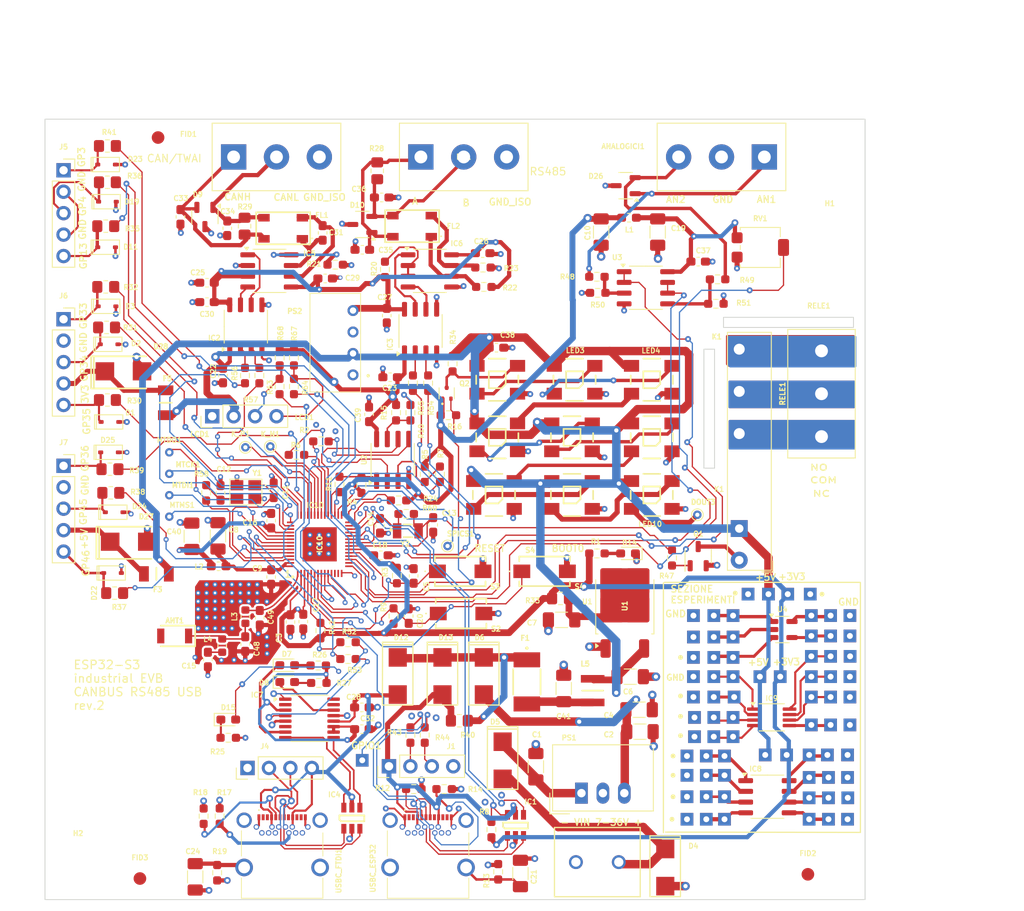
<source format=kicad_pcb>
(kicad_pcb (version 20241229) (generator "pcbnew") (generator_version "9.0")
  (layers (0 "F.Cu" signal) (4 "In1.Cu" signal) (6 "In2.Cu" signal) (2 "B.Cu" signal) (13 "F.Paste" user) (15 "B.Paste" user) (5 "F.SilkS" user "F.Silkscreen") (7 "B.SilkS" user "B.Silkscreen") (1 "F.Mask" user) (3 "B.Mask" user) (25 "Edge.Cuts" user))
  (net 0 "")
  (net 1 "/gerarchico Sheet/GPIO/AN2")
  (net 2 "GND")
  (net 3 "/gerarchico Sheet/GPIO/AN1")
  (net 4 "Net-(D2-K)")
  (net 5 "Net-(D6-A)")
  (net 6 "GNDISO")
  (net 7 "+5Viso")
  (net 8 "/gerarchico Sheet/ESP32-S3 MCU/RESET")
  (net 9 "/gerarchico Sheet/ESP32-S3 MCU/BUTTON")
  (net 10 "/gerarchico Sheet/bus/CANH_CONN")
  (net 11 "/gerarchico Sheet/bus/CANL_CONN")
  (net 13 "+5V_FTDI")
  (net 14 "+5V")
  (net 15 "+3.3VA")
  (net 16 "Net-(Q1-C)")
  (net 17 "/gerarchico Sheet/bus/A")
  (net 18 "/gerarchico Sheet/bus/B")
  (net 19 "/gerarchico Sheet/ESP32-S3 MCU/LNA_IN")
  (net 20 "Net-(IC8-GND)")
  (net 21 "Net-(IC8-TRIG)")
  (net 22 "Net-(IC8-OUT)")
  (net 23 "Net-(IC8-~{RESET})")
  (net 24 "Net-(IC8-CONT)")
  (net 25 "Net-(IC8-THRES)")
  (net 26 "Net-(IC8-DISCH)")
  (net 27 "Net-(IC8-VCC)")
  (net 28 "/gerarchico Sheet/ESP32-S3 MCU/antenna")
  (net 29 "+3V3")
  (net 30 "Net-(D5-K)")
  (net 31 "Net-(Q1-B)")
  (net 32 "Net-(C21-Pad1)")
  (net 33 "Net-(C24-Pad1)")
  (net 34 "Net-(IC5-CANL)")
  (net 35 "Net-(IC5-CANH)")
  (net 36 "Net-(IC7-3V3OUT)")
  (net 37 "/gerarchico Sheet/bus/B_INT")
  (net 38 "/gerarchico Sheet/bus/A_INT")
  (net 39 "/gerarchico Sheet/ESP32-S3 MCU/USBIN2_P")
  (net 40 "/gerarchico Sheet/ESP32-S3 MCU/USBIN2_N")
  (net 41 "Net-(D3-K)")
  (net 42 "Net-(D7-K)")
  (net 43 "Net-(D7-A)")
  (net 44 "Net-(D8-A)")
  (net 45 "Net-(D8-K)")
  (net 46 "/gerarchico Sheet/ESP32-S3 MCU/USBOUT2_P")
  (net 47 "Net-(U1-VO)")
  (net 48 "Net-(IC10-XTAL_N)")
  (net 49 "Net-(Y1-XTAL_2)")
  (net 50 "Net-(IC10-XTAL_32K_P)")
  (net 51 "/gerarchico Sheet/ESP32-S3 MCU/USBOUT2_N")
  (net 52 "/gerarchico Sheet/ESP32-S3 MCU/CAN_TX")
  (net 53 "Net-(IC2-VOB)")
  (net 54 "Net-(IC2-VIA)")
  (net 55 "Net-(IC3-VIA)")
  (net 56 "Net-(IC3-VOB)")
  (net 61 "Net-(IC9-GND)")
  (net 62 "Net-(IC9-~{RESET})")
  (net 63 "Net-(IC9-VCC)")
  (net 64 "Net-(IC9-DISCH)")
  (net 65 "Net-(IC9-CONT)")
  (net 66 "Net-(IC9-OUT)")
  (net 67 "Net-(IC9-TRIG)")
  (net 68 "Net-(IC9-THRES)")
  (net 69 "Net-(IC10-XTAL_32K_N)")
  (net 70 "/gerarchico Sheet/ESP32-S3 MCU/CAN_RX")
  (net 71 "/gerarchico Sheet/ESP32-S3 MCU/485_RX")
  (net 72 "Net-(D1-K)")
  (net 73 "Net-(D4-K)")
  (net 74 "Net-(D12-K)")
  (net 75 "Net-(IC6-~{RE})")
  (net 76 "Net-(IC5-STBY)")
  (net 77 "Net-(U3A-+)")
  (net 78 "Net-(U3B-+)")
  (net 79 "Net-(U4-IN)")
  (net 80 "Net-(U4-EN)")
  (net 81 "Net-(U4-G1)")
  (net 82 "Net-(U4-OUT)")
  (net 83 "Net-(TP61-Pad1)")
  (net 84 "Net-(D11-K)")
  (net 85 "+5V_ESP32")
  (net 86 "Net-(D14-A)")
  (net 87 "Net-(D19-K)")
  (net 88 "Net-(D22-K)")
  (net 89 "Net-(D23-K)")
  (net 90 "Net-(D24-K)")
  (net 91 "Net-(D25-K)")
  (net 92 "+5V_OUT")
  (net 93 "+3V3_OUT")
  (net 94 "/gerarchico Sheet/ESP32-S3 MCU/485_TX")
  (net 95 "/gerarchico Sheet/bus/USBOUT1_N")
  (net 96 "/gerarchico Sheet/bus/USBOUT1_P")
  (net 97 "/gerarchico Sheet/bus/USBIN1_N")
  (net 98 "/gerarchico Sheet/bus/USBIN1_P")
  (net 99 "/gerarchico Sheet/ESP32-S3 MCU/U0RXD")
  (net 100 "/gerarchico Sheet/ESP32-S3 MCU/U0TXD")
  (net 101 "/gerarchico Sheet/ESP32-S3 MCU/GPIO45")
  (net 102 "Net-(IC10-SPICLK_P)")
  (net 103 "Net-(IC10-GPIO37)")
  (net 104 "/gerarchico Sheet/ESP32-S3 MCU/SPIWP")
  (net 105 "/gerarchico Sheet/ESP32-S3 MCU/GPIO35")
  (net 106 "/gerarchico Sheet/ESP32-S3 MCU/GPIO34")
  (net 107 "Net-(IC10-MTDO)")
  (net 108 "/gerarchico Sheet/ESP32-S3 MCU/BOOT0")
  (net 109 "/gerarchico Sheet/ESP32-S3 MCU/TXD")
  (net 110 "/gerarchico Sheet/ESP32-S3 MCU/SPID")
  (net 111 "/gerarchico Sheet/ESP32-S3 MCU/GPIO3")
  (net 112 "Net-(IC10-GPIO6)")
  (net 113 "/gerarchico Sheet/ESP32-S3 MCU/I_MATRICE_LED")
  (net 114 "Net-(IC10-MTCK)")
  (net 115 "Net-(IC10-MTDI)")
  (net 116 "/gerarchico Sheet/ESP32-S3 MCU/GPIO33")
  (net 117 "/gerarchico Sheet/ESP32-S3 MCU/SCK")
  (net 118 "Net-(IC10-MTMS)")
  (net 119 "/gerarchico Sheet/ESP32-S3 MCU/GPIO4")
  (net 120 "/gerarchico Sheet/ESP32-S3 MCU/SPIHD")
  (net 121 "Net-(IC10-GPIO38)")
  (net 122 "/gerarchico Sheet/ESP32-S3 MCU/ADC2_CH1")
  (net 123 "Net-(IC10-XTAL_P)")
  (net 124 "/gerarchico Sheet/ESP32-S3 MCU/GPIO36")
  (net 125 "/gerarchico Sheet/ESP32-S3 MCU/GPIO46")
  (net 126 "/gerarchico Sheet/ESP32-S3 MCU/GPIO13")
  (net 127 "/gerarchico Sheet/ESP32-S3 MCU/RXD")
  (net 128 "/gerarchico Sheet/ESP32-S3 MCU/ADC1_CH9")
  (net 129 "/gerarchico Sheet/ESP32-S3 MCU/SPIQ")
  (net 130 "Net-(IC10-SPICLK_N)")
  (net 131 "Net-(IC10-SPICS1)")
  (net 132 "/gerarchico Sheet/ESP32-S3 MCU/ADC2_CH0")
  (net 133 "Net-(IC10-GPIO5)")
  (net 134 "/gerarchico Sheet/ESP32-S3 MCU/GPIO1")
  (net 135 "/gerarchico Sheet/ESP32-S3 MCU/RELE")
  (net 136 "/gerarchico Sheet/ESP32-S3 MCU/SPICS0")
  (net 137 "/gerarchico Sheet/GPIO/NO")
  (net 138 "Net-(LED2-DOUT)")
  (net 139 "/gerarchico Sheet/GPIO/NC")
  (net 140 "Net-(LED3-DOUT)")
  (net 141 "Net-(LED5-DOUT)")
  (net 142 "Net-(LED6-DOUT)")
  (net 143 "/gerarchico Sheet/GPIO/COM")
  (net 144 "/gerarchico Sheet/ESP32-S3 MCU/SDA")
  (net 145 "/gerarchico Sheet/ESP32-S3 MCU/SCL")
  (net 146 "/gerarchico Sheet/LED_MATRIX_WS2812B/LED_DOUT1")
  (net 147 "/gerarchico Sheet/LED_MATRIX_WS2812B/LED_DOUT2")
  (net 148 "/gerarchico Sheet/ESP32-S3 MCU/MOSI")
  (net 149 "/gerarchico Sheet/ESP32-S3 MCU/CS")
  (net 150 "/gerarchico Sheet/ESP32-S3 MCU/WP")
  (net 151 "/gerarchico Sheet/ESP32-S3 MCU/MISO")
  (net 152 "Net-(USBC_ESP32-CC1)")
  (net 153 "Net-(USBC_ESP32-CC2)")
  (net 154 "Net-(USBC_FTDI1-CC2)")
  (net 155 "Net-(USBC_FTDI1-CC1)")
  (net 181 "Net-(LED2-DIN)")
  (net 182 "Net-(LED8-DOUT)")
  (net 183 "Net-(LED10-DIN)")
  (net 184 "Net-(LED10-DOUT)")
  (net 185 "Net-(IC10-VDDA_1)")
  (net 186 "Net-(J1-Pin_2)")
  (net 187 "Net-(J1-Pin_3)")
  (net 189 "Net-(IC10-GPIO17{slash}U1TX(O))")
  (net 190 "Net-(IC10-GPIO18{slash}U1RX(I))")
  (net 191 "Net-(IC10-VDD_SPI)")
  (net 192 "Net-(C15-Pad1)")
  (net 193 "Net-(C41-Pad1)")
  (net 194 "/gerarchico Sheet/ESP32-S3 MCU/HOLD")
  (net 195 "Net-(D15-A)")
  (net 196 "Net-(D15-K)")
  (footprint "Capacitor_SMD:C_1206_3216Metric_Pad1.33x1.80mm_HandSolder" (layer "F.Cu") (at 114.9615 91.347 90)
    (property "Reference" "C40")
    (property "Value" "10uF 50V")
  )
  (footprint "scheda di sviluppo industriale:TEA10505" (layer "F.Cu") (at 134.0625 72.22 90)
    (property "Reference" "PS2")
    (property "Value" "TEA_1-0505" (hide yes))
  )
  (footprint "libraryloader:TestPoint_Pad_through hole 1.5mm" (layer "F.Cu") (at 173.6355 119.668)
    (property "Reference" "TP68" (hide yes))
    (property "Value" "TestPoint")
  )
  (footprint "libraryloader:TestPoint_Pad_through hole 1.5mm" (layer "F.Cu") (at 188.3675 105.571)
    (property "Reference" "TP39" (hide yes))
    (property "Value" "TestPoint")
  )
  (footprint "Capacitor_SMD:C_0603_1608Metric_Pad1.08x0.95mm_HandSolder" (layer "F.Cu") (at 151.0625 69)
    (property "Reference" "C38")
    (property "Value" "100nF")
  )
  (footprint "Capacitor_SMD:C_1206_3216Metric_Pad1.33x1.80mm_HandSolder" (layer "F.Cu") (at 153.8997 131.3012 90)
    (property "Reference" "C21")
    (property "Value" "3n3F 1kV")
  )
  (footprint "libraryloader:TestPoint_Pad_through hole 1.5mm" (layer "F.Cu") (at 174.5245 112.81)
    (property "Reference" "TP46" (hide yes))
    (property "Value" "TestPoint")
  )
  (footprint "scheda di sviluppo industriale:SOD-323" (layer "F.Cu") (at 104.8625 57.1)
    (property "Reference" "D11")
    (property "Value" "ESD7351HT1G")
  )
  (footprint "libraryloader:TestPoint_Pad_through hole 1.5mm" (layer "F.Cu") (at 176.8105 115.096)
    (property "Reference" "TP26" (hide yes))
    (property "Value" "TestPoint")
  )
  (footprint "Capacitor_SMD:C_0603_1608Metric_Pad1.08x0.95mm_HandSolder" (layer "F.Cu") (at 137.3625 93.6)
    (property "Reference" "C18")
    (property "Value" "100nF")
  )
  (footprint "scheda di sviluppo industriale:SOD-323" (layer "F.Cu") (at 104.9625 51.7)
    (property "Reference" "D19")
    (property "Value" "ESD7351HT1G")
  )
  (footprint "libraryloader:TerminalBlock_bornier-3_P5.08mm" (layer "F.Cu") (at 177.725 46.4 180)
    (property "Reference" "ANALOGICI1")
    (property "Value" "282837-3")
  )
  (footprint "libraryloader:TestPoint_Pad_through hole 1.5mm" (layer "F.Cu") (at 178.0805 122.208)
    (property "Reference" "TP15" (hide yes))
    (property "Value" "TestPoint")
  )
  (footprint "libraryloader:TestPoint_Pad_through hole 1.5mm" (layer "F.Cu") (at 192.6625 124.875)
    (property "Reference" "TP69" (hide yes))
    (property "Value" "TestPoint")
  )
  (footprint "libraryloader:TestPoint_Pad_through hole 1.5mm" (layer "F.Cu") (at 192.9395 113.699)
    (property "Reference" "TP34" (hide yes))
    (property "Value" "TestPoint")
  )
  (footprint "Resistor_SMD:R_0603_1608Metric_Pad0.98x0.95mm_HandSolder" (layer "F.Cu") (at 116.3625 124.5125 -90)
    (property "Reference" "R18")
    (property "Value" "5k1")
  )
  (footprint "Resistor_SMD:R_0603_1608Metric_Pad0.98x0.95mm_HandSolder" (layer "F.Cu") (at 131.9541 59.1652)
    (property "Reference" "R21")
    (property "Value" "470R")
  )
  (footprint "Connector_PinSocket_2.54mm:PinSocket_1x05_P2.54mm_Vertical" (layer "F.Cu") (at 99.7625 65.625)
    (property "Reference" "J6")
    (property "Value" "Conn_01x05_Socket")
  )
  (footprint "libraryloader:TestPoint_Pad_through hole 1.5mm" (layer "F.Cu") (at 188.2405 98.205)
    (property "Reference" "TP71" (hide yes))
    (property "Value" "TestPoint")
  )
  (footprint "Capacitor_SMD:C_0603_1608Metric_Pad1.08x0.95mm_HandSolder" (layer "F.Cu") (at 149.425 57.8)
    (property "Reference" "C26")
    (property "Value" "100nF")
  )
  (footprint "Resistor_SMD:R_0603_1608Metric_Pad0.98x0.95mm_HandSolder" (layer "F.Cu") (at 127.3625 81.7 180)
    (property "Reference" "R6")
    (property "Value" "0R")
  )
  (footprint "libraryloader:TestPoint_Pad_through hole 1.5mm" (layer "F.Cu") (at 192.6625 119.922)
    (property "Reference" "TP55" (hide yes))
    (property "Value" "TestPoint")
  )
  (footprint "Capacitor_SMD:C_0603_1608Metric_Pad1.08x0.95mm_HandSolder" (layer "F.Cu") (at 116.8665 105.952 -90)
    (property "Reference" "C15")
    (property "Value" "1p8F")
  )
  (footprint "TestPoint:TestPoint_THTPad_D1.0mm_Drill0.5mm" (layer "F.Cu") (at 112.2945 86.48)
    (property "Reference" "MTDI1" (hide yes))
    (property "Value" "TestPoint")
  )
  (footprint "Resistor_SMD:R_0603_1608Metric_Pad0.98x0.95mm_HandSolder" (layer "F.Cu") (at 140.8625 114.9 -90)
    (property "Reference" "R43")
    (property "Value" "0R")
  )
  (footprint "Resistor_SMD:R_0603_1608Metric_Pad0.98x0.95mm_HandSolder" (layer "F.Cu") (at 127.0625 70.1888 90)
    (property "Reference" "R67")
    (property "Value" "1k5")
  )
  (footprint "scheda di sviluppo industriale:1812L010DR" (layer "F.Cu") (at 154.6625 108.6 -90)
    (property "Reference" "F1")
    (property "Value" "1812L150_24MR" (hide yes))
  )
  (footprint "Capacitor_SMD:C_1206_3216Metric_Pad1.33x1.80mm_HandSolder" (layer "F.Cu") (at 170.1625 55.3 -90)
    (property "Reference" "C19")
    (property "Value" "10uF 50V")
  )
  (footprint "scheda di sviluppo industriale:SOT23-6" (layer "F.Cu") (at 153.3155 125.6 90)
    (property "Reference" "IC1")
    (property "Value" "USBLC6-2SC6" (hide yes))
  )
  (footprint "scheda di sviluppo industriale:SOD-323" (layer "F.Cu") (at 105.1625 68.6)
    (property "Reference" "D2")
    (property "Value" "ESD7351HT1G")
  )
  (footprint "libraryloader:TestPoint_Pad_through hole 1.5mm" (layer "F.Cu") (at 180.8745 98.205)
    (property "Reference" "TP70" (hide yes))
    (property "Value" "TestPoint")
  )
  (footprint "Capacitor_SMD:C_0603_1608Metric_Pad1.08x0.95mm_HandSolder" (layer "F.Cu") (at 138.0625 65.2 -90)
    (property "Reference" "C27")
    (property "Value" "100nF")
  )
  (footprint "Resistor_SMD:R_0805_2012Metric_Pad1.20x1.40mm_HandSolder" (layer "F.Cu") (at 104.7625 54.6)
    (property "Reference" "R35")
    (property "Value" "49R9")
  )
  (footprint "libraryloader:TestPoint_Pad_through hole 1.5mm" (layer "F.Cu") (at 174.5245 115.096)
    (property "Reference" "TP36" (hide yes))
    (property "Value" "TestPoint")
  )
  (footprint "Capacitor_SMD:C_0603_1608Metric_Pad1.08x0.95mm_HandSolder" (layer "F.Cu") (at 174.9625 58.8)
    (property "Reference" "C37")
    (property "Value" "100nF")
  )
  (footprint "Resistor_SMD:R_0603_1608Metric_Pad0.98x0.95mm_HandSolder" (layer "F.Cu") (at 139.2625 96 90)
    (property "Reference" "R3")
    (property "Value" "100K")
  )
  (footprint "libraryloader:TestPoint_Pad_through hole 1.5mm" (layer "F.Cu") (at 176.8105 107.984)
    (property "Reference" "TP37" (hide yes))
    (property "Value" "TestPoint")
  )
  (footprint "libraryloader:TestPoint_Pad_through hole 1.5mm" (layer "F.Cu") (at 176.8105 103.285)
    (property "Reference" "TP58" (hide yes))
    (property "Value" "TestPoint")
  )
  (footprint "Resistor_SMD:R_0603_1608Metric_Pad0.98x0.95mm_HandSolder" (layer "F.Cu") (at 133.4725 105.89)
    (property "Reference" "R53")
    (property "Value" "0R")
  )
  (footprint "libraryloader:TestPoint_Pad_through hole 1.5mm" (layer "F.Cu") (at 192.9395 100.745)
    (property "Reference" "TP63" (hide yes))
    (property "Value" "TestPoint")
  )
  (footprint "Capacitor_SMD:C_1206_3216Metric_Pad1.33x1.80mm_HandSolder" (layer "F.Cu") (at 155.7285 118.652 90)
    (property "Reference" "C1")
    (property "Value" "10uF_50V")
  )
  (footprint "MountingHole:MountingHole_3.2mm_M3" (layer "F.Cu") (at 101.4832 130.7476)
    (property "Reference" "H2")
    (property "Value" "MountingHole")
  )
  (footprint "Resistor_SMD:R_0603_1608Metric_Pad0.98x0.95mm_HandSolder" (layer "F.Cu") (at 149.4625 59.5 180)
    (property "Reference" "R23")
    (property "Value" "1k")
  )
  (footprint "scheda di sviluppo industriale:WS2812B" (layer "F.Cu") (at 150.7625 86.45 90)
    (property "Reference" "LED8" (hide yes))
    (property "Value" "WS2812B" (hide yes))
  )
  (footprint "Package_SO:SO-8_3.9x4.9mm_P1.27mm" (layer "F.Cu") (at 143.1625 59.9)
    (property "Reference" "IC6")
    (property "Value" "MAX13488EESA+T")
  )
  (footprint "Capacitor_SMD:C_0603_1608Metric_Pad1.08x0.95mm_HandSolder" (layer "F.Cu") (at 143.5625 90 90)
    (property "Reference" "C13")
    (property "Value" "30pF")
  )
  (footprint "libraryloader:TestPoint_Pad_through hole 1.5mm" (layer "F.Cu") (at 188.1135 119.922)
    (property "Reference" "TP3" (hide yes))
    (property "Value" "TestPoint")
  )
  (footprint "Resistor_SMD:R_0805_2012Metric_Pad1.20x1.40mm_HandSolder" (layer "F.Cu") (at 104.9625 75.2)
    (property "Reference" "R30")
    (property "Value" "49R9")
  )
  (footprint "Package_TO_SOT_SMD:SOT-23-5" (layer "F.Cu") (at 184.9385 102.396)
    (property "Reference" "U4")
    (property "Value" "NCP718xSN180")
  )
  (footprint "Package_TO_SOT_SMD:SOT-23-3" (layer "F.Cu") (at 135.1625 54.4 180)
    (property "Reference" "D10")
    (property "Value" "PESD2CANFD27L-TR")
  )
  (footprint "Connector_PinHeader_2.54mm:PinHeader_1x04_P2.54mm_Vertical" (layer "F.Cu") (at 138.3225 118.6 90)
    (property "Reference" "J1")
    (property "Value" "Conn_01x04_Pin")
  )
  (footprint "libraryloader:TestPoint_Pad_through hole 1.5mm" (layer "F.Cu") (at 192.9395 110.397)
    (property "Reference" "TP54" (hide yes))
    (property "Value" "TestPoint")
  )
  (footprint "libraryloader:TestPoint_Pad_through hole 1.5mm" (layer "F.Cu") (at 188.3675 103.158)
    (property "Reference" "TP61" (hide yes))
    (property "Value" "TestPoint")
  )
  (footprint "libraryloader:TestPoint_Pad_through hole 1.5mm" (layer "F.Cu") (at 192.6855 122.335)
    (property "Reference" "TP43" (hide yes))
    (property "Value" "TestPoint")
  )
  (footprint "Resistor_SMD:R_0603_1608Metric_Pad0.98x0.95mm_HandSolder" (layer "F.Cu") (at 130.0125 108.725)
    (property "Reference" "R27")
    (property "Value" "470R")
  )
  (footprint "Resistor_SMD:R_0805_2012Metric_Pad1.20x1.40mm_HandSolder" (layer "F.Cu") (at 105.8175 98.078)
    (property "Reference" "R37")
    (property "Value" "49R9")
  )
  (footprint "libraryloader:TestPoint_Pad_through hole 1.5mm" (layer "F.Cu") (at 174.3975 103.285)
    (property "Reference" "TP50" (hide yes))
    (property "Value" "TestPoint")
  )
  (footprint "Resistor_SMD:R_0603_1608Metric_Pad0.98x0.95mm_HandSolder" (layer "F.Cu") (at 142.5625 84 90)
    (property "Reference" "R5")
    (property "Value" "100K")
  )
  (footprint "scheda di sviluppo industriale:WS2812B" (layer "F.Cu") (at 151.1565 72.8 90)
    (property "Reference" "LED2" (hide yes))
    (property "Value" "WS2812B" (hide yes))
  )
  (footprint "TestPoint:TestPoint_THTPad_D1.0mm_Drill0.5mm" (layer "F.Cu") (at 112.2945 83.94)
    (property "Reference" "MTCK1" (hide yes))
    (property "Value" "TestPoint")
  )
  (footprint "Resistor_SMD:R_0603_1608Metric_Pad0.98x0.95mm_HandSolder" (layer "F.Cu") (at 135.0625 85.3 -90)
    (property "Reference" "R4")
    (property "Value" "100K")
  )
  (footprint "Fiducial:Fiducial_1.5mm_Mask3mm" (layer "F.Cu") (at 108.8125 131.9)
    (property "Reference" "FID3")
    (property "Value" "Fiducial")
  )
  (footprint "scheda di sviluppo industriale:WS2812B" (layer "F.Cu") (at 160.0125 86.45 90)
    (property "Reference" "LED9" (hide yes))
    (property "Value" "WS2812B" (hide yes))
  )
  (footprint "Capacitor_SMD:C_1206_3216Metric_Pad1.33x1.80mm_HandSolder" (layer "F.Cu") (at 168.0625 114.5)
    (property "Reference" "C2")
    (property "Value" "10uF_50V")
  )
  (footprint "Resistor_SMD:R_0805_2012Metric_Pad1.20x1.40mm_HandSolder" (layer "F.Cu") (at 104.7625 61.8)
    (property "Reference" "R32")
    (property "Value" "49R9")
  )
  (footprint "Resistor_SMD:R_0805_2012Metric_Pad1.20x1.40mm_HandSolder" (layer "F.Cu") (at 146.6625 113.2)
    (property "Reference" "R40")
    (property "Value" "0R 0.5W 0805")
  )
  (footprint "Capacitor_SMD:C_1206_3216Metric_Pad1.33x1.80mm_HandSolder" (layer "F.Cu") (at 167.9625 111.9)
    (property "Reference" "C4")
    (property "Value" "10uF_50V")
  )
  (footprint "Resistor_SMD:R_0603_1608Metric_Pad0.98x0.95mm_HandSolder" (layer "F.Cu") (at 141.1625 73.2 -90)
    (property "Reference" "R55")
    (property "Value" "0R")
  )
  (footprint "libraryloader:TestPoint_Pad_through hole 1.5mm" (layer "F.Cu") (at 182.2715 107.984)
    (property "Reference" "TP18" (hide yes))
    (property "Value" "TestPoint")
  )
  (footprint "Resistor_SMD:R_0805_2012Metric_Pad1.20x1.40mm_HandSolder" (layer "F.Cu") (at 136.9325 48.04 90)
    (property "Reference" "R28")
    (property "Value" "120R")
  )
  (footprint "libraryloader:TestPoint_Pad_through hole 1.5mm" (layer "F.Cu") (at 174.3975 105.698)
    (property "Reference" "TP57" (hide yes))
    (property "Value" "TestPoint")
  )
  (footprint "Capacitor_SMD:C_1206_3216Metric_Pad1.33x1.80mm_HandSolder" (layer "F.Cu") (at 115.3625 131.7 -90)
    (property "Reference" "C24")
    (property "Value" "3n3F 1kV")
  )
  (footprint "libraryloader:ACT45B1012PTL003" (layer "F.Cu") (at 125.7875 54.85 180)
    (property "Reference" "FL1")
    (property "Value" "ACT45B-101-2P-TL003" (hide yes))
  )
  (footprint "Connector_PinSocket_2.54mm:PinSocket_1x05_P2.54mm_Vertical" (layer "F.Cu") (at 99.7625 83)
    (property "Reference" "J7")
    (property "Value" "Conn_01x05_Socket")
  )
  (footprint "libraryloader:TestPoint_Pad_through hole 1.5mm" (layer "F.Cu") (at 192.9395 103.158)
    (property "Reference" "TP56" (hide yes))
    (property "Value" "TestPoint")
  )
  (footprint "libraryloader:TestPoint_Pad_through hole 1.5mm" (layer "F.Cu") (at 174.3975 107.984)
    (property "Reference" "TP41" (hide yes))
    (property "Value" "TestPoint")
  )
  (footprint "Package_TO_SOT_SMD:SOT-523" (layer "F.Cu") (at 145.1625 74.4 90)
    (property "Reference" "Q2")
    (property "Value" "DMG1012T")
  )
  (footprint "Capacitor_SMD:C_0603_1608Metric_Pad1.08x0.95mm_HandSolder" (layer "F.Cu") (at 140.6625 100.8 90)
    (property "Reference" "C20")
    (property "Value" "100nF")
  )
  (footprint "libraryloader:TestPoint_Pad_through hole 1.5mm" (layer "F.Cu") (at 188.3675 113.699)
    (property "Reference" "TP31" (hide yes))
    (property "Value" "TestPoint")
  )
  (footprint "libraryloader:TestPoint_Pad_through hole 1.5mm" (layer "F.Cu") (at 190.6535 107.984)
    (property "Reference" "TP22" (hide yes))
    (property "Value" "TestPoint")
  )
  (footprint "scheda di sviluppo industriale:FL4000157Z" (layer "F.Cu") (at 121.3625 86.1 180)
    (property "Reference" "Y1")
    (property "Value" "FL4000157Z" (hide yes))
  )
  (footprint "libraryloader:TestPoint_Pad_through hole 1.5mm" (layer "F.Cu") (at 178.0805 117.382)
    (property "Reference" "TP13" (hide yes))
    (property "Value" "TestPoint")
  )
  (footprint "Resistor_SMD:R_0603_1608Metric_Pad0.98x0.95mm_HandSolder" (layer "F.Cu") (at 117.9625 131.2125 90)
    (property "Reference" "R19")
    (property "Value" "1M")
  )
  (footprint "Package_SO:SO-8_3.9x4.9mm_P1.27mm" (layer "F.Cu") (at 168.7625 61.9)
    (property "Reference" "U3")
    (property "Value" "LMV358IDR")
  )
  (footprint "libraryloader:TestPoint_Pad_through hole 1.5mm" (layer "F.Cu") (at 178.0805 119.668)
    (property "Reference" "TP5" (hide yes))
    (property "Value" "TestPoint")
  )
  (footprint "scheda di sviluppo industriale:SOD-323" (layer "F.Cu") (at 104.9125 64.1)
    (property "Reference" "D3")
    (property "Value" "ESD7351HT1G")
  )
  (footprint "Inductor_SMD:L_0603_1608Metric" (layer "F.Cu") (at 121.3115 100.872 -90)
    (property "Reference" "L3")
    (property "Value" "2n4H")
  )
  (footprint "libraryloader:SMA" (layer "F.Cu") (at 144.6625 107.9 -90)
    (property "Reference" "D13")
    (property "Value" "CDBA340-HF" (hide yes))
  )
  (footprint "scheda di sviluppo industriale:EVQPE104K" (layer "F.Cu") (at 156.7625 95.5)
    (property "Reference" "S4")
    (property "Value" "EVQ-PE104K" (hide yes))
  )
  (footprint "Capacitor_SMD:C_0603_1608Metric_Pad1.08x0.95mm_HandSolder" (layer "F.Cu") (at 116.7625 63.6 180)
    (property "Reference" "C30")
    (property "Value" "100nF")
  )
  (footprint "Potentiometer_SMD:Potentiometer_Bourns_3314G_Vertical" (layer "F.Cu") (at 182.323 57.122 90)
    (property "Reference" "RV1")
    (property "Value" "10k")
  )
  (footprint "Capacitor_SMD:C_0603_1608Metric_Pad1.08x0.95mm_HandSolder" (layer "F.Cu") (at 135.1625 57.4)
    (property "Reference" "C35")
    (property "Value" "100PF")
  )
  (footprint "libraryloader:TestPoint_Pad_through hole 1.5mm" (layer "F.Cu") (at 178.0805 124.875)
    (property "Reference" "TP6" (hide yes))
    (property "Value" "TestPoint")
  )
  (footprint "Resistor_SMD:R_0805_2012Metric_Pad1.20x1.40mm_HandSolder" (layer "F.Cu") (at 104.9625 49.4)
    (property "Reference" "R36")
    (property "Value" "49R9")
  )
  (footprint "Package_SO:SO-8_3.9x4.9mm_P1.27mm" (layer "F.Cu") (at 183.1625 122.208)
    (property "Reference" "IC8")
    (property "Value" "NE555DR")
  )
  (footprint "Package_SO:TSSOP-16_4.4x5mm_P0.65mm" (layer "F.Cu") (at 128.9 112.925)
    (property "Reference" "IC7")
    (property "Value" "FT230XS-R")
  )
  (footprint "libraryloader:TestPoint_Pad_through hole 1.5mm" (layer "F.Cu") (at 190.3995 122.335)
    (property "Reference" "TP1" (hide yes))
    (property "Value" "TestPoint")
  )
  (footprint "Capacitor_SMD:C_0603_1608Metric_Pad1.08x0.95mm_HandSolder" (layer "F.Cu") (at 138.4625 72.5 180)
    (property "Reference" "C23")
    (property "Value" "100nF")
  )
  (footprint "Fiducial:Fiducial_1.5mm_Mask3mm" (layer "F.Cu") (at 187.9625 131.4)
    (property "Reference" "FID2")
    (property "Value" "Fiducial")
  )
  (footprint "Resistor_SMD:R_0603_1608Metric_Pad0.98x0.95mm_HandSolder" (layer "F.Cu") (at 149.5625 61.8)
    (property "Reference" "R22")
    (property "Value" "1k")
  )
  (footprint "libraryloader:TestPoint_Pad_through hole 1.5mm" (layer "F.Cu") (at 179.0965 112.81)
    (property "Reference" "TP44" (hide yes))
    (property "Value" "TestPoint")
  )
  (footprint "Package_TO_SOT_SMD:SOT-23-3" (layer "F.Cu") (at 174.9625 93.7 90)
    (property "Reference" "Q1")
    (property "Value" "DRDC3105F-7")
  )
  (footprint "Capacitor_SMD:C_0603_1608Metric_Pad1.08x0.95mm_HandSolder" (layer "F.Cu") (at 135.1125 111.625)
    (property "Reference" "C28")
    (property "Value" "100nF")
  )
  (footprint "Relay_THT:Relay_SPDT_Finder_34.51_Vertical" (layer "F.Cu") (at 179.827 90.43 90)
    (property "Reference" "K1")
    (property "Value" "FINDER-34.51" (hide yes))
  )
  (footprint "scheda di sviluppo industriale:DIOM5436X244N" (layer "F.Cu") (at 107.4875 91.9924)
    (property "Reference" "D27")
    (property "Value" "SMBJ5.0A" (hide yes))
  )
  (footprint "Package_SO:SO-8_3.9x4.9mm_P1.27mm" (layer "F.Cu") (at 142.0675 67.025 90)
    (property "Reference" "IC3")
    (property "Value" "ADUM3201ARZ-RL7")
  )
  (footprint "libraryloader:TestPoint_Pad_through hole 1.5mm" (layer "F.Cu") (at 182.9065 117.255)
    (property "Reference" "TP17" (hide yes))
    (property "Value" "TestPoint")
  )
  (footprint "libraryloader:TestPoint_Pad_through hole 1.5mm" (layer "F.Cu") (at 190.3995 119.922)
    (property "Reference" "TP4" (hide yes))
    (property "Value" "TestPoint")
  )
  (footprint "libraryloader:UJ31CHG2SMTTR" (layer "F.Cu") (at 142.9565 130.59)
    (property "Reference" "USBC_ESP32")
    (property "Value" "UJ31-CH-G2-SMT-TR" (hide yes))
  )
  (footprint "Library loader:2828372" (layer "F.Cu") (at 160.4735 129.955)
    (property "Reference" "EXT_POWER1" (hide yes))
    (property "Value" "282837-2" (hide yes))
  )
  (footprint "libraryloader:TestPoint_Pad_through hole 1.5mm" (layer "F.Cu") (at 188.3675 110.397)
    (property "Reference" "TP20" (hide yes))
    (property "Value" "TestPoint")
  )
  (footprint "libraryloader:TestPoint_Pad_through hole 1.5mm" (layer "F.Cu") (at 179.0965 103.285)
    (property "Reference" "TP62" (hide yes))
    (property "Value" "TestPoint")
  )
  (footprint "libraryloader:TestPoint_Pad_through hole 1.5mm" (layer "F.Cu") (at 173.6355 124.875)
    (property "Reference" "TP45" (hide yes))
    (property "Value" "TestPoint")
  )
  (footprint "Resistor_SMD:R_0603_1608Metric_Pad0.98x0.95mm_HandSolder" (layer "F.Cu") (at 144.3625 84 90)
    (property "Reference" "R7")
    (property "Value" "0R")
  )
  (footprint "Inductor_SMD:L_0603_1608Metric_Pad1.05x0.95mm_HandSolder" (layer "F.Cu") (at 118.1365 94.903 180)
    (property "Reference" "L2")
    (property "Value" "BLM18AG102SN1D")
  )
  (footprint "Capacitor_SMD:C_0603_1608Metric_Pad1.08x0.95mm_HandSolder" (layer "F.Cu") (at 124.6625 85.9 -90)
    (property "Reference" "C11")
    (property "Value" "20pF")
  )
  (footprint "Resistor_SMD:R_0603_1608Metric_Pad0.98x0.95mm_HandSolder" (layer "F.Cu") (at 151.2625 131.1 -90)
    (property "Reference" "R13")
    (property "Value" "1M")
  )
  (footprint "libraryloader:TestPoint_Pad_through hole 1.5mm" (layer "F.Cu") (at 190.6535 100.745)
    (property "Reference" "TP60" (hide yes))
    (property "Value" "TestPoint")
  )
  (footprint "Resistor_SMD:R_0603_1608Metric_Pad0.98x0.95mm_HandSolder" (layer "F.Cu") (at 144.8625 121.3)
    (property "Reference" "R14")
    (property "Value" "5k1")
  )
  (footprint "LED_SMD:LED_0603_1608Metric_Pad1.05x0.95mm_HandSolder" (layer "F.Cu") (at 166.6505 93.379 180)
    (property "Reference" "D14")
    (property "Value" "LED")
  )
  (footprint "scheda di sviluppo industriale:WS2812B" (layer "F.Cu") (at 169.4625 79.625 90)
    (property "Reference" "LED7" (hide yes))
    (property "Value" "WS2812B" (hide yes))
  )
  (footprint "scheda di sviluppo industriale:EVQPE104K" (layer "F.Cu") (at 146.8625 100.5)
    (property "Reference" "S2")
    (property "Value" "EVQ-PE104K" (hide yes))
  )
  (footprint "Resistor_SMD:R_0603_1608Metric_Pad0.98x0.95mm_HandSolder" (layer "F.Cu") (at 162.9625 60.6)
    (property "Reference" "R48")
    (property "Value" "47k")
  )
  (footprint "Capacitor_SMD:C_0603_1608Metric_Pad1.08x0.95mm_HandSolder" (layer "F.Cu") (at 118.3625 86.2 90)
    (property "Reference" "C12")
    (property "Value" "20pF")
  )
  (footprint "TestPoint:TestPoint_THTPad_D1.0mm_Drill0.5mm" (layer "F.Cu") (at 112.2945 81.4)
    (property "Reference" "MTDO1")
    (property "Value" "TestPoint")
  )
  (footprint "Converter_DCDC:Converter_DCDC_TRACO_TSR-1_THT" (layer "F.Cu") (at 161.13 121.7825)
    (property "Reference" "PS1")
    (property "Value" "TSR_1-2450")
  )
  (footprint "Resistor_SMD:R_0603_1608Metric_Pad0.98x0.95mm_HandSolder" (layer "F.Cu") (at 139.1625 76.7 90)
    (property "Reference" "R15")
    (property "Value" "100K")
  )
  (footprint "Resistor_SMD:R_0603_1608Metric_Pad0.98x0.95mm_HandSolder" (layer "F.Cu") (at 133.4725 103.9)
    (property "Reference" "R52")
    (property "Value" "0R")
  )
  (footprint "TestPoint:TestPoint_THTPad_D1.0mm_Drill0.5mm" (layer "F.Cu") (at 124.2625 80.7)
    (property "Reference" "K_N1" (hide yes))
    (property "Value" "TestPoint")
  )
  (footprint "libraryloader:TestPoint_Pad_through hole 1.5mm" (layer "F.Cu") (at 179.0965 100.745)
    (property "Reference" "TP48" (hide yes))
    (property "Value" "TestPoint")
  )
  (footprint "libraryloader:TestPoint_Pad_through hole 1.5mm" (layer "F.Cu") (at 183.2875 98.205)
    (property "Reference" "TP19" (hide yes))
    (property "Value" "TestPoint")
  )
  (footprint "libraryloader:TestPoint_Pad_through hole 1.5mm" (layer "F.Cu") (at 174.3975 100.745)
    (property "Reference" "TP51" (hide yes))
    (property "Value" "TestPoint")
  )
  (footprint "Capacitor_SMD:C_0603_1608Metric_Pad1.08x0.95mm_HandSolder" (layer "F.Cu") (at 123.0133 100.999 -90)
    (property "Reference" "C49")
    (property "Value" "1p8F")
  )
  (footprint "libraryloader:TestPoint_Pad_through hole 1.5mm" (layer "F.Cu") (at 188.1135 122.335)
    (property "Reference" "TP2" (hide yes))
    (property "Value" "TestPoint")
  )
  (footprint "TestPoint:TestPoint_THTPad_D1.0mm_Drill0.5mm" (layer "F.Cu") (at 121.3115 80.806)
    (property "Reference" "K_P1")
    (property "Value" "TestPoint")
  )
  (footprint "Package_TO_SOT_SMD:SOT-23-3" (layer "F.Cu") (at 166.3625 49.8 180)
    (property "Reference" "D26")
    (property "Value" "PESD2CANFD27L-TR")
  )
  (footprint "libraryloader:TestPoint_Pad_through hole 1.5mm" (layer "F.Cu") (at 190.6535 113.699)
    (property "Reference" "TP32" (hide yes))
    (property "Value" "TestPoint")
  )
  (footprint "scheda di sviluppo industriale:1206L05015YR" (layer "F.Cu") (at 111.8625 75.525 90)
    (property "Reference" "F5")
    (property "Value" "1206L050_15YR" (hide yes))
  )
  (footprint "Capacitor_SMD:C_0603_1608Metric_Pad1.08x0.95mm_HandSolder" (layer "F.Cu") (at 113.6125 53.5 -90)
    (property "Reference" "C33")
    (property "Value" "100PF")
  )
  (footprint "scheda di sviluppo industriale:SOD-323" (layer "F.Cu") (at 104.8625 47.3)
    (property "Reference" "D23")
    (property "Value" "ESD7351HT1G")
  )
  (footprint "Resistor_SMD:R_0805_2012Metric_Pad1.20x1.40mm_HandSolder" (layer "F.Cu") (at 105.2625 83.4)
    (property "Reference" "R39")
    (property "Value" "49R9")
  )
  (footprint "libraryloader:TestPoint_Pad_through hole 1.5mm" (layer "F.Cu") (at 192.6625 117.255)
    (property "Reference" "TP67" (hide yes))
    (property "Value" "TestPoint")
  )
  (footprint "Resistor_SMD:R_0603_1608Metric_Pad0.98x0.95mm_HandSolder" (layer "F.Cu") (at 125.3755 70.1888 90)
    (property "Reference" "R68")
    (property "Value" "1k5")
  )
  (footprint "libraryloader:TestPoint_Pad_through hole 1.5mm" (layer "F.Cu") (at 175.9215 124.875)
    (property "Reference" "TP8" (hide yes))
    (property "Value" "TestPoint")
  )
  (footprint "Resistor_SMD:R_0603_1608Metric_Pad0.98x0.95mm_HandSolder" (layer "F.Cu") (at 145.3625 77 180)
    (property "Reference" "R16")
    (property "Value" "2k2")
  )
  (footprint "Resistor_SMD:R_0603_1608Metric_Pad0.98x0.95mm_HandSolder" (layer "F.Cu") (at 125.3625 73.6 90)
    (property "Reference" "R63")
    (property "Value" "0R")
  )
  (footprint "Inductor_SMD:L_0603_1608Metric_Pad1.05x0.95mm_HandSolder" (layer "F.Cu") (at 166.7625 53.6)
    (property "Reference" "L1")
    (property "Value" "BLM18AG102SN1D")
  )
  (footprint "Resistor_SMD:R_0805_2012Metric_Pad1.20x1.40mm_HandSolder" (layer "F.Cu") (at 158.6495 98.713 180)
    (property "Reference" "R33")
    (property "Value" "0R 0.5W 0805")
  )
  (footprint "TestPoint:TestPoint_THTPad_D1.0mm_Drill0.5mm" (layer "F.Cu") (at 174.8625 88.8)
    (property "Reference" "DOUT3" (hide yes))
    (property "Value" "TestPoint")
  )
  (footprint "Resistor_SMD:R_0603_1608Metric_Pad0.98x0.95mm_HandSolder" (layer "F.Cu") (at 130.2015 102.523 90)
    (property "Reference" "R42")
    (property "Value" "100K")
  )
  (footprint "libraryloader:TestPoint_Pad_through hole 1.5mm" (layer "F.Cu") (at 184.6845 107.984)
    (property "Reference" "TP29" (hide yes))
    (property "Value" "TestPoint")
  )
  (footprint "Resistor_SMD:R_0603_1608Metric_Pad0.98x0.95mm_HandSolder" (layer "F.Cu") (at 116.6625 86.2 90)
    (property "Reference" "R58")
    (property "Value" "0R")
  )
  (footprint "Resistor_SMD:R_0603_1608Metric_Pad0.98x0.95mm_HandSolder" (layer "F.Cu") (at 142.5625 114.9 -90)
    (property "Reference" "R44")
    (property "Value" "0R")
  )
  (footprint "libraryloader:TestPoint_Pad_through hole 1.5mm" (layer "F.Cu") (at 190.6535 110.397)
    (property "Reference" "TP21" (hide yes))
    (property "Value" "TestPoint")
  )
  (footprint "libraryloader:TestPoint_Pad_through hole 1.5mm" (layer "F.Cu") (at 190.6535 105.571)
    (property "Reference" "TP35" (hide yes))
    (property "Value" "TestPoint")
  )
  (footprint "scheda di sviluppo industriale:WS2812B" (layer "F.Cu") (at 151.1565 79.625 90)
    (property "Reference" "LED5" (hide yes))
    (property "Value" "WS2812B" (hide yes))
  )
  (footprint "libraryloader:TestPoint_Pad_through hole 1.5mm" (layer "F.Cu") (at 188.1135 124.875)
    (property "Reference" "TP10" (hide yes))
    (property "Value" "TestPoint")
  )
  (footprint "Resistor_SMD:R_0603_1608Metric_Pad0.98x0.95mm_HandSolder" (layer "F.Cu") (at 163.0625 62.5 180)
    (property "Reference" "R50")
    (property "Value" "4k7")
  )
  (footprint "scheda di sviluppo industriale:SOT23-6" (layer "F.Cu") (at 133.925 124.75 90)
    (property "Reference" "IC4")
    (property "Value" "USBLC6-2SC6" (hide yes))
  )
  (footprint "Resistor_SMD:R_0603_1608Metric_Pad0.98x0.95mm_HandSolder" (layer "F.Cu") (at 132.4625 85.2 90)
    (property "Reference" "R11")
    (property "Value" "0R")
  )
  (footprint "scheda di sviluppo industriale:WS2812B" (layer "F.Cu") (at 169.4625 72.8 90)
    (property "Reference" "LED4")
    (property "Value" "WS2812B" (hide yes))
  )
  (footprint "libraryloader:TestPoint_Pad_through hole 1.5mm" (layer "F.Cu") (at 185.4465 117.255)
    (property "Reference" "TP25" (hide yes))
    (property "Value" "TestPoint")
  )
  (footprint "Resistor_SMD:R_0603_1608Metric_Pad0.98x0.95mm_HandSolder" (layer "F.Cu") (at 171.8625 93.9 -90)
    (property "Reference" "R47")
    (property "Value" "0R")
  )
  (footprint "Resistor_SMD:R_0603_1608Metric_Pad0.98x0.95mm_HandSolder" (layer "F.Cu") (at 145.8625 70.9 -90)
    (property "Reference" "R34")
    (property "Value" "4k7")
  )
  (footprint "libraryloader:TestPoint_Pad_through hole 1.5mm" (layer "F.Cu") (at 179.0965 115.096)
    (property "Reference" "TP28" (hide yes))
    (property "Value" "TestPoint")
  )
  (footprint "libraryloader:TerminalBlock_bornier-3_P5.08mm" (layer "F.Cu") (at 189.575 74.456 -90)
    (property "Reference" "RELE1")
    (property "Value" "282837-3" (hide yes))
  )
  (footprint "Inductor_SMD:L_0603_1608Metric" (layer "F.Cu") (at 118.5625 104.3 -90)
    (property "Reference" "L4")
    (property "Value" "2n4H")
  )
  (footprint "libraryloader:TestPoint_Pad_through hole 1.5mm" (layer "F.Cu") (at 173.6355 117.382)
    (property "Reference" "TP38" (hide yes))
    (property "Value" "TestPoint")
  )
  (footprint "Resistor_SMD:R_0603_1608Metric_Pad0.98x0.95mm_HandSolder" (layer "F.Cu") (at 177.0625 63.8)
    (property "Reference" "R51")
    (property "Value" "4k7")
  )
  (footprint "scheda di sviluppo industriale:SOD-323" (layer "F.Cu") (at 105.2625 77.8)
    (property "Reference" "D1")
    (property "Value" "ESD7351HT1G")
  )
  (footprint "Resistor_SMD:R_0805_2012Metric_Pad1.20x1.40mm_HandSolder" (layer "F.Cu") (at 105.3625 86.2)
    (property "Reference" "R38")
    (property "Value" "49R9")
  )
  (footprint "Capacitor_SMD:C_1206_3216Metric_Pad1.33x1.80mm_HandSolder" (layer "F.Cu") (at 118.0625 91.3 90)
    (property "Reference" "C8")
    (property "Value" "10uF 50V")
  )
  (footprint "libraryloader:SMA" (layer "F.Cu") (at 149.5625 107.9 -90)
    (property "Reference" "D6")
    (property "Value" "CDBA340-HF" (hide yes))
  )
  (footprint "Resistor_SMD:R_0603_1608Metric_Pad0.98x0.95mm_HandSolder" (layer "F.Cu") (at 122.9625 72.3 90)
    (property "Reference" "R57")
    (property "Value" "0R")
  )
  (footprint "Capacitor_SMD:C_0603_1608Metric_Pad1.08x0.95mm_HandSolder" (layer "F.Cu") (at 116.7625 61.3 180)
    (property "Reference" "C25")
    (property "Value" "100nF")
  )
  (footprint "libraryloader:TestPoint_Pad_through hole 1.5mm" (layer "F.Cu") (at 135.1545 117.89)
    (property "Reference" "TP72" (hide yes))
    (property "Value" "TestPoint")
  )
  (footprint "Resistor_SMD:R_0805_2012Metric_Pad1.20x1.40mm_HandSolder" (layer "F.Cu") (at 104.8625 66.6)
    (property "Reference" "R31")
    (property "Value" "49R9")
  )
  (footprint "libraryloader:TestPoint_Pad_through hole 1.5mm" (layer "F.Cu") (at 175.9215 117.382)
    (property "Reference" "TP11" (hide yes))
    (property "Value" "TestPoint")
  )
  (footprint "Resistor_SMD:R_0603_1608Metric_Pad0.98x0.95mm_HandSolder" (layer "F.Cu") (at 140.3625 88.7 180)
    (property "Reference" "R60")
    (property "Value" "5M")
  )
  (footprint "Resistor_SMD:R_0603_1608Metric_Pad0.98x0.95mm_HandSolder" (layer "F.Cu") (at 127.0625 73.6 90)
    (property "Reference" "R64")
    (property "Value" "0R")
  )
  (footprint "libraryloader:TestPoint_Pad_through hole 1.5mm" (layer "F.Cu") (at 179.0965 107.984)
    (property "Reference" "TP33" (hide yes))
    (property "Value" "TestPoint")
  )
  (footprint "Resistor_SMD:R_0805_2012Metric_Pad1.20x1.40mm_HandSolder" (layer "F.Cu") (at 121.2125 54.6 -90)
    (property "Reference" "R29")
    (property "Value" "120R")
  )
  (footprint "LED_SMD:LED_0603_1608Metric_Pad1.05x0.95mm_HandSolder" (layer "F.Cu") (at 119.2795 113.064)
    (property "Reference" "D15")
    (property "Value" "LED")
  )
  (footprint "libraryloader:TestPoint_Pad_through hole 1.5mm" (layer "F.Cu") (at 176.8105 105.698)
    (property "Reference" "TP49" (hide yes))
    (property "Value" "TestPoint")
  )
  (footprint "scheda di sviluppo industriale:SOD-323" (layer "F.Cu") (at 105.7625 88.5)
    (property "Reference" "D24")
    (property "Value" "ESD7351HT1G")
  )
  (footprint "Resistor_SMD:R_0603_1608Metric_Pad0.98x0.95mm_HandSolder" (layer "F.Cu") (at 121.2625 72.3 90)
    (property "Reference" "R56")
    (property "Value" "0R")
  )
  (footprint "Connector_PinHeader_2.54mm:PinHeader_1x04_P2.54mm_Vertical" (layer "F.Cu") (at 117.3745 77.123 90)
    (property "Reference" "LCD1")
    (property "Value" "SSD1306")
  )
  (footprint "libraryloader:TestPoint_Pad_through hole 1.5mm" (layer "F.Cu") (at 188.3675 107.984)
    (property "Reference" "TP23" (hide yes))
    (property "Value" "TestPoint")
  )
  (footprint "Capacitor_SMD:C_0603_1608Metric_Pad1.08x0.95mm_HandSolder" (layer "F.Cu") (at 118.6625 72.3 -90)
    (property "Reference" "C22")
    (property "Value" "100nF")
  )
  (footprint "Resistor_SMD:R_0603_1608Metric_Pad0.98x0.95mm_HandSolder" (layer "F.Cu") (at 129.9425 106.655)
    (property "Reference" "R26")
    (property "Value" "470R")
  )
  (footprint "Resistor_SMD:R_0603_1608Metric_Pad0.98x0.95mm_HandSolder" (layer "F.Cu") (at 139.4625 87.1 180)
    (property "Reference" "R24")
    (property "Value" "0R")
  )
  (footprint "libraryloader:TestPoint_Pad_through hole 1.5mm" (layer "F.Cu") (at 176.8105 100.745)
    (property "Reference" "TP52" (hide yes))
    (property "Value" "TestPoint")
  )
  (footprint "MountingHole:MountingHole_3.2mm_M3" (layer "F.Cu") (at 190.876 47.463)
    (property "Reference" "H1")
    (property "Value" "MountingHole")
  )
  (footprint "Connector_PinSocket_2.54mm:PinSocket_1x05_P2.54mm_Vertical" (layer "F.Cu") (at 99.7625 47.98)
    (property "Reference" "J5")
    (property "Value" "Conn_01x05_Socket")
  )
  (footprint "scheda di sviluppo industriale:WS2812B" (layer "F.Cu") (at 160.0125 79.625 90)
    (property "Reference" "LED6" (hide yes))
    (property "Value" "WS2812B" (hide yes))
  )
  (footprint "Fiducial:Fiducial_1.5mm_Mask3mm" (layer "F.Cu") (at 110.9625 44.1)
    (property "Reference" "FID1")
    (property "Value" "Fiducial")
  )
  (footprint "Resistor_SMD:R_0603_1608Metric_Pad0.98x0.95mm_HandSolder" (layer "F.Cu") (at 150.4625 126.1 -90)
    (property "Reference" "R8")
    (property "Value" "1k5")
  )
  (footprint "Capacitor_SMD:C_0603_1608Metric_Pad1.08x0.95mm_HandSolder" (layer "F.Cu") (at 130.4625 55.4 90)
    (property "Reference" "C31")
    (property "Value" "100PF")
  )
  (footprint "Capacitor_SMD:C_0603_1608Metric_Pad1.08x0.95mm_HandSolder" (layer "F.Cu") (at 135.1125 114.2)
    (property "Reference" "C32")
    (property "Value" "100nF")
  )
  (footprint "scheda di sviluppo industriale:WS2812B" (layer "F.Cu") (at 169.4625 86.45 90)
    (property "Reference" "LED10")
    (property "Value" "WS2812B" (hide yes))
  )
  (footprint "Capacitor_SMD:C_0603_1608Metric_Pad1.08x0.95mm_HandSolder" (layer "F.Cu") (at 126.6455 101.507 -90)
    (property "Reference" "C3")
    (property "Value" "100nF")
  )
  (footprint "Connector_PinHeader_2.54mm:PinHeader_1x04_P2.54mm_Vertical" (layer "F.Cu") (at 121.5625 118.8 90)
    (property "Reference" "J4")
    (property "Value" "Conn_01x04_Pin")
  )
  (footprint "Resistor_SMD:R_0603_1608Metric_Pad0.98x0.95mm_HandSolder" (layer "F.Cu") (at 141.2625 121.3)
    (property "Reference" "R12")
    (property "Value" "5k1")
  )
  (footprint "Package_SO:MSOP-8_3x3mm_P0.65mm" (layer "F.Cu") (at 183.675 112.8)
    (property "Reference" "IC9" (hide yes))
    (property "Value" "NE555DR")
  )
  (footprint "Resistor_SMD:R_0603_1608Metric_Pad0.98x0.95mm_HandSolder" (layer "F.Cu") (at 138.8625 100.8 -90)
    (property "Reference" "R9")
    (property "Value" "100K")
  )
  (footprint "scheda di sviluppo industriale:1277ASH100MP2" (layer "F.Cu") (at 162.4595 109.635 90)
    (property "Reference" "L5")
    (property "Value" "DFE322512F-4R7M=P2" (hide yes))
  )
  (footprint "libraryloader:TestPoint_Pad_through hole 1.5mm" (layer "F.Cu") (at 176.8105 112.81)
    (property "Reference" "TP42" (hide yes))
    (property "Value" "TestPoint")
  )
  (footprint "libraryloader:TestPoint_Pad_through hole 1.5mm" (layer "F.Cu") (at 175.9215 122.208)
    (property "Reference" "TP16" (hide yes))
    (property "Value" "TestPoint")
  )
  (footprint "Package_SO:SO-8_3.9x4.9mm_P1.27mm" (layer "F.Cu") (at 124.1625 59.9)
    (property "Reference" "IC5")
    (property "Value" "MCP2562-E_SN")
  )
  (footprint "libraryloader:TestPoint_Pad_through hole 1.5mm" (layer "F.Cu") (at 179.0965 105.698)
    (property "Reference" "TP53" (hide yes))
    (property "Value" "TestPoint")
  )
  (footprint "scheda di sviluppo industriale:WS2812B" (layer "F.Cu") (at 160.3095 72.8 90)
    (property "Reference" "LED3")
    (property "Value" "WS2812B" (hide yes))
  )
  (footprint "Resistor_SMD:R_0603_1608Metric_Pad0.98x0.95mm_HandSolder" (layer "F.Cu") (at 130.2625 80.1)
    (property "Reference" "R2")
    (property "Value" "0R")
  )
  (footprint "Resistor_SMD:R_0603_1608Metric_Pad0.98x0.95mm_HandSolder" (layer "F.Cu") (at 140.8625 76.7 -90)
    (property "Reference" "R10")
    (property "Value" "0R")
  )
  (footprint "libraryloader:TestPoint_Pad_through hole 1.5mm" (layer "F.Cu") (at 190.3995 124.875)
    (property "Reference" "TP9" (hide yes))
    (property "Value" "TestPoint")
  )
  (footprint "libraryloader:TestPoint_Pad_through hole 1.5mm" (layer "F.Cu") (at 174.3975 110.397)
    (property "Reference" "TP40" (hide yes))
    (property "Value" "TestPoint")
  )
  (footprint "Capacitor_SMD:C_0603_1608Metric_Pad1.08x0.95mm_HandSolder" (layer "F.Cu") (at 121.2905 104.118 -90)
    (property "Reference" "C48")
    (property "Value" "1p8F")
  )
  (footprint "scheda di sviluppo industriale:SOD-323" (layer "F.Cu") (at 105.5625 95.7)
    (property "Reference" "D22")
    (property "Value" "ESD7351HT1G")
  )
  (footprint "Capacitor_SMD:C_0603_1608Metric_Pad1.08x0.95mm_HandSolder" (layer "F.Cu") (at 124.3625 89.5 90)
    (property "Reference" "C16")
    (property "Value" "100nF")
  )
  (footprint "Resistor_SMD:R_0603_1608Metric_Pad0.98x0.95mm_HandSolder" (layer "F.Cu") (at 162.9675 93.379 180)
    (property "Reference" "R1")
    (property "Value" "1K")
  )
  (footprint "libraryloader:TestPoint_Pad_through hole 1.5mm" (layer "F.Cu") (at 190.6535 103.158)
    (property "Reference" "TP65" (hide yes))
    (property "Value" "TestPoint")
  )
  (footprint "TestPoint:TestPoint_THTPad_D1.0mm_Drill0.5mm" (layer "F.Cu") (at 112.2945 89.02)
    (property "Reference" "MTMS1")
    (property "Value" "TestPoint")
  )
  (footprint "Capacitor_SMD:C_0603_1608Metric_Pad1.08x0.95mm_HandSolder" (layer "F.Cu") (at 135.9625 76.9 90)
    (property "Reference" "C39")
    (property "Value" "100nF")
  )
  (footprint "scheda di sviluppo industriale:DIOM5436X261N" (layer "F.Cu") (at 171.0625 130.6 -90)
    (property "Reference" "D4")
    (property "Value" "SMBJ36CA" (hide yes))
  )
  (footprint "scheda di sviluppo industriale:ABS07AIG" (layer "F.Cu") (at 140.5625 90.7)
    (property "Reference" "Y2")
    (property "Value" "ABS07AIG-32.768KHZ-D-T" (hide yes))
  )
  (footprint "libraryloader:TestPoint_Pad_through hole 1.5mm" (layer "F.Cu") (at 175.9215 119.668)
    (property "Reference" "TP7" (hide yes))
    (property "Value" "TestPoint")
  )
  (footprint "libraryloader:TestPoint_Pad_through hole 1.5mm" (layer "F.Cu") (at 176.8105 110.397)
    (property "Reference" "TP27" (hide yes))
    (property "Value" "TestPoint")
  )
  (footprint "libraryloader:UJ31CHG2SMTTR" (layer "F.Cu") (at 125.6625 130.59)
    (property "Reference" "USBC_FTDI1")
    (property "Value" "UJ31-CH-G2-SMT-TR" (hide yes))
  )
  (footprint "Resistor_SMD:R_0603_1608Metric_Pad0.98x0.95mm_HandSolder" (layer "F.Cu") (at 142.9625 73.2 -90)
    (property "Reference" "R54")
    (property "Value" "0R")
  )
  (footprint "libraryloader:TestPoint_Pad_through hole 1.5mm" (layer "F.Cu") (at 185.5735 98.205)
    (property "Reference" "TP30" (hide yes))
    (property "Value" "TestPoint")
  )
  (footprint "Capacitor_SMD:C_1206_3216Metric_Pad1.33x1.80mm_HandSolder" (layer "F.Cu") (at 163.4625 55.3 -90)
    (property "Reference" "C10")
    (property "Value" "10uF 50V")
  )
  (footprint "scheda di sviluppo industriale:DIOM5436X244N" (layer "F.Cu") (at 106.8625 71.8)
    (property "Reference" "D28")
    (property "Value" "SMBJ3V3-E3/5B" (hide yes))
  )
  (footprint "Package_TO_SOT_SMD:SOT-23-3" (layer "F.Cu") (at 116.5125 53.5125 -90)
    (property "Reference" "D9")
    (property "Value" "PESD2CANFD27L-TR")
  )
  (footprint "Package_SO:SOIC-8_3.9x4.9mm_P1.27mm" (layer "F.Cu") (at 138.7625 82.3 90)
    (property "Reference" "U2")
    (property "Value" "W25Q80DVSNIG")
  )
  (footprint "libraryloader:TestPoint_Pad_through hole 1.5mm" (layer "F.Cu") (at 173.6355 122.208)
    (property "Reference" "TP47" (hide yes))
    (property "Value" "TestPoint")
  )
  (footprint "libraryloader:TerminalBlock_bornier-3_P5.08mm" (layer "F.Cu") (at 147.1825 46.4)
    (property "Reference" "RS1" (hide yes))
    (property "Value" "282837-3")
  )
  (footprint "libraryloader:TestPoint_Pad_through hole 1.5mm" (layer "F.Cu") (at 192.9395 107.984)
    (property "Reference" "TP59" (hide yes))
    (property "Value" "TestPoint")
  )
  (footprint "libraryloader:TestPoint_Pad_through hole 1.5mm" (layer "F.Cu") (at 192.9625 105.571)
    (property "Reference" "TP66" (hide yes))
    (property "Value" "TestPoint")
  )
  (footprint "Capacitor_SMD:C_0603_1608Metric_Pad1.08x0.95mm_HandSolder" (layer "F.Cu") (at 119.1625 54.85 -90)
    (property "Reference" "C34")
    (property "Value" "100PF")
  )
  (footprint "Capacitor_SMD:C_1206_3216Metric_Pad1.33x1.80mm_HandSolder" (layer "F.Cu") (at 166.9045 107.984)
    (property "Reference" "C6")
    (property "Value" "10uF 50V")
  )
  (footprint "libraryloader:TestPoint_Pad_through hole 1.5mm" (layer "F.Cu") (at 179.2235 110.397)
    (property "Reference" "TP24" (hide yes))
    (property "Value" "TestPoint")
  )
  (footprint "libraryloader:SMA" (layer "F.Cu") (at 151.7915 117.89 -90)
    (property "Reference" "D5")
    (property "Value" "CDBA340-HF" (hide yes))
  )
  (footprint "scheda di sviluppo industriale:1206L05015YR" (layer "F.Cu") (at 110.7625 95.8 180)
    (property "Reference" "F3")
    (property "Value" "1206L050_15YR" (hide yes))
  )
  (footprint "LED_SMD:LED_0603_1608Metric_Pad1.05x0.95mm_HandSolder" (layer "F.Cu") (at 126.2645 106.625)
    (property "Reference" "D7")
    (property "Value" "LED")
  )
  (footprint "libraryloader:TestPoint_Pad_through hole 1.5mm" (layer "F.Cu") (at 188.3675 100.745)
    (property "Reference" "TP64" (hide yes))
    (property "Value" "TestPoint")
  )
  (footprint "Capacitor_SMD:C_0603_1608Metric_Pad1.08x0.95mm_HandSolder" (layer "F.Cu") (at 137.2625 90.1 -90)
    (property "Reference" "C14")
    (property "Value" "30pF")
  )
  (footprint "libraryloader:SMA" (layer "F.Cu") (at 139.3625 107.9 -90)
    (property "Reference" "D12")
    (property "Value" "CDBA340-HF" (hide yes))
  )
  (footprint "LED_SMD:LED_0603_1608Metric_Pad1.05x0.95mm_HandSolder" (layer "F.Cu") (at 126.2645 108.619)
    (property "Reference" "D8")
    (property "Value" "LED")
  )
  (footprint "libraryloader:TestPoint_Pad_through hole 1.5mm" (layer "F.Cu") (at 190.2725 117.255)
    (property "Reference" "TP14" (hide yes))
    (property "Value" "TestPoint")
  )
  (footprint "libraryloader:ACT45B1012PTL003" (layer "F.Cu") (at 141.0625 54.6 180)
    (property "Reference" "FL2")
    (property "Value" "ACT45B-101-2P-TL003" (hide yes))
  )
  (footprint "Capacitor_SMD:C_0603_1608Metric_Pad1.08x0.95mm_HandSolder" (layer "F.Cu") (at 141.2505 96.046 90)
    (property "Reference" "C5")
    (property "Value" "1uF")
  )
  (footprint "Capacitor_SMD:C_0603_1608Metric_Pad1.08x0.95mm_HandSolder" (layer "F.Cu") (at 137.4625 51.2)
    (property "Reference" "C36")
    (property "Value" "100PF")
  )
  (footprint "scheda di sviluppo industriale:SOD-323" (layer "F.Cu") (at 105.2125 81.4)
    (property "Reference" "D25")
    (property "Value" "ESD7351HT1G")
  )
  (footprint "Capacitor_SMD:C_1206_3216Metric_Pad1.33x1.80mm_HandSolder" (layer "F.Cu") (at 158.7765 101.253 180)
    (property "Reference" "C7")
    (property "Value" "10uF 50V")
  )
  (footprint "Capacitor_SMD:C_0603_1608Metric_Pad1.08x0.95mm_HandSolder" (layer "F.Cu") (at 130.7625 60.8)
    (property "Reference" "C29")
    (property "Value" "100nF")
  )
  (footprint "Capacitor_SMD:C_0603_1608Metric_Pad1.08x0.95mm_HandSolder" (layer "F.Cu") (at 128.1695 101.454 -90)
    (property "Reference" "C17")
    (property "Value" "100nF")
  )
  (footprint "Resistor_SMD:R_0603_1608Metric_Pad0.98x0.95mm_HandSolder" (layer "F.Cu") (at 118.2625 124.5 -90)
    (property "Reference" "R17")
    (property "Value" "5k1")
  )
  (footprint "Resistor_SMD:R_0603_1608Metric_Pad0.98x0.95mm_HandSolder" (layer "F.Cu") (at 177.2625 60.9 180)
    (property "Reference" "R49")
    (property "Value" "47k")
  )
  (footprint "scheda di sviluppo industriale:EVQPE104K" (layer "F.Cu") (at 146.7625 95.5)
    (property "Reference" "S3")
    (property "Value" "EVQ-PE104K" (hide yes))
  )
  (footprint "Resistor_SMD:R_0603_1608Metric_Pad0.98x0.95mm_HandSolder" (layer "F.Cu") (at 137.8469 59.724 90)
    (property "Reference" "R20")
    (property "Value" "1k")
  )
  (footprint "scheda di sviluppo industriale:QFN40P700X700X90-57N-D" (layer "F.Cu") (at 130.1125 92.3 90)
    (property "Reference" "IC10")
    (property "Value" "ESP32-S3FN8" (hide yes))
  )
  (footprint "Capacitor_SMD:C_0603_1608Metric_Pad1.08x0.95mm_HandSolder" (layer "F.Cu") (at 124.3595 96.173 -90)
    (property "Reference" "C9")
    (property "Value" "100nF")
  )
  (footprint "TestPoint:TestPoint_THTPad_D1.0mm_Drill0.5mm" (layer "F.Cu") (at 145.2625 92.5)
    (property "Reference" "SPICS1" (hide yes))
    (property "Value" "TestPoint")
  )
  (footprint "libraryloader:TestPoint_Pad_through hole 1.5mm" (layer "F.Cu") (at 188.1135 117.255)
    (property "Reference" "TP12" (hide yes))
    (property "Value" "TestPoint")
  )
  (footprint "Package_SO:SO-8_3.9x4.9mm_P1.27mm" (layer "F.Cu") (at 121.3625 66.5 90)
    (property "Reference" "IC2")
    (property "Value" "ADUM3201ARZ-RL7")
  )
  (footprint "scheda di sviluppo industriale:ANTC3216X130N" (layer "F.Cu") (at 112.9305 103.158 180)
    (property "Reference" "ANT1" (hide yes))
    (property "Value" "RFANT3216120A5T" (hide yes))
  )
  (footprint "Resistor_SMD:R_0603_1608Metric_Pad0.98x0.95mm_HandSolder" (layer "F.Cu") (at 119.2795 115.223 180)
    (property "Reference" "R25")
    (property "Value" "470R")
  )
  (footprint "libraryloader:TerminalBlock_bornier-3_P5.08mm" (layer "F.Cu") (at 124.9945 46.4)
    (property "Reference" "CAN1" (hide yes))
    (property "Value" "282837-3")
  )
  (footprint "Resistor_SMD:R_0805_2012Metric_Pad1.20x1.40mm_HandSolder" (layer "F.Cu") (at 104.9625 45.1)
    (property "Reference" "R41")
    (property "Value" "49R9")
  )
  (footprint "Capacitor_SMD:C_1206_3216Metric_Pad1.33x1.80mm_HandSolder" (layer "F.Cu") (at 159.0305 109.381 90)
    (property "Reference" "C41")
    (property "Value" "10uF 50V")
  )
  (footprint "Package_TO_SOT_SMD:TO-252-2" (layer "F.Cu") (at 166.2695 99.602 90)
    (property "Reference" "U1")
    (property "Value" "NCP1117-3.3_TO252")
  )
  (gr_circle (center 189.6375 98.205) (end 189.817105 98.205) (stroke (width 0.2)) (fill yes) (layer "F.SilkS"))
  (gr_circle (center 172.8735 105.698) (end 173.053105 105.698) (stroke (width 0.2)) (fill yes) (layer "F.SilkS"))
  (gr_circle (center 171.9845 117.382) (end 172.164105 117.382) (stroke (width 0.2)) (fill yes) (layer "F.SilkS"))
  (gr_line (start 170.9625 96.808) (end 194.1625 96.808) (stroke (width 0.15)) (layer "F.SilkS"))
  (gr_circle (center 171.9845 119.668) (end 172.164105 119.668) (stroke (width 0.2)) (fill yes) (layer "F.SilkS"))
  (gr_line (start 170.8415 126.4625) (end 170.8415 96.8715) (stroke (width 0.15)) (layer "F.SilkS"))
  (gr_circle (center 171.9845 122.208) (end 172.164105 122.208) (stroke (width 0.2)) (fill yes) (layer "F.SilkS"))
  (gr_circle (center 171.8575 124.875) (end 172.037105 124.875) (stroke (width 0.2)) (fill yes) (layer "F.SilkS"))
  (gr_line (start 194.1841 126.4371) (end 171.0955 126.399) (stroke (width 0.15)) (layer "F.SilkS"))
  (gr_circle (center 179.3505 98.078) (end 179.530105 98.078) (stroke (width 0.2)) (fill yes) (layer "F.SilkS"))
  (gr_line (start 194.1841 96.8461) (end 194.1841 126.4371) (stroke (width 0.15)) (layer "F.SilkS"))
  (gr_circle (center 172.8735 110.27) (end 173.053105 110.27) (stroke (width 0.2)) (fill yes) (layer "F.SilkS"))
  (gr_circle (center 172.8735 112.683) (end 173.053105 112.683) (stroke (width 0.2)) (fill yes) (layer "F.SilkS"))
  (gr_circle (center 172.8735 114.969) (end 173.053105 114.969) (stroke (width 0.2)) (fill yes) (layer "F.SilkS"))
  (gr_rect (start 177.9625 65.4) (end 193.3625 66.6) (stroke (width 0.1)) (fill no) (layer "Edge.Cuts"))
  (gr_rect (start 175.636 69.18) (end 176.906 83.277) (stroke (width 0.1)) (fill no) (layer "Edge.Cuts"))
  (gr_rect (start 97.5625 41.925) (end 194.7375 134.4) (stroke (width 0.1)) (fill no) (layer "Edge.Cuts"))
  (gr_text "GP35\n\n" (at 104.2625 79.4 90) (layer "F.SilkS") (effects (font (size 0.8 0.8) (thickness 0.15) (bold yes)) (justify left bottom)))
  (gr_text "GP4\n\n" (at 103.7625 53.5 90) (layer "F.SilkS") (effects (font (size 0.8 0.8) (thickness 0.15) (bold yes)) (justify left bottom)))
  (gr_text "GP33\n\n" (at 103.8625 66.9 90) (layer "F.SilkS") (effects (font (size 0.8 0.8) (thickness 0.15) (bold yes)) (justify left bottom)))
  (gr_text "RESET" (at 148.3625 93.252 0) (layer "F.SilkS") (effects (font (size 0.8 0.8) (thickness 0.15) (bold yes)) (justify left bottom)))
  (gr_text "3V3\n\n" (at 104.0625 75.7 90) (layer "F.SilkS") (effects (font (size 0.8 0.8) (thickness 0.15) (bold yes)) (justify left bottom)))
  (gr_text "CANH\n" (at 118.7125 51.6 0) (layer "F.SilkS") (effects (font (size 0.8 0.8) (thickness 0.15) (bold yes)) (justify left bottom)))
  (gr_text "GP36\n\n" (at 104.0625 83.775 90) (layer "F.SilkS") (effects (font (size 0.8 0.8) (thickness 0.15) (bold yes)) (justify left bottom)))
  (gr_text "GND\n\n" (at 103.7625 56.3 90) (layer "F.SilkS") (effects (font (size 0.8 0.8) (thickness 0.15) (bold yes)) (justify left bottom)))
  (gr_text "AN1\n" (at 181.8125 51.9 0) (layer "F.SilkS") (effects (font (size 0.8 0.8) (thickness 0.15) (bold yes)) (justify left bottom)))
  (gr_text "A\n" (at 140.9625 52.1 0) (layer "F.SilkS") (effects (font (size 0.8 0.8) (thickness 0.15) (bold yes)) (justify left bottom)))
  (gr_text "NC" (at 189.5625 86.3 0) (layer "F.SilkS") (effects (font (size 0.7 1))))
  (gr_text "SEZIONE \nESPERIMENTI\n" (at 171.6035 99.348 0) (layer "F.SilkS") (effects (font (size 0.8 0.8) (thickness 0.15) (bold yes)) (justify left bottom)))
  (gr_text "+3V3\n" (at 183.7125 106.7 0) (layer "F.SilkS") (effects (font (size 0.8 0.8) (thickness 0.15) (bold yes)) (justify left bottom)))
  (gr_text "COM" (at 189.8125 84.7 0) (layer "F.SilkS") (effects (font (size 0.7 1))))
  (gr_text "BOOT0" (at 157.5065 93.252 0) (layer "F.SilkS") (effects (font (size 0.8 0.8) (thickness 0.15) (bold yes)) (justify left bottom)))
  (gr_text "+3V3" (at 184.3625 96.6 0) (layer "F.SilkS") (effects (font (size 0.8 0.8) (thickness 0.15) (bold yes)) (justify left bottom)))
  (gr_text "GND\n\n" (at 103.6625 50.6 90) (layer "F.SilkS") (effects (font (size 0.8 0.8) (thickness 0.15) (bold yes)) (justify left bottom)))
  (gr_text "GND\n" (at 176.5625 51.9 0) (layer "F.SilkS") (effects (font (size 0.8 0.8) (thickness 0.15) (bold yes)) (justify left bottom)))
  (gr_text "+5V" (at 181.6365 96.681 0) (layer "F.SilkS") (effects (font (size 0.8 0.8) (thickness 0.15) (bold yes)) (justify left bottom)))
  (gr_text "AN2\n" (at 171.0625 51.9 0) (layer "F.SilkS") (effects (font (size 0.8 0.8) (thickness 0.15) (bold yes)) (justify left bottom)))
  (gr_text "NO" (at 189.2625 83.2 0) (layer "F.SilkS") (effects (font (size 0.7 1))))
  (gr_text "+5V\n\n" (at 103.9625 93 90) (layer "F.SilkS") (effects (font (size 0.8 0.8) (thickness 0.15) (bold yes)) (justify left bottom)))
  (gr_text "GP45\n\n" (at 103.8625 90.1 90) (layer "F.SilkS") (effects (font (size 0.8 0.8) (thickness 0.15) (bold yes)) (justify left bottom)))
  (gr_text "GPIO1" (at 133.7575 116.62 0) (layer "F.SilkS") (effects (font (size 0.8 0.8)) (justify left bottom)))
  (gr_text "GND" (at 171.0955 108.492 0) (layer "F.SilkS") (effects (font (size 0.7 0.7) (thickness 0.15) (bold yes)) (justify left bottom)))
  (gr_text "B\n" (at 146.9625 52.3 0) (layer "F.SilkS") (effects (font (size 0.8 0.8) (thickness 0.15) (bold yes)) (justify left bottom)))
  (gr_text "GP3\n" (at 102.3625 47.7 90) (layer "F.SilkS") (effects (font (size 0.8 0.8) (thickness 0.15) (bold yes)) (justify left bottom)))
  (gr_text "GND" (at 170.9685 100.999 0) (layer "F.SilkS") (effects (font (size 0.8 0.8) (thickness 0.15) (bold yes)) (justify left bottom)))
  (gr_text "CAN/TWAI" (at 109.5625 47.1 0) (layer "F.SilkS") (effects (font (size 0.9 0.9) (thickness 0.127)) (justify left bottom)))
  (gr_text "GP34\n\n" (at 103.9625 73.1 90) (layer "F.SilkS") (effects (font (size 0.8 0.8) (thickness 0.15) (bold yes)) (justify left bottom)))
  (gr_text "GND_ISO\n" (at 150.0625 52.2 0) (layer "F.SilkS") (effects (font (size 0.8 0.8) (thickness 0.15) (bold yes)) (justify left bottom)))
  (gr_text "ESP32-S3 \nindustrial EVB\nCANBUS RS485 USB\nrev.2\n\n" (at 100.8625 113.6 0) (layer "F.SilkS") (effects (font (size 1 1) (thickness 0.14)) (justify left bottom)))
  (gr_text "RS485" (at 154.9125 48.65 0) (layer "F.SilkS") (effects (font (size 0.9 0.9) (thickness 0.127)) (justify left bottom)))
  (gr_text "- VIN 7-36V +" (at 158.5625 125.7 0) (layer "F.SilkS") (effects (font (size 0.8 0.8) (thickness 0.15) (bold yes)) (justify left bottom)))
  (gr_text "+5V" (at 180.7625 106.75 0) (layer "F.SilkS") (effects (font (size 0.8 0.8) (thickness 0.15) (bold yes)) (justify left bottom)))
  (gr_text "CANL\n" (at 124.5625 51.65 0) (layer "F.SilkS") (effects (font (size 0.8 0.8) (thickness 0.15) (bold yes)) (justify left bottom)))
  (gr_text "GP46\n\n" (at 104.1625 96.2 90) (layer "F.SilkS") (effects (font (size 0.8 0.8) (thickness 0.15) (bold yes)) (justify left bottom)))
  (gr_text "GND" (at 191.4625 99.6 0) (layer "F.SilkS") (effects (font (size 0.8 0.8) (thickness 0.15) (bold yes)) (justify left bottom)))
  (gr_text "GND\n\n" (at 104.0625 86.6 90) (layer "F.SilkS") (effects (font (size 0.8 0.8) (thickness 0.15) (bold yes)) (justify left bottom)))
  (gr_text "GND_ISO\n" (at 128.0625 51.65 0) (layer "F.SilkS") (effects (font (size 0.8 0.8) (thickness 0.15) (bold yes)) (justify left bottom)))
  (gr_text "1\n" (at 125.8625 96.3 0) (layer "F.SilkS") (effects (font (size 0.8 0.8) (thickness 0.15) (bold yes)) (justify left bottom)))
  (gr_text "GND\n\n" (at 103.8625 69.7 90) (layer "F.SilkS") (effects (font (size 0.8 0.8) (thickness 0.15) (bold yes)) (justify left bottom)))
  (gr_text "GP13\n\n" (at 103.8625 59.8 90) (layer "F.SilkS") (effects (font (size 0.8 0.8) (thickness 0.15) (bold yes)) (justify left bottom)))
  (segment (start 179.405 50.75) (end 182.805 47.35) (width 0.4) (layer "F.Cu") (net 1))
  (segment (start 162.05 59.6) (end 162.05 60.6) (width 0.4) (layer "F.Cu") (net 1))
  (segment (start 167.5 50.75) (end 179.405 50.75) (width 0.4) (layer "F.Cu") (net 1))
  (via (at 162.05 59.6) (size 0.7) (drill 0.3) (layers "F.Cu" "B.Cu") (net 1))
  (via (at 169.4625 50.75) (size 0.7) (drill 0.3) (layers "F.Cu" "B.Cu") (net 1))
  (segment (start 168.9125 50.75) (end 169.4625 50.75) (width 0.4) (layer "B.Cu") (net 1))
  (segment (start 162.05 57.6125) (end 168.9125 50.75) (width 0.4) (layer "B.Cu") (net 1))
  (segment (start 162.05 59.6) (end 162.05 57.6125) (width 0.4) (layer "B.Cu") (net 1))
  (segment (start 108.4125 70.673866) (end 109.0625 71.323866) (width 0.8) (layer "F.Cu") (net 2))
  (segment (start 117.7 73.1625) (end 117.6625 73.2) (width 0.25) (layer "F.Cu") (net 2))
  (segment (start 107.0985 68.6) (end 106.2125 68.6) (width 0.3) (layer "F.Cu") (net 2))
  (segment (start 169.9525 107.984) (end 168.467 107.984) (width 1) (layer "F.Cu") (net 2))
  (segment (start 137.0595 113.699) (end 136.4585 114.3) (width 0.5) (layer "F.Cu") (net 2))
  (segment (start 107.1125 68.614) (end 107.0985 68.6) (width 0.3) (layer "F.Cu") (net 2))
  (segment (start 140.3625 95) (end 140.4 95.0375) (width 0.5) (layer "F.Cu") (net 2))
  (segment (start 170.0625 58.1) (end 170.1625 58) (width 0.6) (layer "F.Cu") (net 2))
  (segment (start 128.4125 125.6) (end 128.7125 125.9) (width 0.25) (layer "F.Cu") (net 2))
  (segment (start 123.6705 88.6) (end 124.325 88.6) (width 0.5) (layer "F.Cu") (net 2))
  (segment (start 101.4625 54.7) (end 100.5625 55.6) (width 0.25) (layer "F.Cu") (net 2))
  (segment (start 179.573 59.5895) (end 179.573 58.272) (width 0.6) (layer "F.Cu") (net 2))
  (segment (start 175.825 58.8) (end 176.6625 58.8) (width 0.6) (layer "F.Cu") (net 2))
  (segment (start 162.4125 81.0336) (end 163.3789 82) (width 0.6) (layer "F.Cu") (net 2))
  (segment (start 177.975 63.8) (end 177.975 62.8) (width 0.4) (layer "F.Cu") (net 2))
  (segment (start 163.4625 58.2) (end 163.4625 56.8625) (width 0.6) (layer "F.Cu") (net 2))
  (segment (start 171.1463 82.6094) (end 171.8625 81.8932) (width 0.6) (layer "F.Cu") (net 2))
  (segment (start 133.657845 127.195909) (end 133.666591 127.195909) (width 0.25) (layer "F.Cu") (net 2))
  (segment (start 169.525 111.9) (end 169.525 110.143) (width 0.6) (layer "F.Cu") (net 2))
  (segment (start 143.9725 69.6) (end 143.9725 71.09) (width 0.4) (layer "F.Cu") (net 2))
  (segment (start 101.4625 52.22) (end 101.4625 54.7) (width 0.25) (layer "F.Cu") (net 2))
  (segment (start 124.1055 70.392) (end 124.1055 70.5) (width 0.25) (layer "F.Cu") (net 2))
  (segment (start 167.6665 94.268) (end 167.6665 93.52) (width 0.8) (layer "F.Cu") (net 2))
  (segment (start 173.4365 88.1) (end 171.8625 88.1) (width 0.6) (layer "F.Cu") (net 2))
  (segment (start 123.2675 69.075) (end 123.2675 70.189) (width 0.25) (layer "F.Cu") (net 2))
  (segment (start 149.4625 94) (end 149.4625 95.6) (width 0.8) (layer "F.Cu") (net 2))
  (segment (start 146.5845 123.859) (end 145.7125 124.731) (width 0.2) (layer "F.Cu") (net 2))
  (segment (start 123.4705 88.8) (end 123.6705 88.6) (width 0.5) (layer "F.Cu") (net 2))
  (segment (start 113.526 89.7845) (end 114.9615 89.7845) (width 0.6) (layer "F.Cu") (net 2))
  (segment (start 100.5625 55.6) (end 99.7625 55.6) (width 0.25) (layer "F.Cu") (net 2))
  (segment (start 145.7125 125.7) (end 146.0125 126) (width 0.2) (layer "F.Cu") (net 2))
  (segment (start 140.2125 125.7) (end 139.9125 126) (width 0.2) (layer "F.Cu") (net 2))
  (segment (start 154.8141 81.275) (end 153.6875 81.275) (width 0.6) (layer "F.Cu") (net 2))
  (segment (start 179.5625 59.6) (end 179.573 59.5895) (width 0.6) (layer "F.Cu") (net 2))
  (segment (start 150.0625 130.289404) (end 151.160596 130.289404) (width 0.5) (layer "F.Cu") (net 2))
  (segment (start 107.7625 88.7) (end 107.5625 88.5) (width 0.4) (layer "F.Cu") (net 2))
  (segment (start 151.27465 100.48785) (end 151.2625 100.5) (width 0.4) (layer "F.Cu") (net 2))
  (segment (start 170.1625 56.8625) (end 170.1625 58) (width 0.6) (layer "F.Cu") (net 2))
  (segment (start 138.2625 91) (end 138.225 90.9625) (width 0.5) (layer "F.Cu") (net 2))
  (segment (start 118.6625 73.1625) (end 117.7 73.1625) (width 0.5) (layer "F.Cu") (net 2))
  (segment (start 137.9485 123.605) (end 138.9675 123.605) (width 0.2) (layer "F.Cu") (net 2))
  (segment (start 108.4125 70.1) (end 108.4125 70.673866) (width 0.8) (layer "F.Cu") (net 2))
  (segment (start 116.9935 133.3) (end 115.4 133.3) (width 0.5) (layer "F.Cu") (net 2))
  (segment (start 140.2125 124.85) (end 140.2125 125.7) (width 0.2) (layer "F.Cu") (net 2))
  (segment (start 177.1915 94.776) (end 175.974 94.776) (width 0.6) (layer "F.Cu") (net 2))
  (segment (start 128.4125 124.75) (end 128.4125 125.6) (width 0.25) (layer "F.Cu") (net 2))
  (segment (start 122.9125 125.6) (end 122.6125 125.9) (width 0.25) (layer "F.Cu") (net 2))
  (segment (start 170.1811 74.9386) (end 170.6697 74.45) (width 0.6) (layer "F.Cu") (net 2))
  (segment (start 163.3789 82) (end 163.8625 82) (width 0.6) (layer "F.Cu") (net 2))
  (segment (start 122.8355 102.0393) (end 122.8355 102.904) (width 0.5) (layer "F.Cu") (net 2))
  (segment (start 141.725 99.9375) (end 140.6625 99.9375) (width 0.4) (layer "F.Cu") (net 2))
  (segment (start 140.6675 83.305) (end 140.6675 84.775) (width 0.5) (layer "F.Cu") (net 2))
  (segment (start 153.0361 89.2) (end 153.0361 88.1736) (width 0.6) (layer "F.Cu") (net 2))
  (segment (start 154.1009 129.5375) (end 155.6 129.5375) (width 0.5) (layer "F.Cu") (net 2))
  (segment (start 140.4 95.0375) (end 141.1625 95.0375) (width 0.5) (layer "F.Cu") (net 2))
  (segment (start 133.666591 127.195909) (end 133.925 126.9375) (width 0.25) (layer "F.Cu") (net 2))
  (segment (start 120.192 115.223) (end 121.3115 115.223) (width 0.25) (layer "F.Cu") (net 2))
  (segment (start 151.925 69) (end 152.9625 69) (width 0.5) (layer "F.Cu") (net 2))
  (segment (start 140.6625 83.3) (end 140.6675 83.305) (width 0.5) (layer "F.Cu") (net 2))
  (segment (start 116.8665 107.857) (end 116.8665 106.8145) (width 0.508) (layer "F.Cu") (net 2))
  (segment (start 124.9115 113.25) (end 126.0375 113.25) (width 0.3) (layer "F.Cu") (net 2))
  (segment (start 118.3625 85.3375) (end 118.3625 84.3) (width 0.5) (layer "F.Cu") (net 2))
  (segment (start 124.5625 84.342464) (end 124.5625 85.0375) (width 0.5) (layer "F.Cu") (net 2))
  (segment (start 153.3125 127.649999) (end 153.3125 126.853) (width 0.5) (layer "F.Cu") (net 2))
  (segment (start 136.4585 114.3) (end 136.075 114.3) (width 0.5) (layer "F.Cu") (net 2))
  (segment (start 162.0785 104.428) (end 163.7755 104.428) (width 1) (layer "F.Cu") (net 2))
  (segment (start 123.4705 70.392) (end 124.1055 70.392) (width 0.25) (layer "F.Cu") (net 2))
  (segment (start 153.1625 74.45) (end 155.0125 74.45) (width 0.6) (layer "F.Cu") (net 2))
  (segment (start 171.0625 132.8) (end 173.4625 132.8) (width 1) (layer "F.Cu") (net 2))
  (segment (start 105.9125 47.3) (end 107.0625 47.3) (width 0.4) (layer "F.Cu") (net 2))
  (segment (start 153.3125 126.853) (end 153.3155 126.85) (width 0.5) (layer "F.Cu") (net 2))
  (segment (start 133.925 126.9375) (end 133.925 126) (width 0.25) (layer "F.Cu") (net 2))
  (segment (start 159.4115 93.887) (end 159.4115 95.449) (width 0.7) (layer "F.Cu") (net 2))
  (segment (start 167.6665 93.52) (end 167.5255 93.379) (width 0.8) (layer "F.Cu") (net 2))
  (segment (start 139.3625 93.6) (end 138.025 93.6) (width 0.5) (layer "F.Cu") (net 2))
  (segment (start 107.2625 77.8) (end 106.3125 77.8) (width 0.4) (layer "F.Cu") (net 2))
  (segment (start 99.7625 50.52) (end 101.4625 52.22) (width 0.25) (layer "F.Cu") (net 2))
  (segment (start 145.775 121.3) (end 146.8625 121.3) (width 0.5) (layer "F.Cu") (net 2))
  (segment (start 109.6875 91.9924) (end 109.6875 90.4) (width 0.8) (layer "F.Cu") (net 2))
  (segment (start 152.9917 127.970801) (end 152.9917 127.970799) (width 0.5) (layer "F.Cu") (net 2))
  (segment (start 164.0625 74.5) (end 164.0125 74.45) (width 0.6) (layer "F.Cu") (net 2))
  (segment (start 143.9725 71.09) (end 143.9625 71.1) (width 0.4) (layer "F.Cu") (net 2))
  (segment (start 166.1875 63.805) (end 166.1875 64.6) (width 0.4) (layer "F.Cu") (net 2))
  (segment (start 126.6455 103.285) (end 126.6455 102.3695) (width 0.6) (layer "F.Cu") (net 2))
  (segment (start 151.2625 100.5) (end 149.5625 100.5) (width 0.6) (layer "F.Cu") (net 2))
  (segment (start 152.9917 127.970799) (end 153.3125 127.649999) (width 0.5) (layer "F.Cu") (net 2))
  (segment (start 116.835 89.5375) (end 117.9625 89.5375) (width 0.6) (layer "F.Cu") (net 2))
  (segment (start 124.400768 84.180732) (end 124.5625 84.342464) (width 0.5) (layer "F.Cu") (net 2))
  (segment (start 159.0305 107.8185) (end 159.0305 106.587) (width 1) (layer "F.Cu") (net 2))
  (segment (start 171.8625 81.8932) (end 171.8625 81.275) (width 0.6) (layer "F.Cu") (net 2))
  (segment (start 165.225 49.8) (end 163.9625 49.8) (width 0.5) (layer "F.Cu") (net 2))
  (segment (start 107.5625 88.5) (end 106.8125 88.5) (width 0.4) (layer "F.Cu") (net 2))
  (segment (start 170.6697 74.45) (end 172.0625 74.45) (width 0.6) (layer "F.Cu") (net 2))
  (segment (start 155.0125 74.45) (end 155.0625 74.5) (width 0.6) (layer "F.Cu") (net 2))
  (segment (start 120.3125 84.3) (end 120.3125 85.3) (width 0.5) (layer "F.Cu") (net 2))
  (segment (start 143.5625 91.9) (end 143.5625 90.8625) (width 0.5) (layer "F.Cu") (net 2))
  (segment (start 169.625 116.1655) (end 169.6985 116.239) (width 0.6) (layer "F.Cu") (net 2))
  (segment (start 122.9125 124.75) (end 122.9125 125.6) (width 0.25) (layer "F.Cu") (net 2))
  (segment (start 135.975 111.625) (end 136.9375 111.625) (width 0.5) (layer "F.Cu") (net 2))
  (segment (start 137.6 71.4625) (end 137.6 72.5) (width 0.5) (layer "F.Cu") (net 2))
  (segment (start 145.7125 124.85) (end 145.7125 125.7) (width 0.2) (layer "F.Cu") (net 2))
  (segment (start 128.1695 103.285) (end 128.1695 102.3165) (width 0.6) (layer "F.Cu") (net 2))
  (segment (start 169.625 114.5) (end 169.625 116.1655) (width 0.6) (layer "F.Cu") (net 2))
  (segment (start 105.9125 57.1) (end 105.9125 58.15) (width 0.3) (layer "F.Cu") (net 2))
  (segment (start 124.4625 113.699) (end 124.9115 113.25) (width 0.3) (layer "F.Cu") (net 2))
  (segment (start 118.2625 123.5875) (end 118.2625 122.6) (width 0.4) (layer "F.Cu") (net 2))
  (segment (start 163.7755 104.428) (end 163.9895 104.642) (width 1) (layer "F.Cu") (net 2))
  (segment (start 164.0125 74.45) (end 162.6125 74.45) (width 0.6) (layer "F.Cu") (net 2))
  (segment (start 142.175 121.3) (end 142.175 120.2125) (width 0.5) (layer "F.Cu") (net 2))
  (segment (start 162.15 62.5) (end 161.1625 62.5) (width 0.4) (layer "F.Cu") (net 2))
  (segment (start 106.2625 81.4) (end 107.2625 81.4) (width 0.4) (layer "F.Cu") (net 2))
  (segment (start 138.9675 123.605) (end 140.2125 124.85) (width 0.2) (layer "F.Cu") (net 2))
  (segment (start 119.1635 132.125) (end 117.9625 132.125) (width 0.5) (layer "F.Cu") (net 2))
  (segment (start 106.6125 94.85) (end 106.6125 95.7) (width 0.3) (layer "F.Cu") (net 2))
  (segment (start 121.2905 106.079) (end 121.2905 104.9805) (width 0.5) (layer "F.Cu") (net 2))
  (segment (start 146.5845 123.605) (end 146.5845 123.859) (width 0.2) (layer "F.Cu") (net 2))
  (segment (start 105.9625 51.75) (end 106.0125 51.7) (width 0.4) (layer "F.Cu") (net 2))
  (segment (start 173.4577 88.1212) (end 173.4365 88.1) (width 0.6) (layer "F.Cu") (net 2))
  (segment (start 105.9625 52.7) (end 105.9625 51.75) (width 0.4) (layer "F.Cu") (net 2))
  (segment (start 135.9625 76.0375) (end 135.9625 74.9) (width 0.5) (layer "F.Cu") (net 2))
  (segment (start 122.4125 86.9) (end 123.5625 86.9) (width 0.5) (layer "F.Cu") (net 2))
  (segment (start 155.7285 115.985) (end 155.7285 117.0895) (width 1) (layer "F.Cu") (net 2))
  (segment (start 157.214 102.5615) (end 157.214 101.253) (width 1) (layer "F.Cu") (net 2))
  (segment (start 136.9375 111.625) (end 136.9625 111.6) (width 0.5) (layer "F.Cu") (net 2))
  (segment (start 123.2675 70.189) (end 123.4705 70.392) (width 0.25) (layer "F.Cu") (net 2))
  (segment (start 133.3625 112.6) (end 131.7625 112.6) (width 0.25) (layer "F.Cu") (net 2))
  (segment (start 105.9625 64.1) (end 105.9625 65) (width 0.3) (layer "F.Cu") (net 2))
  (segment (start 175.974 94.776) (end 175.9125 94.8375) (width 0.5) (layer "F.Cu") (net 2))
  (segment (start 138.225 90.9625) (end 137.2625 90.9625) (width 0.5) (layer "F.Cu") (net 2))
  (segment (start 116.3625 123.6) (end 116.3625 122.7) (width 0.4) (layer "F.Cu") (net 2))
  (segment (start 162.4125 88.1) (end 163.8625 88.1) (width 0.6) (layer "F.Cu") (net 2))
  (via (at 167.6665 94.268) (size 0.7) (drill 0.3) (layers "F.Cu" "B.Cu") (net 2))
  (via (at 140.3625 95) (size 0.6) (drill 0.3) (layers "F.Cu" "B.Cu") (net 2))
  (via (at 117.7085 99.062) (size 0.6) (drill 0.3) (layers "F.Cu" "B.Cu") (net 2))
  (via (at 155.0625 74.5) (size 0.7) (drill 0.3) (layers "F.Cu" "B.Cu") (net 2))
  (via (at 118.2625 122.6) (size 0.8) (drill 0.4) (layers "F.Cu" "B.Cu") (net 2))
  (via (at 173.4625 132.8) (size 1) (drill 0.5) (layers "F.Cu" "B.Cu") (net 2))
  (via (at 119.1635 132.125) (size 0.8) (drill 0.4) (layers "F.Cu" "B.Cu") (net 2))
  (via (at 130.0625 92.3) (size 0.6) (drill 0.3) (layers "F.Cu" "B.Cu") (net 2))
  (via (at 129.6935 78.139) (size 0.7) (drill 0.3) (layers "F.Cu" "B.Cu") (net 2))
  (via (at 131.1625 92.3) (size 0.6) (drill 0.3) (layers "F.Cu" "B.Cu") (net 2))
  (via (at 163.8625 88.1) (size 0.7) (drill 0.3) (layers "F.Cu" "B.Cu") (net 2))
  (via (at 119.7235 102.253) (size 0.6) (drill 0.3) (layers "F.Cu" "B.Cu") (net 2))
  (via (at 169.6985 116.239) (size 1) (drill 0.5) (layers "F.Cu" "B.Cu") (net 2))
  (via (at 140.6625 83.3) (size 0.6) (drill 0.3) (layers "F.Cu" "B.Cu") (net 2))
  (via (at 143.9125 112.85) (size 0.8) (drill 0.4) (layers "F.Cu" "B.Cu") (net 2))
  (via (at 120.3125 84.3) (size 0.6) (drill 0.3) (layers "F.Cu" "B.Cu") (net 2))
  (via (at 128.1695 103.285) (size 0.6) (drill 0.3) (layers "F.Cu" "B.Cu") (net 2))
  (via (at 146.8625 121.3) (size 0.8) (drill 0.4) (layers "F.Cu" "B.Cu") (net 2))
  (via (at 121.7085 99.062) (size 0.6) (drill 0.3) (layers "F.Cu" "B.Cu") (net 2))
  (via (at 149.4625 94) (size 0.8) (drill 0.4) (layers "F.Cu" "B.Cu") (net 2))
  (via (at 131.1625 91.2) (size 0.6) (drill 0.3) (layers "F.Cu" "B.Cu") (net 2))
  (via (at 166.1875 64.6) (size 0.7) (drill 0.3) (layers "F.Cu" "B.Cu") (net 2))
  (via (at 119.7085 99.062) (size 0.6) (drill 0.3) (layers "F.Cu" "B.Cu") (net 2))
  (via (at 116.7085 97.062) (size 0.6) (drill 0.3) (layers "F.Cu" "B.Cu") (net 2))
  (via (at 126.6455 103.285) (size 0.6) (drill 0.3) (layers "F.Cu" "B.Cu") (net 2))
  (via (at 152.9625 69) (size 0.7) (drill 0.3) (layers "F.Cu" "B.Cu") (net 2))
  (via (at 121.2905 106.079) (size 0.6) (drill 0.3) (layers "F.Cu" "B.Cu") (net 2))
  (via (at 116.7075 99.983) (size 0.6) (drill 0.3) (layers "F.Cu" "B.Cu") (net 2))
  (via (at 120.7085 98.062) (size 0.6) (drill 0.3) (layers "F.Cu" "B.Cu") (net 2))
  (via (at 105.9625 65) (size 0.7) (drill 0.3) (layers "F.Cu" "B.Cu") (net 2))
  (via (at 133.3625 112.6) (size 0.8) (drill 0.4) (layers "F.Cu" "B.Cu") (net 2))
  (via (at 122.7085 98.062) (size 0.6) (drill 0.3) (layers "F.Cu" "B.Cu") (net 2))
  (via (at 107.7625 88.7) (size 0.6) (drill 0.3) (layers "F.Cu" "B.Cu") (net 2))
  (via (at 170.2065 58.454) (size 1) (drill 0.5) (layers "F.Cu" "B.Cu") (net 2))
  (via (at 117.7085 98.062) (size 0.6) (drill 0.3) (layers "F.Cu" "B.Cu") (net 2))
  (via (at 105.9125 58.15) (size 0.7) (drill 0.3) (layers "F.Cu" "B.Cu") (net 2))
  (via (at 122.7085 97.062) (size 0.6) (drill 0.3) (layers "F.Cu" "B.Cu") (net 2))
  (via (at 143.9625 71.1) (size 0.7) (drill 0.3) (layers "F.Cu" "B.Cu") (net 2))
  (via (at 141.0125 112.65) (size 0.8) (drill 0.4) (layers "F.Cu" "B.Cu") (net 2))
  (via (at 116.8665 107.857) (size 0.6) (drill 0.3) (layers "F.Cu" "B.Cu") (net 2))
  (via (at 117.6625 73.2) (size 0.7) (drill 0.3) (layers "F.Cu" "B.Cu") (net 2))
  (via (at 115.3425 105.698) (size 0.6) (drill 0.3) (layers "F.Cu" "B.Cu") (net 2))
  (via (at 105.9625 52.7) (size 0.7) (drill 0.3) (layers "F.Cu" "B.Cu") (net 2))
  (via (at 137.0595 113.699) (size 0.8) (drill 0.4) (layers "F.Cu" "B.Cu") (net 2))
  (via (at 122.8355 102.904) (size 0.6) (drill 0.3) (layers "F.Cu" "B.Cu") (net 2))
  (via (at 121.3115 115.223) (size 0.7) (drill 0.3) (layers "F.Cu" "B.Cu") (net 2))
  (via (at 137.6 71.4625) (size 0.7) (drill 0.3) (layers "F.Cu" "B.Cu") (net 2))
  (via (at 115.7235 102.253) (size 0.6) (drill 0.3) (layers "F.Cu" "B.Cu") (net 2))
  (via (at 151.6645 122.019997) (size 0.8) (drill 0.4) (layers "F.Cu" "B.Cu") (net 2))
  (via (at 157.214 102.5615) (size 1) (drill 0.5) (layers "F.Cu" "B.Cu") (net 2))
  (via (at 163.4625 58.2) (size 1) (drill 0.5) (layers "F.Cu" "B.Cu") (net 2))
  (via (at 137.9485 123.605) (size 0.7) (drill 0.3) (layers "F.Cu" "B.Cu") (net 2))
  (via (at 123.8515 104.301) (size 0.6) (drill 0.3) (layers "F.Cu" "B.Cu") (net 2))
  (via (at 116.9935 133.3) (size 0.8) (drill 0.4) (layers "F.Cu" "B.Cu") (net 2))
  (via (at 118.4625 106.025) (size 0.6) (drill 0.3) (layers "F.Cu" "B.Cu") (net 2))
  (via (at 115.7075 99.983) (size 0.6) (drill 0.3) (layers "F.Cu" "B.Cu") (net 2))
  (via (at 119.7085 98.062) (size 0.6) (drill 0.3) (layers "F.Cu" "B.Cu") (net 2))
  (via (at 123.4705 88.8) (size 0.6) (drill 0.3) (layers "F.Cu" "B.Cu") (net 2))
  (via (at 123.8515 103.285) (size 0.6) (drill 0.3) (layers "F.Cu" "B.Cu") (net 2))
  (via (at 137.4405 88.045) (size 0.6) (drill 0.3) (layers "F.Cu" "B.Cu") (net 2))
  (via (at 116.7235 102.253) (size 0.6) (drill 0.3) (layers "F.Cu" "B.Cu") (net 2))
  (via (at 115.7075 100.983) (size 0.6) (drill 0.3) (layers "F.Cu" "B.Cu") (net 2))
  (via (at 138.2625 91) (size 0.6) (drill 0.3) (layers "F.Cu" "B.Cu") (net 2))
  (via (at 119.9625 106) (size 0.6) (drill 0.3) (layers "F.Cu" "B.Cu") (net 2))
  (via (at 142.175 120.2125) (size 0.8) (drill 0.4) (layers "F.Cu" "B.Cu") (net 2))
  (via (at 118.7085 99.062) (size 0.6) (drill 0.3) (layers "F.Cu" "B.Cu") (net 2))
  (via (at 106.6125 94.85) (size 0.6) (drill 0.3) (layers "F.Cu" "B.Cu") (net 2))
  (via (at 118.7085 98.062) (size 0.6) (drill 0.3) (layers "F.Cu" "B.Cu") (net 2))
  (via (at 169.9525 107.984) (size 1) (drill 0.5) (layers "F.Cu" "B.Cu") (net 2))
  (via (at 133.657845 127.195909) (size 0.8) (drill 0.4) (layers "F.Cu" "B.Cu") (net 2))
  (via (at 119.7085 97.062) (size 0.6) (drill 0.3) (layers "F.Cu" "B.Cu") (net 2))
  (via (at 115.7085 98.062) (size 0.6) (drill 0.3) (layers "F.Cu" "B.Cu") (net 2))
  (via (at 131.1625 93.4) (size 0.6) (drill 0.3) (layers "F.Cu" "B.Cu") (net 2))
  (via (at 124.400768 84.180732) (size 0.6) (drill 0.3) (layers "F.Cu" "B.Cu") (net 2))
  (via (at 128.9625 92.3) (size 0.6) (drill 0.3) (layers "F.Cu" "B.Cu") (net 2))
  (via (at 155.7285 115.985) (size 1) (drill 0.5) (layers "F.Cu" "B.Cu") (net 2))
  (via (at 152.9917 127.970801) (size 0.8) (drill 0.4) (layers "F.Cu" "B.Cu") (net 2))
  (via (at 113.5645 89.696) (size 0.8) (drill 0.4) (layers "F.Cu" "B.Cu") (net 2))
  (via (at 117.7235 102.253) (size 0.6) (drill 0.3) (layers "F.Cu" "B.Cu") (net 2))
  (via (at 134.9005 88.68) (size 0.6) (drill 0.3) (layers "F.Cu" "B.Cu") (net 2))
  (via (at 176.6625 58.8) (size 0.7) (drill 0.3) (layers "F.Cu" "B.Cu") (net 2))
  (via (at 121.7085 98.062) (size 0.6) (drill 0.3) (layers "F.Cu" "B.Cu") (net 2))
  (via (at 179.5625 59.6) (size 0.7) (drill 0.3) (layers "F.Cu" "B.Cu") (net 2))
  (via (at 170.1811 74.9386) (size 0.7) (drill 0.3) (layers "F.Cu" "B.Cu") (net 2))
  (via (at 123.8515 99.094) (size 0.6) (drill 0.3) (layers "F.Cu" "B.Cu") (net 2))
  (via (at 117.7085 97.062) (size 0.6) (drill 0.3) (layers "F.Cu" "B.Cu") (net 2))
  (via (at 164.0625 74.5) (size 0.7) (drill 0.3) (layers "F.Cu" "B.Cu") (net 2))
  (via (at 130.0625 91.2) (size 0.6) (drill 0.3) (layers "F.Cu" "B.Cu") (net 2))
  (via (at 123.8769 105.2408) (size 0.6) (drill 0.3) (layers "F.Cu" "B.Cu") (net 2))
  (via (at 163.8625 82) (size 0.7) (drill 0.3) (layers "F.Cu" "B.Cu") (net 2))
  (via (at 124.4625 113.699) (size 0.8) (drill 0.4) (layers "F.Cu" "B.Cu") (net 2))
  (via (at 155.6 129.5375) (size 0.8) (drill 0.4) (layers "F.Cu" "B.Cu") (net 2))
  (via (at 116.8665 89.442) (size 0.8) (drill 0.4) (layers "F.Cu" "B.Cu") (net 2))
  (via (at 150.0625 130.289404) (size 0.8) (drill 0.4) (layers "F.Cu" "B.Cu") (net 2))
  (via (at 117.7075 100.983) (size 0.6) (drill 0.3) (layers "F.Cu" "B.Cu") (net 2))
  (via (at 141.725 99.9375) (size 0.6) (drill 0.3) (layers "F.Cu" "B.Cu") (net 2))
  (via (at 115.7085 99.062) (size 0.6) (drill 0.3) (layers "F.Cu" "B.Cu") (net 2))
  (via (at 118.3625 84.3) (size 0.6) (drill 0.3) (layers "F.Cu" "B.Cu") (net 2))
  (via (at 107.2625 77.8) (size 0.7) (drill 0.3) (layers "F.Cu" "B.Cu") (net 2))
  (via (at 161.1625 62.5) (size 0.7) (drill 0.3) (layers "F.Cu" "B.Cu") (net 2))
  (via (at 159.4115 93.887) (size 0.8) (drill 0.4) (layers "F.Cu" "B.Cu") (net 2))
  (via (at 169.525 110.143) (size 1) (drill 0.5) (layers "F.Cu" "B.Cu") (net 2))
  (via (at 107.0625 47.3) (size 0.7) (drill 0.3) (layers "F.Cu" "B.Cu") (net 2))
  (via (at 135.9625 74.9) (size 0.7) (drill 0.3) (layers "F.Cu" "B.Cu") (net 2))
  (via (at 122.7085 99.062) (size 0.6) (drill 0.3) (layers "F.Cu" "B.Cu") (net 2))
  (via (at 118.7075 99.983) (size 0.6) (drill 0.3) (layers "F.Cu" "B.Cu") (net 2))
  (via (at 108.4125 70.1) (size 1) (drill 0.5) (layers "F.Cu" "B.Cu") (net 2))
  (via (at 177.1915 94.776) (size 0.8) (drill 0.4) (layers "F.Cu" "B.Cu") (net 2))
  (via (at 139.3625 93.6) (size 0.6) (drill 0.3) (layers "F.Cu" "B.Cu") (net 2))
  (via (at 146.5845 123.605) (size 0.7) (drill 0.3) (layers "F.Cu" "B.Cu") (net 2))
  (via (at 177.975 62.8) (size 0.7) (drill 0.3) (layers "F.Cu" "B.Cu") (net 2))
  (via (at 116.7075 100.983) (size 0.6) (drill 0.3) (layers "F.Cu" "B.Cu") (net 2))
  (via (at 151.27465 100.48785) (size 0.8) (drill 0.4) (layers "F.Cu" "B.Cu") (net 2))
  (via (at 116.7085 99.062) (size 0.6) (drill 0.3) (layers "F.Cu" "B.Cu") (net 2))
  (via (at 149.7125 122.85) (size 0.8) (drill 0.4) (layers "F.Cu" "B.Cu") (net 2))
  (via (at 171.1463 82.6094) (size 0.7) (drill 0.3) (layers "F.Cu" "B.Cu") (net 2))
  (via (at 153.0361 89.2) (size 0.7) (drill 0.3) (layers "F.Cu" "B.Cu") (net 2))
  (via (at 124.1055 70.5) (size 0.7) (drill 0.3) (layers "F.Cu" "B.Cu") (net 2))
  (via (at 116.3625 122.7) (size 0.8) (drill 0.4) (layers "F.Cu" "B.Cu") (net 2))
  (via (at 120.7085 99.062) (size 0.6) (drill 0.3) (layers "F.Cu" "B.Cu") (net 2))
  (via (at 116.7085 98.062) (size 0.6) (drill 0.3) (layers "F.Cu" "B.Cu") (net 2))
  (via (at 143.5625 91.9) (size 0.6) (drill 0.3) (layers "F.Cu" "B.Cu") (net 2))
  (via (at 131.9795 78.901) (size 0.7) (drill 0.3) (layers "F.Cu" "B.Cu") (net 2))
  (via (at 173.4577 88.1212) (size 0.7) (drill 0.3) (layers "F.Cu" "B.Cu") (net 2))
  (via (at 120.7085 97.062) (size 0.6) (drill 0.3) (layers "F.Cu" "B.Cu") (net 2))
  (via (at 121.7085 97.062) (size 0.6) (drill 0.3) (layers "F.Cu" "B.Cu") (net 2))
  (via (at 109.6875 90.4) (size 0.8) (drill 0.4) (layers "F.Cu" "B.Cu") (net 2))
  (via (at 136.9625 111.6) (size 0.8) (drill 0.4) (layers "F.Cu" "B.Cu") (net 2))
  (via (at 128.9625 93.4) (size 0.6) (drill 0.3) (layers "F.Cu" "B.Cu") (net 2))
  (via (at 118.7075 100.983) (size 0.6) (drill 0.3) (layers "F.Cu" "B.Cu") (net 2))
  (via (at 123.5625 86.9) (size 0.6) (drill 0.3) (layers "F.Cu" "B.Cu") (net 2))
  (via (at 159.0305 106.587) (size 1) (drill 0.5) (layers "F.Cu" "B.Cu") (net 2))
  (via (at 128.9625 91.2) (size 0.6) (drill 0.3) (layers "F.Cu" "B.Cu") (net 2))
  (via (at 117.7075 99.983) (size 0.6) (drill 0.3) (layers "F.Cu" "B.Cu") (net 2))
  (via (at 107.1125 68.614) (size 0.7) (drill 0.3) (layers "F.Cu" "B.Cu") (net 2))
  (via (at 107.2625 81.4) (size 0.6) (drill 0.3) (layers "F.Cu" "B.Cu") (net 2))
  (via (at 162.0785 104.428) (size 1) (drill 0.5) (layers "F.Cu" "B.Cu") (net 2))
  (via (at 154.8141 81.275) (size 0.7) (drill 0.3) (layers "F.Cu" "B.Cu") (net 2))
  (via (at 118.7085 97.062) (size 0.6) (drill 0.3) (layers "F.Cu" "B.Cu") (net 2))
  (via (at 130.0625 93.4) (size 0.6) (drill 0.3) (layers "F.Cu" "B.Cu") (net 2))
  (via (at 118.7235 102.253) (size 0.6) (drill 0.3) (layers "F.Cu" "B.Cu") (net 2))
  (via (at 163.9625 49.8) (size 0.7) (drill 0.3) (layers "F.Cu" "B.Cu") (net 2))
  (segment (start 174.0625 52.5) (end 166.7625 52.5) (width 0.4) (layer "F.Cu") (net 3))
  (segment (start 178.175 60.9) (end 178.175 56.6125) (width 0.4) (layer "F.Cu") (net 3))
  (segment (start 167.5 48.85) (end 171.145 48.85) (width 0.4) (layer "F.Cu") (net 3))
  (segment (start 166.3625 49.9875) (end 167.5 48.85) (width 0.4) (layer "F.Cu") (net 3))
  (segment (start 166.3625 52.1) (end 166.3625 49.9875) (width 0.4) (layer "F.Cu") (net 3))
  (segment (start 171.145 48.85) (end 172.645 47.35) (width 0.4) (layer "F.Cu") (net 3))
  (segment (start 178.175 56.6125) (end 174.0625 52.5) (width 0.4) (layer "F.Cu") (net 3))
  (segment (start 166.7625 52.5) (end 166.3625 52.1) (width 0.4) (layer "F.Cu") (net 3))
  (segment (start 99.7625 70.705) (end 102.0075 70.705) (width 0.25) (layer "F.Cu") (net 4))
  (segment (start 102.0075 70.705) (end 104.1125 68.6) (width 0.25) (layer "F.Cu") (net 4))
  (segment (start 104.1125 68.6) (end 104.1125 66.85) (width 0.25) (layer "F.Cu") (net 4))
  (segment (start 166.5 114.5) (end 166.5 112) (width 1) (layer "F.Cu") (net 5))
  (segment (start 166.2625 114.7375) (end 166.5 114.5) (width 1) (layer "F.Cu") (net 5))
  (segment (start 167.58125 110.71875) (end 166.4 111.9) (width 1) (layer "F.Cu") (net 5))
  (segment (start 160.8445 113.3) (end 152.5625 113.3) (width 1) (layer "F.Cu") (net 5))
  (segment (start 166.2625 121.73) (end 166.2625 114.7375) (width 1) (layer "F.Cu") (net 5))
  (segment (start 166.3 114.5) (end 166.5 114.5) (width 1) (layer "F.Cu") (net 5))
  (segment (start 152.5625 113.3) (end 149.5625 110.3) (width 1) (layer "F.Cu") (net 5))
  (segment (start 160.8625 113.318) (end 160.8445 113.3) (width 1) (layer "F.Cu") (net 5))
  (via (at 167.58125 110.71875) (size 1) (drill 0.5) (layers "F.Cu" "B.Cu") (net 5))
  (via (at 160.8625 113.318) (size 1) (drill 0.5) (layers "F.Cu" "B.Cu") (net 5))
  (segment (start 164.95 113.35) (end 167.58125 110.71875) (width 1) (layer "B.Cu") (net 5))
  (segment (start 160.8625 113.318) (end 160.8945 113.35) (width 1) (layer "B.Cu") (net 5))
  (segment (start 160.8945 113.35) (end 164.95 113.35) (width 1) (layer "B.Cu") (net 5))
  (segment (start 124.0625 63.925) (end 123.2675 63.925) (width 0.5) (layer "F.Cu") (net 6))
  (segment (start 134.3 57.4) (end 134.3 56.4625) (width 0.5) (layer "F.Cu") (net 6))
  (segment (start 118.325 55.7125) (end 119.1625 55.7125) (width 0.5) (layer "F.Cu") (net 6))
  (segment (start 150.525 57.9) (end 151.5625 57.9) (width 0.5) (layer "F.Cu") (net 6))
  (segment (start 117.2625 55.4) (end 116.5125 54.65) (width 0.5) (layer "F.Cu") (net 6))
  (segment (start 150.375 59.5) (end 151.2625 59.5) (width 0.5) (layer "F.Cu") (net 6))
  (segment (start 147.0575 61.805) (end 145.7375 61.805) (width 0.4) (layer "F.Cu") (net 6))
  (segment (start 133.8689 59.216) (end 132.959 59.216) (width 0.5) (layer "F.Cu") (net 6))
  (segment (start 138.325 51.2) (end 139.4625 51.2) (width 0.6) (layer "F.Cu") (net 6))
  (segment (start 151.2625 59.5) (end 151.3625 59.6) (width 0.5) (layer "F.Cu") (net 6))
  (segment (start 118.3125 55.7) (end 118.325 55.7125) (width 0.5) (layer "F.Cu") (net 6))
  (segment (start 115.9 63.6) (end 115.0225 63.6) (width 0.6) (layer "F.Cu") (net 6))
  (segment (start 117.2625 55.45) (end 117.2625 55.4) (width 0.5) (layer "F.Cu") (net 6))
  (segment (start 134.025 54.4) (end 132.8625 54.4) (width 0.5) (layer "F.Cu") (net 6))
  (segment (start 134.3 56.4625) (end 134.3625 56.4) (width 0.5) (layer "F.Cu") (net 6))
  (segment (start 121.5875 59.265) (end 120.1625 59.265) (width 0.4) (layer "F.Cu") (net 6))
  (segment (start 115.9 61.3) (end 114.8865 61.3) (width 0.6) (layer "F.Cu") (net 6))
  (segment (start 113.6125 54.3625) (end 113.6125 55.4) (width 0.5) (layer "F.Cu") (net 6))
  (segment (start 143.9725 63) (end 143.9725 64.45) (width 0.4) (layer "F.Cu") (net 6))
  (segment (start 132.8625 54.4) (end 132.7625 54.3) (width 0.5) (layer "F.Cu") (net 6))
  (segment (start 113.6125 55.4) (end 113.6625 55.4) (width 0.5) (layer "F.Cu") (net 6))
  (segment (start 138.0625 66.849) (end 138.0625 66.0625) (width 0.6) (layer "F.Cu") (net 6))
  (segment (start 147.1625 61.7) (end 147.0575 61.805) (width 0.4) (layer "F.Cu") (net 6))
  (segment (start 131.825 60.7) (end 132.5625 60.7) (width 0.5) (layer "F.Cu") (net 6))
  (via (at 132.7625 54.3) (size 0.7) (drill 0.3) (layers "F.Cu" "B.Cu") (net 6))
  (via (at 134.3625 56.4) (size 0.7) (drill 0.3) (layers "F.Cu" "B.Cu") (net 6))
  (via (at 132.5625 60.7) (size 0.5) (drill 0.3) (layers "F.Cu" "B.Cu") (net 6))
  (via (at 118.3125 55.7) (size 0.7) (drill 0.3) (layers "F.Cu" "B.Cu") (net 6))
  (via (at 151.3625 59.6) (size 0.7) (drill 0.3) (layers "F.Cu" "B.Cu") (net 6))
  (via (at 117.2625 55.45) (size 0.7) (drill 0.3) (layers "F.Cu" "B.Cu") (net 6))
  (via (at 151.5625 57.9) (size 0.7) (drill 0.3) (layers "F.Cu" "B.Cu") (net 6))
  (via (at 139.4625 51.2) (size 0.7) (drill 0.3) (layers "F.Cu" "B.Cu") (net 6))
  (via (at 138.0625 66.849) (size 0.7) (drill 0.3) (layers "F.Cu" "B.Cu") (net 6))
  (via (at 120.1625 59.265) (size 0.7) (drill 0.3) (layers "F.Cu" "B.Cu") (net 6))
  (via (at 115.0225 63.6) (size 0.7) (drill 0.3) (layers "F.Cu" "B.Cu") (net 6))
  (via (at 133.8689 59.216) (size 0.7) (drill 0.3) (layers "F.Cu" "B.Cu") (net 6))
  (via (at 124.0625 63.925) (size 0.7) (drill 0.3) (layers "F.Cu" "B.Cu") (net 6))
  (via (at 114.8865 61.3) (size 0.7) (drill 0.3) (layers "F.Cu" "B.Cu") (net 6))
  (via (at 113.6625 55.4) (size 0.7) (drill 0.3) (layers "F.Cu" "B.Cu") (net 6))
  (via (at 147.1625 61.7) (size 0.7) (drill 0.3) (layers "F.Cu" "B.Cu") (net 6))
  (via (at 143.9725 63) (size 0.7) (drill 0.3) (layers "F.Cu" "B.Cu") (net 6))
  (segment (start 113.6625 55.4) (end 113.6625 55.45) (width 0.5) (layer "B.Cu") (net 6))
  (segment (start 117.625 61.3) (end 117.625 63.6) (width 0.5) (layer "F.Cu") (net 7))
  (segment (start 129.9 60.8) (end 129.9 61.9375) (width 0.5) (layer "F.Cu") (net 7))
  (segment (start 135.5875 61.4) (end 134.8875 62.1) (width 0.6) (layer "F.Cu") (net 7))
  (segment (start 136.375 61.4) (end 135.5875 61.4) (width 0.6) (layer "F.Cu") (net 7))
  (segment (start 150.475 61.8) (end 151.2625 61.8) (width 0.5) (layer "F.Cu") (net 7))
  (segment (start 134.8875 62.1) (end 130.0625 62.1) (width 0.6) (layer "F.Cu") (net 7))
  (segment (start 140.1625 64.45) (end 138.175 64.45) (width 0.5) (layer "F.Cu") (net 7))
  (segment (start 138.2025 64.1975) (end 138.2025 60.9921) (width 0.6) (layer "F.Cu") (net 7))
  (segment (start 129.9 61.9375) (end 130.0625 62.1) (width 0.5) (layer "F.Cu") (net 7))
  (segment (start 128.995 61.805) (end 130.1 60.7) (width 0.5) (layer "F.Cu") (net 7))
  (segment (start 151.5625 56.5) (end 149.8625 56.5) (width 0.5) (layer "F.Cu") (net 7))
  (segment (start 118.4625 59.9) (end 117.3625 61) (width 0.5) (layer "F.Cu") (net 7))
  (segment (start 138.0625 64.3375) (end 134.325 64.3375) (width 0.8) (layer "F.Cu") (net 7))
  (segment (start 137.8229 60.6125) (end 137.1625 60.6125) (width 0.6) (layer "F.Cu") (net 7))
  (segment (start 117.625 63.6) (end 119.1325 63.6) (width 0.6) (layer "F.Cu") (net 7))
  (segment (start 152.5625 57.5) (end 151.5625 56.5) (width 0.5) (layer "F.Cu") (net 7))
  (segment (start 145.7375 57.995) (end 148.405 57.995) (width 0.4) (layer "F.Cu") (net 7))
  (segment (start 149.8625 56.5) (end 148.5625 57.8) (width 0.5) (layer "F.Cu") (net 7))
  (segment (start 138.2025 60.9921) (end 137.8469 60.6365) (width 0.6) (layer "F.Cu") (net 7))
  (segment (start 152.5625 60.5) (end 152.5625 57.5) (width 0.5) (layer "F.Cu") (net 7))
  (segment (start 118.39 60.535) (end 117.625 61.3) (width 0.5) (layer "F.Cu") (net 7))
  (segment (start 138.0625 64.3375) (end 138.2025 64.1975) (width 0.8) (layer "F.Cu") (net 7))
  (segment (start 119.1325 63.6) (end 119.4575 63.925) (width 0.6) (layer "F.Cu") (net 7))
  (segment (start 126.7375 61.805) (end 128.995 61.805) (width 0.5) (layer "F.Cu") (net 7))
  (segment (start 137.1625 60.6125) (end 136.375 61.4) (width 0.6) (layer "F.Cu") (net 7))
  (segment (start 121.5875 60.535) (end 118.39 60.535) (width 0.5) (layer "F.Cu") (net 7))
  (segment (start 151.2625 61.8) (end 152.5625 60.5) (width 0.5) (layer "F.Cu") (net 7))
  (via (at 118.4625 59.9) (size 0.7) (drill 0.3) (layers "F.Cu" "B.Cu") (net 7))
  (via (at 136.375 61.4) (size 0.7) (drill 0.3) (layers "F.Cu" "B.Cu") (net 7))
  (via (at 130.0625 62.1) (size 0.7) (drill 0.3) (layers "F.Cu" "B.Cu") (net 7))
  (via (at 150.9625 56.5) (size 0.7) (drill 0.3) (layers "F.Cu" "B.Cu") (net 7))
  (segment (start 118.4625 59.9) (end 118.6275 60.065) (width 0.6) (layer "B.Cu") (net 7))
  (segment (start 149.6625 56.5) (end 150.9625 56.5) (width 0.5) (layer "B.Cu") (net 7))
  (segment (start 118.6275 60.065) (end 126.9865 60.065) (width 0.6) (layer "B.Cu") (net 7))
  (segment (start 136.375 61.4) (end 137.1625 60.6125) (width 0.5) (layer "B.Cu") (net 7))
  (segment (start 129.0215 62.1) (end 130.0625 62.1) (width 0.6) (layer "B.Cu") (net 7))
  (segment (start 145.55 60.6125) (end 149.6625 56.5) (width 0.5) (layer "B.Cu") (net 7))
  (segment (start 126.9865 60.065) (end 129.0215 62.1) (width 0.6) (layer "B.Cu") (net 7))
  (segment (start 137.1625 60.6125) (end 145.55 60.6125) (width 0.5) (layer "B.Cu") (net 7))
  (segment (start 138.611 96.9125) (end 139.2625 96.9125) (width 0.15) (layer "F.Cu") (net 8))
  (segment (start 141.8 96.9625) (end 143.1625 95.6) (width 0.15) (layer "F.Cu") (net 8))
  (segment (start 129.0585 100.4675) (end 129.0585 99.587358) (width 0.15) (layer "F.Cu") (net 8))
  (segment (start 141.1625 96.9625) (end 141.8 96.9625) (width 0.15) (layer "F.Cu") (net 8))
  (segment (start 139.2625 96.9125) (end 141.1125 96.9125) (width 0.15) (layer "F.Cu") (net 8))
  (segment (start 129.0585 99.587358) (end 128.7125 99.241358) (width 0.15) (layer "F.Cu") (net 8))
  (segment (start 136.742 101.6205) (end 136.0625 102.3) (width 0.15) (layer "F.Cu") (net 8))
  (segment (start 130.891 102.3) (end 130.2015 101.6105) (width 0.15) (layer "F.Cu") (net 8))
  (segment (start 136.742 100.0465) (end 136.742 101.6205) (width 0.15) (layer "F.Cu") (net 8))
  (segment (start 138.2525 96.554) (end 138.611 96.9125) (width 0.15) (layer "F.Cu") (net 8))
  (segment (start 128.7125 99.241358) (end 128.7125 95.75) (width 0.15) (layer "F.Cu") (net 8))
  (segment (start 136.0625 102.3) (end 130.891 102.3) (width 0.15) (layer "F.Cu") (net 8))
  (segment (start 130.2015 101.6105) (end 129.0585 100.4675) (width 0.15) (layer "F.Cu") (net 8))
  (via (at 136.742 100.0465) (size 0.6) (drill 0.3) (layers "F.Cu" "B.Cu") (net 8))
  (via (at 138.2525 96.554) (size 0.6) (drill 0.3) (layers "F.Cu" "B.Cu") (net 8))
  (segment (start 138.2525 98.536) (end 138.2525 96.554) (width 0.15) (layer "B.Cu") (net 8))
  (segment (start 136.742 100.0465) (end 138.2525 98.536) (width 0.15) (layer "B.Cu") (net 8))
  (segment (start 137.4405 101.022) (end 138.525 99.9375) (width 0.15) (layer "F.Cu") (net 9))
  (segment (start 138.9375 99.9375) (end 140.6625 101.6625) (width 0.15) (layer "F.Cu") (net 9))
  (segment (start 143.7625 100.5) (end 142.6 101.6625) (width 0.15) (layer "F.Cu") (net 9))
  (segment (start 142.6 101.6625) (end 140.6625 101.6625) (width 0.15) (layer "F.Cu") (net 9))
  (segment (start 129.9125 98.75) (end 129.9125 95.75) (width 0.15) (layer "F.Cu") (net 9))
  (segment (start 137.4405 101.634) (end 137.4405 101.022) (width 0.15) (layer "F.Cu") (net 9))
  (segment (start 135.5355 100.364) (end 131.5265 100.364) (width 0.15) (layer "F.Cu") (net 9))
  (segment (start 131.5265 100.364) (end 129.9125 98.75) (width 0.15) (layer "F.Cu") (net 9))
  (via (at 135.5355 100.364) (size 0.6) (drill 0.3) (layers "F.Cu" "B.Cu") (net 9))
  (via (at 137.4405 101.634) (size 0.6) (drill 0.3) (layers "F.Cu" "B.Cu") (net 9))
  (segment (start 135.5355 100.364) (end 135.5355 100.618) (width 0.15) (layer "B.Cu") (net 9))
  (segment (start 136.5515 101.634) (end 137.4405 101.634) (width 0.15) (layer "B.Cu") (net 9))
  (segment (start 135.5355 100.618) (end 136.5515 101.634) (width 0.15) (layer "B.Cu") (net 9))
  (segment (start 115.3625 54.4) (end 115.3625 54.945888) (width 0.5) (layer "F.Cu") (net 10))
  (segment (start 113.5625 52.65) (end 113.5625 52.7) (width 0.4) (layer "F.Cu") (net 10))
  (segment (start 119.9825 46.6) (end 119.6125 46.6) (width 0.4) (layer "F.Cu") (net 10))
  (segment (start 120.5625 56.85) (end 120.7625 56.85) (width 0.5) (layer "F.Cu") (net 10))
  (segment (start 115.3625 54.945888) (end 117.266612 56.85) (width 0.5) (layer "F.Cu") (net 10))
  (segment (start 113.7625 52.55) (end 115.6125 52.55) (width 0.4) (layer "F.Cu") (net 10))
  (segment (start 123.6625 56.15) (end 123.6625 56.05) (width 0.5) (layer "F.Cu") (net 10))
  (segment (start 120.7625 56.85) (end 121.4125 56.2) (width 0.5) (layer "F.Cu") (net 10))
  (segment (start 121.4125 56.2) (end 121.4125 55.95) (width 0.5) (layer "F.Cu") (net 10))
  (segment (start 114.0625 52.15) (end 113.5625 52.65) (width 0.4) (layer "F.Cu") (net 10))
  (segment (start 119.6125 46.6) (end 114.0625 52.15) (width 0.4) (layer "F.Cu") (net 10))
  (segment (start 113.6125 52.65) (end 115.3625 54.4) (width 0.5) (layer "F.Cu") (net 10))
  (segment (start 121.2125 55.6) (end 123.1125 55.6) (width 0.5) (layer "F.Cu") (net 10))
  (segment (start 117.266612 56.85) (end 120.5625 56.85) (width 0.5) (layer "F.Cu") (net 10))
  (segment (start 123.1125 55.6) (end 123.6625 56.15) (width 0.5) (layer "F.Cu") (net 10))
  (segment (start 113.6125 52.6375) (end 113.6125 52.65) (width 0.5) (layer "F.Cu") (net 10))
  (segment (start 121.0125 48.55) (end 117.4125 52.15) (width 0.5) (layer "F.Cu") (net 11))
  (segment (start 117.4625 52.375) (end 118.8875 53.8) (width 0.5) (layer "F.Cu") (net 11))
  (segment (start 118.8875 53.8) (end 119.1625 53.8) (width 0.5) (layer "F.Cu") (net 11))
  (segment (start 120.625 53.9875) (end 121.1625 53.45) (width 0.5) (layer "F.Cu") (net 11))
  (segment (start 124.9125 46.4) (end 122.7625 48.55) (width 0.5) (layer "F.Cu") (net 11))
  (segment (start 124.9945 46.4) (end 124.9125 46.4) (width 0.5) (layer "F.Cu") (net 11))
  (segment (start 123.0875 53.55) (end 120.7625 53.55) (width 0.5) (layer "F.Cu") (net 11))
  (segment (start 119.1625 53.8) (end 119.1625 54) (width 0.5) (layer "F.Cu") (net 11))
  (segment (start 119.1625 53.9875) (end 120.625 53.9875) (width 0.5) (layer "F.Cu") (net 11))
  (segment (start 122.7375 53.55) (end 123.0875 53.55) (width 0.5) (layer "F.Cu") (net 11))
  (segment (start 122.7625 48.55) (end 121.0125 48.55) (width 0.5) (layer "F.Cu") (net 11))
  (segment (start 123.1625 123.424) (end 123.1625 121.8) (width 0.25) (layer "F.Cu") (net 13))
  (segment (start 131.8125 113.3) (end 133.6625 113.3) (width 0.25) (layer "F.Cu") (net 13))
  (segment (start 126.9125 125.85) (end 126.9125 124.127854) (width 0.25) (layer "F.Cu") (net 13))
  (segment (start 133.6625 113.3) (end 134.25 112.7125) (width 0.25) (layer "F.Cu") (net 13))
  (segment (start 128.4235 123.859) (end 129.1825 123.1) (width 0.25) (layer "F.Cu") (net 13))
  (segment (start 124.4125 124.166) (end 123.9785 123.732) (width 0.25) (layer "F.Cu") (net 13))
  (segment (start 134.9705 110.2) (end 139.3625 110.2) (width 0.5) (layer "F.Cu") (net 13))
  (segment (start 123.9785 123.732) (end 123.4705 123.732) (width 0.25) (layer "F.Cu") (net 13))
  (segment (start 127.181354 123.859) (end 128.4235 123.859) (width 0.25) (layer "F.Cu") (net 13))
  (segment (start 129.1825 123.1) (end 129.1825 118.8) (width 0.25) (layer "F.Cu") (net 13))
  (segment (start 133.925 123.5) (end 133.925 122.2375) (width 0.5) (layer "F.Cu") (net 13))
  (segment (start 123.1625 121.8) (end 123.5625 121.4) (width 0.25) (layer "F.Cu") (net 13))
  (segment (start 123.4705 123.732) (end 123.1625 123.424) (width 0.25) (layer "F.Cu") (net 13))
  (segment (start 134.25 111.625) (end 134.25 110.9205) (width 0.5) (layer "F.Cu") (net 13))
  (segment (start 126.9125 124.127854) (end 127.181354 123.859) (width 0.25) (layer "F.Cu") (net 13))
  (segment (start 123.5625 121.4) (end 124.8625 121.4) (width 0.25) (layer "F.Cu") (net 13))
  (segment (start 134.25 112.7125) (end 134.25 111.625) (width 0.25) (layer "F.Cu") (net 13))
  (segment (start 124.4125 125.85) (end 124.4125 124.166) (width 0.25) (layer "F.Cu") (net 13))
  (segment (start 134.25 110.9205) (end 134.9705 110.2) (width 0.5) (layer "F.Cu") (net 13))
  (via (at 124.8625 121.4) (size 0.8) (drill 0.4) (layers "F.Cu" "B.Cu") (net 13))
  (via (at 133.925 122.2375) (size 0.8) (drill 0.4) (layers "F.Cu" "B.Cu") (net 13))
  (via (at 135.7895 110.27) (size 0.7) (drill 0.3) (layers "F.Cu" "B.Cu") (net 13))
  (segment (start 130.969 119.2815) (end 133.925 122.2375) (width 0.5) (layer "B.Cu") (net 13))
  (segment (start 135.9165 110.397) (end 135.9165 114.334) (width 0.5) (layer "B.Cu") (net 13))
  (segment (start 135.9165 114.334) (end 130.969 119.2815) (width 0.5) (layer "B.Cu") (net 13))
  (segment (start 135.7895 110.27) (end 135.9165 110.397) (width 0.5) (layer "B.Cu") (net 13))
  (segment (start 129.664 119.2815) (end 130.969 119.2815) (width 0.5) (layer "B.Cu") (net 13))
  (segment (start 124.8625 121.4) (end 126.5825 121.4) (width 0.25) (layer "B.Cu") (net 13))
  (segment (start 129.1825 118.8) (end 129.664 119.2815) (width 0.5) (layer "B.Cu") (net 13))
  (segment (start 126.5825 121.4) (end 129.1825 118.8) (width 0.25) (layer "B.Cu") (net 13))
  (segment (start 159.5625 69.4) (end 164.4661 69.4) (width 1) (layer "F.Cu") (net 14))
  (segment (start 112.2375 95.227) (end 112.2375 95.8) (width 0.8) (layer "F.Cu") (net 14))
  (segment (start 165.1265 108.1995) (end 165.342 107.984) (width 1) (layer "F.Cu") (net 14))
  (segment (start 162.4595 108.235) (end 162.5895 108.365) (width 0.8) (layer "F.Cu") (net 14))
  (segment (start 173.8895 75.563) (end 173.1677 76.2848) (width 1) (layer "F.Cu") (net 14))
  (segment (start 166.2161 71.15) (end 164.4661 69.4) (width 0.8) (layer "F.Cu") (net 14))
  (segment (start 148.4625 76.5) (end 148.4625 77.681) (width 1) (layer "F.Cu") (net 14))
  (segment (start 111.1515 94.141) (end 112.2375 95.227) (width 0.8) (layer "F.Cu") (net 14))
  (segment (start 154.4625 67.8) (end 157.8125 71.15) (width 1) (layer "F.Cu") (net 14))
  (segment (start 156.0471 77.975) (end 157.6125 77.975) (width 1) (layer "F.Cu") (net 14))
  (segment (start 155.8809 77.8088) (end 155.8809 78.5506) (width 1) (layer "F.Cu") (net 14))
  (segment (start 156.2625 85.1) (end 157.3125 85.1) (width 1) (layer "F.Cu") (net 14))
  (segment (start 150.2 67.8) (end 150.2 69) (width 1) (layer "F.Cu") (net 14))
  (segment (start 167.7777 76.2848) (end 165.2625 78.8) (width 1) (layer "F.Cu") (net 14))
  (segment (start 148.3625 71.15) (end 148.3625 70.8375) (width 1) (layer "F.Cu") (net 14))
  (segment (start 173.4625 69.4) (end 173.8895 69.827) (width 1) (layer "F.Cu") (net 14))
  (segment (start 165.8625 84.8) (end 165.5625 85.1) (width 0.6) (layer "F.Cu") (net 14))
  (segment (start 148.05 67.8) (end 145.8625 69.9875) (width 1) (layer "F.Cu") (net 14))
  (segment (start 168.5495 104.7765) (end 165.342 107.984) (width 1) (layer "F.Cu") (net 14))
  (segment (start 150.2 67.8) (end 154.4625 67.8) (width 1) (layer "F.Cu") (net 14))
  (segment (start 155.1065 79.325) (end 150.1065 79.325) (width 1) (layer "F.Cu") (net 14))
  (segment (start 164.4661 69.4) (end 173.4625 69.4) (width 1) (layer "F.Cu") (net 14))
  (segment (start 155.8809 78.5506) (end 155.1065 79.325) (width 1) (layer "F.Cu") (net 14))
  (segment (start 165.2535 108.0725) (end 165.2535 109.712) (width 1) (layer "F.Cu") (net 14))
  (segment (start 179.827 90.43) (end 183.2875 93.8905) (width 1) (layer "F.Cu") (net 14))
  (segment (start 150.1065 79.325) (end 148.7565 77.975) (width 1) (layer "F.Cu") (net 14))
  (segment (start 173.8895 69.827) (end 173.8895 75.563) (width 1) (layer "F.Cu") (net 14))
  (segment (start 148.3625 70.8375) (end 150.2 69) (width 1) (layer "F.Cu") (net 14))
  (segment (start 167.0625 84.8) (end 165.8625 84.8) (width 0.6) (layer "F.Cu") (net 14))
  (segment (start 162.5895 108.365) (end 164.961 108.365) (width 0.8) (layer "F.Cu") (net 14))
  (segment (start 148.0625 83.5) (end 148.0625 84.7) (width 0.6) (layer "F.Cu") (net 14))
  (segment (start 157.3125 85.1) (end 157.6125 84.8) (width 1) (layer "F.Cu") (net 14))
  (segment (start 148.4625 77.681) (end 148.7565 77.975) (width 1) (layer "F.Cu") (net 14))
  (segment (start 150.2 67.8) (end 148.05 67.8) (width 1) (layer "F.Cu") (net 14))
  (segment (start 173.1677 76.2848) (end 167.7777 76.2848) (width 1) (layer "F.Cu") (net 14))
  (segment (start 183.2875 93.8905) (end 183.2875 98.205) (width 1) (layer "F.Cu") (net 14))
  (segment (start 155.8809 77.8088) (end 156.0471 77.975) (width 1) (layer "F.Cu") (net 14))
  (segment (start 157.8125 71.15) (end 159.5625 69.4) (width 1) (layer "F.Cu") (net 14))
  (segment (start 167.0625 71.15) (end 166.2161 71.15) (width 0.8) (layer "F.Cu") (net 14))
  (via (at 155.8809 77.8088) (size 1) (drill 0.5) (layers "F.Cu" "B.Cu") (net 14))
  (via (at 165.5625 85.1) (size 1) (drill 0.5) (layers "F.Cu" "B.Cu") (net 14))
  (via (at 148.4625 76.5) (size 1) (drill 0.5) (layers "F.Cu" "B.Cu") (net 14))
  (via (at 150.2 67.8) (size 1) (drill 0.5) (layers "F.Cu" "B.Cu") (net 14))
  (via (at 165.2625 78.8) (size 1) (drill 0.5) (layers "F.Cu" "B.Cu") (net 14))
  (via (at 111.1515 94.141) (size 0.8) (drill 0.4) (layers "F.Cu" "B.Cu") (net 14))
  (via (at 156.2625 85.1) (size 1) (drill 0.5) (layers "F.Cu" "B.Cu") (net 14))
  (via (at 165.2535 109.889) (size 1) (drill 0.5) (layers "F.Cu" "B.Cu") (net 14))
  (via (at 148.0625 83.5) (size 1) (drill 0.5) (layers "F.Cu" "B.Cu") (net 14))
  (segment (start 149.1625 67.8) (end 146.8625 70.1) (width 0.8) (layer "B.Cu") (net 14))
  (segment (start 165.2625 84.8) (end 165.5625 85.1) (width 1) (layer "B.Cu") (net 14))
  (segment (start 183.2875 117.382) (end 183.2875 115.35) (width 0.5) (layer "B.Cu") (net 14))
  (segment (start 148.5149 69.4851) (end 150.2 67.8) (width 1) (layer "B.Cu") (net 14))
  (segment (start 113.2625 68.55) (end 128.4125 68.55) (width 0.8) (layer "B.Cu") (net 14))
  (segment (start 165.2535 103.793) (end 165.2535 109.889) (width 1) (layer "B.Cu") (net 14))
  (segment (start 148.5149 74.9132) (end 148.5149 69.4851) (width 1) (layer "B.Cu") (net 14))
  (segment (start 146.8625 70.1) (end 134.4825 70.1) (width 0.8) (layer "B.Cu") (net 14))
  (segment (start 156.8721 78.8) (end 165.2625 78.8) (width 1) (layer "B.Cu") (net 14))
  (segment (start 149.6625 85.1) (end 156.2625 85.1) (width 1) (layer "B.Cu") (net 14))
  (segment (start 179.827 90.43) (end 170.8925 90.43) (width 1) (layer "B.Cu") (net 14))
  (segment (start 148.0625 83.5) (end 149.6625 85.1) (width 1) (layer "B.Cu") (net 14))
  (segment (start 133.4925 70.25) (end 133.9925 69.75) (width 0.8) (layer "B.Cu") (net 14))
  (segment (start 128.4125 68.55) (end 130.1125 70.25) (width 0.8) (layer "B.Cu") (net 14))
  (segment (start 150.2 67.8) (end 149.1625 67.8) (width 0.8) (layer "B.Cu") (net 14))
  (segment (start 183.2875 115.35) (end 182.2715 114.334) (width 0.5) (layer "B.Cu") (net 14))
  (segment (start 165.2625 78.8) (end 165.2625 84.8) (width 1) (layer "B.Cu") (net 14))
  (segment (start 109.1195 72.693) (end 113.2625 68.55) (width 0.8) (layer "B.Cu") (net 14))
  (segment (start 134.4825 70.1) (end 134.0625 69.68) (width 0.8) (layer "B.Cu") (net 14))
  (segment (start 110.7705 93.76) (end 110.7705 88.68) (width 0.8) (layer "B.Cu") (net 14))
  (segment (start 156.2625 85.1) (end 165.5625 85.1) (width 1) (layer "B.Cu") (net 14))
  (segment (start 156.2625 94.802) (end 165.2535 103.793) (width 1) (layer "B.Cu") (net 14))
  (segment (start 148.4625 74.9656) (end 148.5149 74.9132) (width 1) (layer "B.Cu") (net 14))
  (segment (start 183.2875 98.205) (end 183.2875 106.6886) (width 0.5) (layer "B.Cu") (net 14))
  (segment (start 155.8809 77.8088) (end 156.8721 78.8) (width 1) (layer "B.Cu") (net 14))
  (segment (start 130.1125 70.25) (end 133.4925 70.25) (width 0.8) (layer "B.Cu") (net 14))
  (segment (start 182.2715 114.334) (end 182.2715 107.984) (width 0.5) (layer "B.Cu") (net 14))
  (segment (start 111.1515 94.141) (end 110.7705 93.76) (width 0.8) (layer "B.Cu") (net 14))
  (segment (start 109.1195 87.029) (end 109.1195 72.693) (width 0.8) (layer "B.Cu") (net 14))
  (segment (start 110.7705 88.68) (end 109.1195 87.029) (width 0.8) (layer "B.Cu") (net 14))
  (segment (start 148.4625 76.5) (end 148.4625 74.9656) (width 1) (layer "B.Cu") (net 14))
  (segment (start 183.2875 106.6886) (end 182.2715 107.7046) (width 0.5) (layer "B.Cu") (net 14))
  (segment (start 156.2625 85.1) (end 156.2625 94.802) (width 1) (layer "B.Cu") (net 14))
  (segment (start 170.8925 90.43) (end 165.5625 85.1) (width 1) (layer "B.Cu") (net 14))
  (segment (start 174.1 58.8) (end 174.1 56.1625) (width 0.5) (layer "F.Cu") (net 15))
  (segment (start 179.319 54.194) (end 179.319 55.718) (width 0.5) (layer "F.Cu") (net 15))
  (segment (start 172.905 59.995) (end 174.1 58.8) (width 0.5) (layer "F.Cu") (net 15))
  (segment (start 174.1 56.1625) (end 174.4625 55.8) (width 0.5) (layer "F.Cu") (net 15))
  (segment (start 171.3375 59.995) (end 172.905 59.995) (width 0.5) (layer "F.Cu") (net 15))
  (segment (start 172.4 53.7375) (end 174.4625 55.8) (width 0.6) (layer "F.Cu") (net 15))
  (segment (start 167.6375 53.6) (end 170.025 53.6) (width 0.6) (layer "F.Cu") (net 15))
  (segment (start 170.1625 53.7375) (end 172.4 53.7375) (width 0.6) (layer "F.Cu") (net 15))
  (via (at 179.319 54.194) (size 0.8) (drill 0.4) (layers "F.Cu" "B.Cu") (net 15))
  (via (at 174.4625 55.8) (size 0.7) (drill 0.3) (layers "F.Cu" "B.Cu") (net 15))
  (segment (start 177.713 55.8) (end 179.319 54.194) (width 0.5) (layer "B.Cu") (net 15))
  (segment (start 174.4625 55.8) (end 177.713 55.8) (width 0.5) (layer "B.Cu") (net 15))
  (segment (start 178.2095 92.5625) (end 179.827 94.18) (width 0.5) (layer "F.Cu") (net 16))
  (segment (start 174.9625 92.5625) (end 178.2095 92.5625) (width 0.5) (layer "F.Cu") (net 16))
  (segment (start 135.2175 54.2675) (end 135.2175 47.977) (width 0.4) (layer "F.Cu") (net 17))
  (segment (start 138.8625 55.8) (end 136.75 55.8) (width 0.4) (layer "F.Cu") (net 17))
  (segment (start 135.2175 47.977) (end 136.1545 47.04) (width 0.4) (layer "F.Cu") (net 17))
  (segment (start 138.3625 46.8) (end 138.1225 47.04) (width 0.4) (layer "F.Cu") (net 17))
  (segment (start 136.50625 55.55625) (end 136.3 55.35) (width 0.4) (layer "F.Cu") (net 17))
  (segment (start 136.025 55.625) (end 136.3 55.35) (width 0.4) (layer "F.Cu") (net 17))
  (segment (start 136.1545 47.04) (end 136.9325 47.04) (width 0.4) (layer "F.Cu") (net 17))
  (segment (start 136.50625 55.55625) (end 135.2175 54.2675) (width 0.4) (layer "F.Cu") (net 17))
  (segment (start 138.1225 47.04) (end 136.9325 47.04) (width 0.4) (layer "F.Cu") (net 17))
  (segment (start 136.025 57.4) (end 136.025 55.625) (width 0.4) (layer "F.Cu") (net 17))
  (segment (start 136.75 55.8) (end 136.50625 55.55625) (width 0.4) (layer "F.Cu") (net 17))
  (segment (start 142.1025 46.8) (end 138.3625 46.8) (width 0.4) (layer "F.Cu") (net 17))
  (segment (start 136.6 51.2) (end 136.6 49.3725) (width 0.4) (layer "F.Cu") (net 18))
  (segment (start 140.7425 51.596) (end 142.3865 51.596) (width 0.4) (layer "F.Cu") (net 18))
  (segment (start 138.8885 53.45) (end 140.7425 51.596) (width 0.4) (layer "F.Cu") (net 18))
  (segment (start 136.6 51.2) (end 136.6 53.15) (width 0.4) (layer "F.Cu") (net 18))
  (segment (start 136.6 53.15) (end 136.3 53.45) (width 0.4) (layer "F.Cu") (net 18))
  (segment (start 142.3865 51.596) (end 147.1825 46.8) (width 0.4) (layer "F.Cu") (net 18))
  (segment (start 136.3 53.45) (end 138.8885 53.45) (width 0.4) (layer "F.Cu") (net 18))
  (segment (start 124.8675 99.344651) (end 124.8675 99.348) (width 0.17) (layer "F.Cu") (net 19))
  (segment (start 124.846302 99.348) (end 124.699693 99.494609) (width 0.17) (layer "F.Cu") (net 19))
  (segment (start 126.943474 97.268677) (end 124.8675 99.344651) (width 0.17) (layer "F.Cu") (net 19))
  (segment (start 124.8675 99.348) (end 124.846302 99.348) (width 0.17) (layer "F.Cu") (net 19))
  (segment (start 123.0133 100.1365) (end 121.437039 100.1365) (width 0.17) (layer "F.Cu") (net 19))
  (arc (start 127.5125 95.75) (mid 127.365034 96.560436) (end 126.943474 97.268677) (width 0.17) (layer "F.Cu") (net 19))
  (arc (start 124.699693 99.494609) (mid 124.055339 99.880905) (end 123.335815 100.098077) (width 0.17) (layer "F.Cu") (net 19))
  (segment (start 178.2075 117.382) (end 176.0625 117.382) (width 0.4) (layer "F.Cu") (net 20))
  (segment (start 180.5875 120.303) (end 180.5875 119.508) (width 0.4) (layer "F.Cu") (net 20))
  (segment (start 180.5875 119.508) (end 178.4615 117.382) (width 0.4) (layer "F.Cu") (net 20))
  (segment (start 178.0805 119.668) (end 175.9215 119.668) (width 0.4) (layer "F.Cu") (net 21))
  (segment (start 179.9855 121.573) (end 178.0805 119.668) (width 0.4) (layer "F.Cu") (net 21))
  (segment (start 178.4615 122.843) (end 178.0805 122.462) (width 0.3) (layer "F.Cu") (net 22))
  (segment (start 180.5875 122.843) (end 178.4615 122.843) (width 0.4) (layer "F.Cu") (net 22))
  (segment (start 178.0805 122.208) (end 175.9215 122.208) (width 0.3) (layer "F.Cu") (net 22))
  (segment (start 175.9215 124.875) (end 178.2075 124.875) (width 0.5) (layer "F.Cu") (net 23))
  (segment (start 180.5875 124.113) (end 178.9695 124.113) (width 0.4) (layer "F.Cu") (net 23))
  (segment (start 178.9695 124.113) (end 178.2075 124.875) (width 0.3) (layer "F.Cu") (net 23))
  (segment (start 188.1135 124.875) (end 190.3995 124.875) (width 0.4) (layer "F.Cu") (net 24))
  (segment (start 185.7375 124.113) (end 187.3515 124.113) (width 0.4) (layer "F.Cu") (net 24))
  (segment (start 187.3515 124.113) (end 188.1135 124.875) (width 0.4) (layer "F.Cu") (net 24))
  (segment (start 185.7375 122.843) (end 187.4785 122.843) (width 0.4) (layer "F.Cu") (net 25))
  (segment (start 188.6723 122.1572) (end 190.0947 122.1572) (width 0.25) (layer "F.Cu") (net 25))
  (segment (start 187.4785 122.843) (end 188.1135 122.208) (width 0.4) (layer "F.Cu") (net 25))
  (segment (start 188.1135 119.668) (end 186.2085 121.573) (width 0.4) (layer "F.Cu") (net 26))
  (segment (start 190.3995 119.668) (end 188.1135 119.668) (width 0.4) (layer "F.Cu") (net 26))
  (segment (start 185.7375 119.758) (end 188.1135 117.382) (width 0.4) (layer "F.Cu") (net 27))
  (segment (start 185.7375 120.303) (end 185.7375 119.758) (width 0.4) (layer "F.Cu") (net 27))
  (segment (start 188.1135 117.382) (end 190.3995 117.382) (width 0.4) (layer "F.Cu") (net 27))
  (segment (start 121.2905 101.6805) (end 121.2905 103.2555) (width 0.1778) (layer "F.Cu") (net 28))
  (segment (start 121.0335 103.5125) (end 118.5625 103.5125) (width 0.1778) (layer "F.Cu") (net 28))
  (segment (start 118.208 103.158) (end 118.5625 103.5125) (width 0.1778) (layer "F.Cu") (net 28))
  (segment (start 114.5805 103.158) (end 118.208 103.158) (width 0.1778) (layer "F.Cu") (net 28))
  (segment (start 140.1625 72.0625) (end 139.725 72.5) (width 0.5) (layer "F.Cu") (net 29))
  (segment (start 139.325 74.2375) (end 139.325 72.5) (width 0.5) (layer "F.Cu") (net 29))
  (segment (start 135.0625 86.111055) (end 134.151445 85.2) (width 0.5) (layer "F.Cu") (net 29))
  (segment (start 117.3745 74.964) (end 119.2795 74.964) (width 0.8) (layer "F.Cu") (net 29))
  (segment (start 141.815 86.195) (end 142.92 87.3) (width 0.6) (layer "F.Cu") (net 29))
  (segment (start 118.6625 71.1) (end 118.6625 71.4375) (width 0.6) (layer "F.Cu") (net 29))
  (segment (start 119.4575 69.075) (end 119.4575 70.6425) (width 0.5) (layer "F.Cu") (net 29))
  (segment (start 117.7625 70.2) (end 118.6625 71.1) (width 0.6) (layer "F.Cu") (net 29))
  (segment (start 127.5345 99.9565) (end 128.1695 100.5915) (width 0.5) (layer "F.Cu") (net 29))
  (segment (start 113.4735 93.034) (end 113.598 92.9095) (width 0.6) (layer "F.Cu") (net 29))
  (segment (start 144.6625 75.045) (end 144.6625 76.7875) (width 0.5) (layer "F.Cu") (net 29))
  (segment (start 127.3335 99.9565) (end 126.6455 100.6445) (width 0.5) (layer "F.Cu") (net 29))
  (segment (start 136.025 77.7625) (end 136.8575 78.595) (width 0.5) (layer "F.Cu") (net 29))
  (segment (start 128.9315 104.301) (end 126.3915 104.301) (width 0.6) (layer "F.Cu") (net 29))
  (segment (start 157.6495 98.062) (end 158.5225 97.189) (width 0.8) (layer "F.Cu") (net 29))
  (segment (start 139.1625 75.2) (end 139.1625 75.7875) (width 0.5) (layer "F.Cu") (net 29))
  (segment (start 130.7745 102.8625) (end 130.2015 103.4355) (width 0.6) (layer "F.Cu") (net 29))
  (segment (start 157.6495 98.713) (end 157.6495 98.062) (width 0.8) (layer "F.Cu") (net 29))
  (segment (start 137.725 102.8) (end 138.8625 101.6625) (width 0.4) (layer "F.Cu") (net 29))
  (segment (start 152.5605 102.77) (end 156.6175 98.713) (width 0.8) (layer "F.Cu") (net 29))
  (segment (start 125.6295 101.126) (end 126.111 100.6445) (width 0.6) (layer "F.Cu") (net 29))
  (segment (start 116.7425 72.04) (end 116.7425 74.332) (width 0.8) (layer "F.Cu") (net 29))
  (segment (start 131.8271 73.059) (end 131.8271 73.1606) (width 0.6) (layer "F.Cu") (net 29))
  (segment (start 150.4625 127.3) (end 151.0625 127.9) (width 0.5) (layer "F.Cu") (net 29))
  (segment (start 116.7425 74.332) (end 117.3745 74.964) (width 0.8) (layer "F.Cu") (net 29))
  (segment (start 118.6625 71.4375) (end 117.345 71.4375) (width 0.8) (layer "F.Cu") (net 29))
  (segment (start 137.7625 102.8) (end 137.8125 102.85) (width 0.6) (layer "F.Cu") (net 29))
  (segment (start 131.8271 73.059) (end 128.1206 69.3525) (width 0.6) (layer "F.Cu") (net 29))
  (segment (start 130.2015 103.4355) (end 129.797 103.4355) (width 0.6) (layer "F.Cu") (net 29))
  (segment (start 134.151445 85.2) (end 133.9625 85.2) (width 0.5) (layer "F.Cu") (net 29))
  (segment (start 132.6665 74) (end 137.9625 74) (width 0.6) (layer "F.Cu") (net 29))
  (segment (start 111.8625 77) (end 112.6625 77) (width 0.8) (layer "F.Cu") (net 29))
  (segment (start 115.6745 92.9095) (end 117.295 94.53) (width 0.6) (layer "F.Cu") (net 29))
  (segment (start 127.5345 99.9565) (end 127.3335 99.9565) (width 0.5) (layer "F.Cu") (net 29))
  (segment (start 145.6625 85.8) (end 145.6625 81.925) (width 0.6) (layer "F.Cu") (net 29))
  (segment (start 128.1695 99.729) (end 128.1695 100.5915) (width 0.18) (layer "F.Cu") (net 29))
  (segment (start 137.9625 74) (end 138.7625 74.8) (width 0.6) (layer "F.Cu") (net 29))
  (segment (start 142.3625 83.0875) (end 142.3625 82.8) (width 0.5) (layer "F.Cu") (net 29))
  (segment (start 138.0895 102.8) (end 138.1195 102.77) (width 0.8) (layer "F.Cu") (net 29))
  (segment (start 127.9125 95.75) (end 127.9125 97.7) (width 0.18) (layer "F.Cu") (net 29))
  (segment (start 119.2795 74.964) (end 119.9145 75.599) (width 0.8) (layer "F.Cu") (net 29))
  (segment (start 135.6 92.9) (end 136.3 93.6) (width 0.18) (layer "F.Cu") (net 29))
  (segment (start 126.3915 104.301) (end 125.6295 103.539) (width 0.6) (layer "F.Cu") (net 29))
  (segment (start 165.8875 53.6) (end 163.6 53.6) (width 0.6) (layer "F.Cu") (net 29))
  (segment (start 140.375 87.1) (end 140.91 87.1) (width 0.46) (layer "F.Cu") (net 29))
  (segment (start 136.8575 78.595) (end 136.8575 79.825) (width 0.5) (layer "F.Cu") (net 29))
  (segment (start 138.1195 102.77) (end 152.5605 102.77) (width 0.8) (layer "F.Cu") (net 29))
  (segment (start 137.1205 102.85) (end 137.108 102.8625) (width 0.6) (layer "F.Cu") (net 29))
  (segment (start 161.8625 53.65) (end 161.95 53.7375) (width 0.7) (layer "F.Cu") (net 29))
  (segment (start 138.7625 74.8) (end 139.325 74.2375) (width 0.5) (layer "F.Cu") (net 29))
  (segment (start 113.598 92.9095) (end 115.6745 92.9095) (width 0.6) (layer "F.Cu") (net 29))
  (segment (start 123.8806 90.3625) (end 124.5625 90.3625) (width 0.5) (layer "F.Cu") (net 29))
  (segment (start 156.6175 98.713) (end 157.6495 98.713) (width 0.8) (layer "F.Cu") (net 29))
  (segment (start 136.3 93.6) (end 137.3 94.6) (width 0.5) (layer "F.Cu") (net 29))
  (segment (start 128.3125 99.586) (end 128.1695 99.729) (width 0.18) (layer "F.Cu") (net 29))
  (segment (start 124.9 90.9) (end 124.4625 90.4625) (width 0.18) (layer "F.Cu") (net 29))
  (segment (start 117.345 71.4375) (end 116.7425 72.04) (width 0.8) (layer "F.Cu") (net 29))
  (segment (start 125.3755 69.3525) (end 127.0625 69.3525) (width 0.6) (layer "F.Cu") (net 29))
  (segment (start 144.1625 87.3) (end 145.6625 85.8) (width 0.6) (layer "F.Cu") (net 29))
  (segment (start 142.3625 82.8) (end 144.45 80.7125) (width 0.5) (layer "F.Cu") (net 29))
  (segment (start 138.7625 74.9625) (end 135.9625 77.7625) (width 0.6) (layer "F.Cu") (net 29))
  (segment (start 140.91 87.1) (end 141.815 86.195) (width 0.46) (layer "F.Cu") (net 29))
  (segment (start 133.5625 92.9) (end 135.6 92.9) (width 0.18) (layer "F.Cu") (net 29))
  (segment (start 119.9145 75.599) (end 119.9145 76.742) (width 0.8) (layer "F.Cu") (net 29))
  (segment (start 158.5225 97.189) (end 161.3165 97.189) (width 0.8) (layer "F.Cu") (net 29))
  (segment (start 125.6295 103.539) (end 125.6295 101.126) (width 0.6) (layer "F.Cu") (net 29))
  (segment (start 138.7625 74.8) (end 139.1625 75.2) (width 0.5) (layer "F.Cu") (net 29))
  (segment (start 138.7625 74.8) (end 138.7625 74.9625) (width 0.6) (layer "F.Cu") (net 29))
  (segment (start 137.7125 102.8) (end 137.725 102.8) (width 0.4) (layer "F.Cu") (net 29))
  (segment (start 131.8271 73.1606) (end 132.6665 74) (width 0.6) (layer "F.Cu") (net 29))
  (segment (start 138.725 94.6) (end 139.2625 95.1375) (width 0.5) (layer "F.Cu") (net 29))
  (segment (start 123.3403 89.8222) (end 123.8806 90.3625) (width 0.5) (layer "F.Cu") (net 29))
  (segment (start 119.4575 70.6425) (end 118.6625 71.4375) (width 0.5) (layer "F.Cu") (net 29))
  (segment (start 162.055 93.379) (end 162.055 96.7045) (width 0.8) (layer "F.Cu") (net 29))
  (segment (start 126.6455 98.967) (end 126.6455 100.6445) (width 0.18) (layer "F.Cu") (net 29))
  (segment (start 144.45 78.2) (end 144.45 77) (width 0.5) (layer "F.Cu") (net 29))
  (segment (start 137.108 102.8625) (end 130.7745 102.8625) (width 0.6) (layer "F.Cu") (net 29))
  (segment (start 126.111 100.6445) (end 126.6455 100.6445) (width 0.6) (layer "F.Cu") (net 29))
  (segment (start 128.1206 69.3525) (end 127.0625 69.3525) (width 0.6) (layer "F.Cu") (net 29))
  (segment (start 112.6625 77) (end 113.1625 76.5) (width 0.8) (layer "F.Cu") (net 29))
  (segment (start 161.3165 97.189) (end 161.4435 97.316) (width 0.8) (layer "F.Cu") (net 29))
  (segment (start 137.7125 102.8) (end 137.7625 102.8) (width 0.6) (layer "F.Cu") (net 29))
  (segment (start 117.7625 70.1) (end 117.7625 70.2) (width 0.6) (layer "F.Cu") (net 29))
  (segment (start 140.1625 69.6) (end 140.1625 72.0625) (width 0.5) (layer "F.Cu") (net 29))
  (segment (start 129.797 103.4355) (end 128.9315 104.301) (width 0.6) (layer "F.Cu") (net 29))
  (segment (start 145.6625 81.925) (end 144.45 80.7125) (width 0.6) (layer "F.Cu") (net 29))
  (segment (start 127.9125 97.7) (end 126.6455 98.967) (width 0.18) (layer "F.Cu") (net 29))
  (segment (start 137.8125 102.85) (end 137.1205 102.85) (width 0.6) (layer "F.Cu") (net 29))
  (segment (start 128.3125 95.75) (end 128.3125 99.586) (width 0.18) (layer "F.Cu") (net 29))
  (segment (start 137.3 94.6) (end 138.725 94.6) (width 0.5) (layer "F.Cu") (net 29))
  (segment (start 142.92 87.3) (end 144.1625 87.3) (width 0.6) (layer "F.Cu") (net 29))
  (segment (start 137.7125 102.8) (end 138.0895 102.8) (width 0.8) (layer "F.Cu") (net 29))
  (segment (start 161.95 53.7375) (end 163.4625 53.7375) (width 0.7) (layer "F.Cu") (net 29))
  (segment (start 144.45 80.7125) (end 144.45 77) (width 0.6) (layer "F.Cu") (net 29))
  (segment (start 162.055 96.7045) (end 161.4435 97.316) (width 0.8) (layer "F.Cu") (net 29))
  (segment (start 126.6625 90.9) (end 124.9 90.9) (width 0.18) (layer "F.Cu") (net 29))
  (via (at 123.3403 89.8222) (size 0.6) (drill 0.3) (layers "F.Cu" "B.Cu") (net 29))
  (via (at 127.5345 99.9565) (size 0.6) (drill 0.3) (layers "F.Cu" "B.Cu") (net 29))
  (via (at 151.0625 127.9) (size 0.8) (drill 0.4) (layers "F.Cu" "B.Cu") (net 29))
  (via (at 161.8625 53.65) (size 1) (drill 0.5) (layers "F.Cu" "B.Cu") (net 29))
  (via (at 117.7625 70.1) (size 1) (drill 0.5) (layers "F.Cu" "B.Cu") (net 29))
  (via (at 141.815 86.195) (size 0.6) (drill 0.3) (layers "F.Cu" "B.Cu") (net 29))
  (via (at 137.7125 102.8) (size 0.6) (drill 0.3) (layers "F.Cu" "B.Cu") (net 29))
  (via (at 144.45 78.2) (size 1) (drill 0.5) (layers "F.Cu" "B.Cu") (net 29))
  (via (at 131.8271 73.059) (size 1) (drill 0.5) (layers "F.Cu" "B.Cu") (net 29))
  (via (at 113.1625 76.5) (size 1) (drill 0.5) (layers "F.Cu" "B.Cu") (net 29))
  (via (at 161.4435 97.316) (size 1) (drill 0.5) (layers "F.Cu" "B.Cu") (net 29))
  (via (at 133.9625 85.2) (size 0.6) (drill 0.3) (layers "F.Cu" "B.Cu") (net 29))
  (via (at 113.4735 93.034) (size 0.6) (drill 0.3) (layers "F.Cu" "B.Cu") (net 29))
  (via (at 138.338591 94.595) (size 0.6) (drill 0.3) (layers "F.Cu" "B.Cu") (net 29))
  (via (at 138.7625 74.8) (size 1) (drill 0.5) (layers "F.Cu" "B.Cu") (net 29))
  (segment (start 117.7625 70.1) (end 118.1625 69.7) (width 0.6) (layer "B.Cu") (net 29))
  (segment (start 180.7815 127) (end 185.1925 122.589) (width 0.5) (layer "B.Cu") (net 29))
  (segment (start 139.0625 73.6) (end 142.8625 73.6) (width 0.6) (layer "B.Cu") (net 29))
  (segment (start 148.0455 79.917) (end 146.167 79.917) (width 0.7) (layer "B.Cu") (net 29))
  (segment (start 141.815 86.078847) (end 140.352153 84.616) (width 0.6) (layer "B.Cu") (net 29))
  (segment (start 138.7625 73.9) (end 139.0625 73.6) (width 0.6) (layer "B.Cu") (net 29))
  (segment (start 131.8271 73.059) (end 131.4715 73.059) (width 0.5) (layer "B.Cu") (net 29))
  (segment (start 134.6625 92.1) (end 137.1575 94.595) (width 0.6) (layer "B.Cu") (net 29))
  (segment (start 133.0625 85.840344) (end 133.0625 88.7) (width 0.6) (layer "B.Cu") (net 29))
  (segment (start 185.7005 121.7) (end 185.7005 117.382) (width 0.5) (layer "B.Cu") (net 29))
  (segment (start 134.5465 84.616) (end 133.9625 85.2) (width 0.6) (layer "B.Cu") (net 29))
  (segment (start 116.1955 93.034) (end 119.4073 89.8222) (width 0.5) (layer "B.Cu") (net 29))
  (segment (start 160.0625 63.3) (end 160.1125 63.35) (width 0.7) (layer "B.Cu") (net 29))
  (segment (start 120.1685 76.107) (end 119.9145 76.361) (width 0.8) (layer "B.Cu") (net 29))
  (segment (start 185.1925 122.208) (end 185.7005 121.7) (width 0.5) (layer "B.Cu") (net 29))
  (segment (start 134.6625 90.3) (end 134.6625 92.1) (width 0.6) (layer "B.Cu") (net 29))
  (segment (start 118.1625 69.7) (end 127.7625 69.7) (width 0.6) (layer "B.Cu") (net 29))
  (segment (start 128.1125 69.7) (end 127.7625 69.7) (width 0.5) (layer "B.Cu") (net 29))
  (segment (start 161.4435 97.316) (end 172.7465 97.316) (width 0.6) (layer "B.Cu") (net 29))
  (segment (start 184.0495 113.953) (end 185.7005 115.604) (width 0.5) (layer "B.Cu") (net 29))
  (segment (start 161.8625 53.65) (end 160.0625 55.45) (width 0.7) (layer "B.Cu") (net 29))
  (segment (start 113.1625 76.5) (end 113.1715 76.5) (width 0.8) (layer "B.Cu") (net 29))
  (segment (start 131.4715 73.059) (end 128.1125 69.7) (width 0.5) (layer "B.Cu") (net 29))
  (segment (start 137.7125 102.77125) (end 140.4625 100.02125) (width 0.6) (layer "B.Cu") (net 29))
  (segment (start 160.1125 63.35) (end 160.1125 67.85) (width 0.7) (layer "B.Cu") (net 29))
  (segment (start 185.7005 115.604) (end 185.7005 117.382) (width 0.5) (layer "B.Cu") (net 29))
  (segment (start 114.2715 75.4) (end 119.4615 75.4) (width 0.8) (layer "B.Cu") (net 29))
  (segment (start 151.9625 127) (end 180.7815 127) (width 0.5) (layer "B.Cu") (net 29))
  (segment (start 173.7625 96.3) (end 183.7955 96.3) (width 0.6) (layer "B.Cu") (net 29))
  (segment (start 133.844266 85.2) (end 133.9625 85.2) (width 0.4) (layer "B.Cu") (net 29))
  (segment (start 133.702844 85.2) (end 133.0625 85.840344) (width 0.6) (layer "B.Cu") (net 29))
  (segment (start 160.1125 67.85) (end 148.0455 79.917) (width 0.7) (layer "B.Cu") (net 29))
  (segment (start 185.1925 122.589) (end 185.1925 122.208) (width 0.5) (layer "B.Cu") (net 29))
  (segment (start 183.7955 96.3) (end 185.7005 98.205) (width 0.6) (layer "B.Cu") (net 29))
  (segment (start 144.45 75.1875) (end 144.45 78.2) (width 0.6) (layer "B.Cu") (net 29))
  (segment (start 151.0625 127.9) (end 151.9625 127) (width 0.5) (layer "B.Cu") (net 29))
  (segment (start 184.8115 99.094) (end 185.7005 98.205) (width 0.5) (layer "B.Cu") (net 29))
  (segment (start 141.815 86.195) (end 141.815 86.078847) (width 0.6) (layer "B.Cu") (net 29))
  (segment (start 160.0625 55.45) (end 160.0625 63.3) (width 0.7) (layer "B.Cu") (net 29))
  (segment (start 137.1575 94.595) (end 138.338591 94.595) (width 0.6) (layer "B.Cu") (net 29))
  (segment (start 184.8115 107.984) (end 184.8115 99.094) (width 0.5) (layer "B.Cu") (net 29))
  (segment (start 119.4073 89.8222) (end 123.3403 89.8222) (width 0.5) (layer "B.Cu") (net 29))
  (segment (start 140.352153 84.616) (end 134.5465 84.616) (width 0.6) (layer "B.Cu") (net 29))
  (segment (start 133.9625 85.2) (end 133.702844 85.2) (width 0.6) (layer "B.Cu") (net 29))
  (segment (start 133.0625 88.7) (end 134.6625 90.3) (width 0.6) (layer "B.Cu") (net 29))
  (segment (start 140.4625 100.02125) (end 140.4625 96.718909) (width 0.6) (layer "B.Cu") (net 29))
  (segment (start 142.8625 73.6) (end 144.45 75.1875) (width 0.6) (layer "B.Cu") (net 29))
  (segment (start 113.1715 76.5) (end 114.2715 75.4) (width 0.8) (layer "B.Cu") (net 29))
  (segment (start 137.7125 102.8) (end 137.7125 102.77125) (width 0.6) (layer "B.Cu") (net 29))
  (segment (start 172.7465 97.316) (end 173.7625 96.3) (width 0.6) (layer "B.Cu") (net 29))
  (segment (start 140.4625 96.718909) (end 138.338591 94.595) (width 0.6) (layer "B.Cu") (net 29))
  (segment (start 138.7625 74.8) (end 138.7625 73.9) (width 0.6) (layer "B.Cu") (net 29))
  (segment (start 119.9145 76.361) (end 119.9145 77.123) (width 0.8) (layer "B.Cu") (net 29))
  (segment (start 184.8115 107.984) (end 184.0495 108.746) (width 0.5) (layer "B.Cu") (net 29))
  (segment (start 119.4615 75.4) (end 120.1685 76.107) (width 0.8) (layer "B.Cu") (net 29))
  (segment (start 113.4735 93.034) (end 116.1955 93.034) (width 0.5) (layer "B.Cu") (net 29))
  (segment (start 184.0495 108.746) (end 184.0495 113.953) (width 0.5) (layer "B.Cu") (net 29))
  (segment (start 146.167 79.917) (end 144.45 78.2) (width 0.7) (layer "B.Cu") (net 29))
  (segment (start 155.7285 119.9285) (end 151.7915 115.9915) (width 1) (layer "F.Cu") (net 30))
  (segment (start 157.2965 121.7825) (end 155.7285 120.2145) (width 1) (layer "F.Cu") (net 30))
  (segment (start 155.7285 120.2145) (end 155.7285 119.9285) (width 1) (layer "F.Cu") (net 30))
  (segment (start 161.13 121.7825) (end 157.2965 121.7825) (width 1) (layer "F.Cu") (net 30))
  (segment (start 171.8625 94.8125) (end 173.9875 94.8125) (width 0.18) (layer "F.Cu") (net 31))
  (segment (start 147.4625 130.8) (end 148.675 132.0125) (width 0.3) (layer "F.Cu") (net 32))
  (segment (start 153.0485 132.0125) (end 153.8997 132.8637) (width 0.3) (layer "F.Cu") (net 32))
  (segment (start 151.2625 132.0125) (end 153.0485 132.0125) (width 0.3) (layer "F.Cu") (net 32))
  (segment (start 148.675 132.0125) (end 151.2625 132.0125) (width 0.3) (layer "F.Cu") (net 32))
  (segment (start 115.3625 130.1375) (end 117.8 130.1375) (width 0.5) (layer "F.Cu") (net 33))
  (segment (start 117.9625 130.3) (end 120.7625 130.3) (width 0.5) (layer "F.Cu") (net 33))
  (segment (start 131.6625 55.1) (end 131.6625 56.95) (width 0.5) (layer "F.Cu") (net 34))
  (segment (start 128.0775 60.535) (end 126.7375 60.535) (width 0.5) (layer "F.Cu") (net 34))
  (segment (start 129.5125 53.55) (end 130.7 54.7375) (width 0.5) (layer "F.Cu") (net 34))
  (segment (start 131.3 54.7375) (end 131.6625 55.1) (width 0.5) (layer "F.Cu") (net 34))
  (segment (start 130.7 54.7375) (end 131.3 54.7375) (width 0.5) (layer "F.Cu") (net 34))
  (segment (start 127.6375 53.55) (end 129.5125 53.55) (width 0.5) (layer "F.Cu") (net 34))
  (segment (start 131.6625 56.95) (end 128.0775 60.535) (width 0.5) (layer "F.Cu") (net 34))
  (segment (start 128.8625 57.275) (end 127.6375 56.05) (width 0.5) (layer "F.Cu") (net 35))
  (segment (start 130.3125 56.25) (end 130.3625 56.3) (width 0.5) (layer "F.Cu") (net 35))
  (segment (start 129.8125 56.25) (end 130.3125 56.25) (width 0.5) (layer "F.Cu") (net 35))
  (segment (start 126.7375 59.265) (end 127.7975 59.265) (width 0.5) (layer "F.Cu") (net 35))
  (segment (start 127.7975 59.265) (end 128.8625 58.2) (width 0.5) (layer "F.Cu") (net 35))
  (segment (start 128.8625 58.2) (end 128.8625 57.275) (width 0.5) (layer "F.Cu") (net 35))
  (segment (start 129.6625 56.475) (end 128.8625 57.275) (width 0.5) (layer "F.Cu") (net 35))
  (segment (start 129.6625 56.4) (end 129.8125 56.25) (width 0.5) (layer "F.Cu") (net 35))
  (segment (start 129.6625 56.475) (end 129.6625 56.4) (width 0.5) (layer "F.Cu") (net 35))
  (segment (start 131.7625 114.55) (end 131.7625 113.9) (width 0.4) (layer "F.Cu") (net 36))
  (segment (start 131.7625 113.9) (end 134.225 113.9) (width 0.25) (layer "F.Cu") (net 36))
  (segment (start 134.25 114.6035) (end 134.25 114.9845) (width 0.5) (layer "F.Cu") (net 36))
  (segment (start 123.874999 111) (end 123.8625 111.012499) (width 0.3) (layer "F.Cu") (net 36))
  (segment (start 124.093233 111.012499) (end 125.030734 111.95) (width 0.3) (layer "F.Cu") (net 36))
  (segment (start 125.030734 111.95) (end 126.0375 111.95) (width 0.3) (layer "F.Cu") (net 36))
  (segment (start 123.8625 111.012499) (end 124.093233 111.012499) (width 0.3) (layer "F.Cu") (net 36))
  (segment (start 133.7575 115.477) (end 133.3765 115.477) (width 0.5) (layer "F.Cu") (net 36))
  (segment (start 134.25 114.9845) (end 133.7575 115.477) (width 0.5) (layer "F.Cu") (net 36))
  (segment (start 130.925 108.725) (end 130.925 106.725) (width 0.4) (layer "F.Cu") (net 36))
  (via (at 123.8625 111.012499) (size 0.8) (drill 0.4) (layers "F.Cu" "B.Cu") (net 36))
  (via (at 133.3765 115.477) (size 0.7) (drill 0.3) (layers "F.Cu" "B.Cu") (net 36))
  (via (at 130.8625 107.7) (size 0.6) (drill 0.3) (layers "F.Cu" "B.Cu") (net 36))
  (segment (start 123.4625 110.612499) (end 123.4625 109.4) (width 0.3) (layer "B.Cu") (net 36))
  (segment (start 123.8625 111.012499) (end 122.9625 111.912499) (width 0.3) (layer "B.Cu") (net 36))
  (segment (start 124.8675 115.477) (end 133.3765 115.477) (width 0.3) (layer "B.Cu") (net 36))
  (segment (start 125.1625 107.7) (end 130.8625 107.7) (width 0.3) (layer "B.Cu") (net 36))
  (segment (start 123.4625 109.4) (end 125.1625 107.7) (width 0.3) (layer "B.Cu") (net 36))
  (segment (start 122.9625 111.912499) (end 122.9625 113.572) (width 0.3) (layer "B.Cu") (net 36))
  (segment (start 122.9625 113.572) (end 124.8675 115.477) (width 0.3) (layer "B.Cu") (net 36))
  (segment (start 123.8625 111.012499) (end 123.4625 110.612499) (width 0.3) (layer "B.Cu") (net 36))
  (segment (start 145.7375 59.265) (end 144.862501 59.265) (width 0.5) (layer "F.Cu") (net 37))
  (segment (start 145.7375 59.265) (end 148.315 59.265) (width 0.5) (layer "F.Cu") (net 37))
  (segment (start 144.2625 58.664999) (end 144.2625 57.2) (width 0.5) (layer "F.Cu") (net 37))
  (segment (start 145.1625 55.05) (end 143.4125 53.3) (width 0.5) (layer "F.Cu") (net 37))
  (segment (start 145.1625 56.3) (end 145.1625 55.05) (width 0.5) (layer "F.Cu") (net 37))
  (segment (start 144.2625 57.2) (end 145.1625 56.3) (width 0.5) (layer "F.Cu") (net 37))
  (segment (start 144.862501 59.265) (end 144.2625 58.664999) (width 0.5) (layer "F.Cu") (net 37))
  (segment (start 148.315 59.265) (end 148.55 59.5) (width 0.5) (layer "F.Cu") (net 37))
  (segment (start 143.2625 59.2) (end 144.5975 60.535) (width 0.5) (layer "F.Cu") (net 38))
  (segment (start 145.7375 60.535) (end 147.385 60.535) (width 0.5) (layer "F.Cu") (net 38))
  (segment (start 147.385 60.535) (end 148.65 61.8) (width 0.5) (layer "F.Cu") (net 38))
  (segment (start 143.2625 55.95) (end 143.2625 59.2) (width 0.5) (layer "F.Cu") (net 38))
  (segment (start 144.5975 60.535) (end 145.7375 60.535) (width 0.5) (layer "F.Cu") (net 38))
  (segment (start 152.3655 128.175263) (end 151.931963 128.6088) (width 0.1524) (layer "F.Cu") (net 39))
  (segment (start 142.3625 123.1) (end 142.7065 123.444) (width 0.1524) (layer "F.Cu") (net 39))
  (segment (start 144.38267 128.6088) (end 143.159701 127.385831) (width 0.1524) (layer "F.Cu") (net 39))
  (segment (start 142.7745 112.667977) (end 142.7745 113.7755) (width 0.2) (layer "F.Cu") (net 39))
  (segment (start 142.7065 123.444) (end 142.7065 124.64) (width 0.1524) (layer "F.Cu") (net 39))
  (segment (start 151.931963 128.6088) (end 144.38267 128.6088) (width 0.1524) (layer "F.Cu") (net 39))
  (segment (start 143.159701 127.385831) (end 143.159701 125.986799) (width 0.1524) (layer "F.Cu") (net 39))
  (segment (start 142.887096 112.500139) (end 142.887096 112.555381) (width 0.2) (layer "F.Cu") (net 39))
  (segment (start 143.159701 125.986799) (end 143.3565 125.79) (width 0.1524) (layer "F.Cu") (net 39))
  (segment (start 152.3655 126.85) (end 152.3655 128.175263) (width 0.1524) (layer "F.Cu") (net 39))
  (segment (start 142.887096 112.555381) (end 142.7745 112.667977) (width 0.2) (layer "F.Cu") (net 39))
  (via (at 142.3625 123.1) (size 0.8) (drill 0.4) (layers "F.Cu" "B.Cu") (net 39))
  (via (at 142.887096 112.500139) (size 0.7) (drill 0.3) (layers "F.Cu" "B.Cu") (net 39))
  (segment (start 142.043501 124.464513) (end 143.049499 125.470511) (width 0.14) (layer "B.Cu") (net 39))
  (segment (start 142.666823 112.775654) (end 142.666823 113.828449) (width 0.14) (layer "B.Cu") (net 39))
  (segment (start 143.049499 125.470511) (end 143.049499 125.482999) (width 0.14) (layer "B.Cu") (net 39))
  (segment (start 142.887096 112.500139) (end 142.887096 112.555381) (width 0.14) (layer "B.Cu") (net 39))
  (segment (start 138.283272 122.14) (end 141.4025 122.14) (width 0.14) (layer "B.Cu") (net 39))
  (segment (start 142.3625 123.1) (end 142.043501 123.418999) (width 0.14) (layer "B.Cu") (net 39))
  (segment (start 136.8735 116.319772) (end 136.8735 120.730228) (width 0.14) (layer "B.Cu") (net 39))
  (segment (start 141.4025 122.14) (end 142.3625 123.1) (width 0.14) (layer "B.Cu") (net 39))
  (segment (start 141.839272 114.656) (end 138.537272 114.656) (width 0.14) (layer "B.Cu") (net 39))
  (segment (start 142.666823 113.828449) (end 141.839272 114.656) (width 0.14) (layer "B.Cu") (net 39))
  (segment (start 142.043501 123.418999) (end 142.043501 124.464513) (width 0.14) (layer "B.Cu") (net 39))
  (segment (start 138.537272 114.656) (end 136.8735 116.319772) (width 0.14) (layer "B.Cu") (net 39))
  (segment (start 143.049499 125.482999) (end 143.3565 125.79) (width 0.14) (layer "B.Cu") (net 39))
  (segment (start 136.8735 120.730228) (end 138.283272 122.14) (width 0.14) (layer "B.Cu") (net 39))
  (segment (start 142.887096 112.555381) (end 142.666823 112.775654) (width 0.14) (layer "B.Cu") (net 39))
  (segment (start 142.1395 112.4262) (end 142.1395 112.81) (width 0.2) (layer "F.Cu") (net 40))
  (segment (start 142.753299 127.554169) (end 142.753299 125.986799) (width 0.1524) (layer "F.Cu") (net 40))
  (segment (start 141.8085 122.462) (end 142.610081 122.462) (width 0.1524) (layer "F.Cu") (net 40))
  (segment (start 142.038644 112.335679) (end 142.033435 112.33047) (width 0.2) (layer "F.Cu") (net 40))
  (segment (start 142.610081 122.462) (end 143.2065 123.058419) (width 0.1524) (layer "F.Cu") (net 40))
  (segment (start 154.2045 126.911) (end 154.2045 127.643581) (width 0.1524) (layer "F.Cu") (net 40))
  (segment (start 142.033435 112.320135) (end 142.1395 112.4262) (width 0.2) (layer "F.Cu") (net 40))
  (segment (start 142.038644 112.449926) (end 142.038644 112.335679) (width 0.2) (layer "F.Cu") (net 40))
  (segment (start 142.1395 112.81) (end 140.962 113.9875) (width 0.2) (layer "F.Cu") (net 40))
  (segment (start 142.753299 125.986799) (end 142.5565 125.79) (width 0.1524) (layer "F.Cu") (net 40))
  (segment (start 144.21433 129.0152) (end 142.753299 127.554169) (width 0.1524) (layer "F.Cu") (net 40))
  (segment (start 142.033435 112.33047) (end 142.033435 112.320135) (width 0.2) (layer "F.Cu") (net 40))
  (segment (start 142.038574 112.449996) (end 142.038644 112.449926) (width 0.2) (layer "F.Cu") (net 40))
  (segment (start 154.2045 127.643581) (end 152.832881 129.0152) (width 0.1524) (layer "F.Cu") (net 40))
  (segment (start 143.2065 123.058419) (end 143.2065 124.64) (width 0.1524) (layer "F.Cu") (net 40))
  (segment (start 152.832881 129.0152) (end 144.21433 129.0152) (width 0.1524) (layer "F.Cu") (net 40))
  (segment (start 141.2505 123.02) (end 141.8085 122.462) (width 0.1524) (layer "F.Cu") (net 40))
  (via (at 141.2505 123.02) (size 0.8) (drill 0.4) (layers "F.Cu" "B.Cu") (net 40))
  (via (at 142.038574 112.449996) (size 0.7) (drill 0.3) (layers "F.Cu" "B.Cu") (net 40))
  (segment (start 136.4835 120.891772) (end 138.121728 122.53) (width 0.14) (layer "B.Cu") (net 40))
  (segment (start 142.052612 112.551443) (end 142.276823 112.775654) (width 0.14) (layer "B.Cu") (net 40))
  (segment (start 141.240956 122.53) (end 141.2505 122.539544) (width 0.14) (layer "B.Cu") (net 40))
  (segment (start 141.2505 123.02) (end 141.649499 123.418999) (width 0.14) (layer "B.Cu") (net 40))
  (segment (start 141.2505 122.539544) (end 141.2505 123.02) (width 0.14) (layer "B.Cu") (net 40))
  (segment (start 141.649499 123.418999) (end 141.649499 124.6402) (width 0.14) (layer "B.Cu") (net 40))
  (segment (start 138.375728 114.266) (end 136.4835 116.158228) (width 0.14) (layer "B.Cu") (net 40))
  (segment (start 141.649499 124.6402) (end 142.5565 125.547201) (width 0.14) (layer "B.Cu") (net 40))
  (segment (start 142.038574 112.449996) (end 142.052612 112.464034) (width 0.14) (layer "B.Cu") (net 40))
  (segment (start 142.276823 112.775654) (end 142.276823 113.666905) (width 0.14) (layer "B.Cu") (net 40))
  (segment (start 141.677728 114.266) (end 138.375728 114.266) (width 0.14) (layer "B.Cu") (net 40))
  (segment (start 138.121728 122.53) (end 141.240956 122.53) (width 0.14) (layer "B.Cu") (net 40))
  (segment (start 136.4835 116.158228) (end 136.4835 120.891772) (width 0.14) (layer "B.Cu") (net 40))
  (segment (start 142.052612 112.464034) (end 142.052612 112.551443) (width 0.14) (layer "B.Cu") (net 40))
  (segment (start 142.276823 113.666905) (end 141.677728 114.266) (width 0.14) (layer "B.Cu") (net 40))
  (segment (start 102.3375 65.625) (end 103.8625 64.1) (width 0.25) (layer "F.Cu") (net 41))
  (segment (start 103.7625 64) (end 103.8625 64.1) (width 0.3) (layer "F.Cu") (net 41))
  (segment (start 103.7625 61.8) (end 103.7625 64) (width 0.3) (layer "F.Cu") (net 41))
  (segment (start 99.7625 65.625) (end 102.3375 65.625) (width 0.25) (layer "F.Cu") (net 41))
  (segment (start 123.0625 113.926) (end 123.6865 114.55) (width 0.3) (layer "F.Cu") (net 42))
  (segment (start 123.0625 108.7) (end 123.0625 113.926) (width 0.3) (layer "F.Cu") (net 42))
  (segment (start 123.6865 114.55) (end 126.0375 114.55) (width 0.3) (layer "F.Cu") (net 42))
  (segment (start 125.1375 106.625) (end 123.0625 108.7) (width 0.3) (layer "F.Cu") (net 42))
  (segment (start 126.8875 106.625) (end 129 106.625) (width 0.3) (layer "F.Cu") (net 43))
  (segment (start 129.1 108.725) (end 126.8875 108.725) (width 0.25) (layer "F.Cu") (net 44))
  (segment (start 129.361 111.95) (end 126.906 109.495) (width 0.25) (layer "F.Cu") (net 45))
  (segment (start 131.7625 111.95) (end 129.361 111.95) (width 0.25) (layer "F.Cu") (net 45))
  (segment (start 125.9075 109.495) (end 125.1375 108.725) (width 0.25) (layer "F.Cu") (net 45))
  (segment (start 126.906 109.495) (end 125.9075 109.495) (width 0.25) (layer "F.Cu") (net 45))
  (segment (start 135.574497 88.045) (end 135.574497 89.005061) (width 0.1524) (layer "F.Cu") (net 46))
  (segment (start 134.5817 90.172974) (end 134.254674 90.5) (width 0.1524) (layer "F.Cu") (net 46))
  (segment (start 150.4625 125.1875) (end 150.4625 123.452768) (width 0.1524) (layer "F.Cu") (net 46))
  (segment (start 151.541884 124.35) (end 152.3655 124.35) (width 0.1524) (layer "F.Cu") (net 46))
  (segment (start 150.691268 123.499384) (end 150.691268 123.224) (width 0.1524) (layer "F.Cu") (net 46))
  (segment (start 135.574497 89.005061) (end 134.5817 89.997858) (width 0.1524) (layer "F.Cu") (net 46))
  (segment (start 151.541884 124.35) (end 150.691268 123.499384) (width 0.1524) (layer "F.Cu") (net 46))
  (segment (start 150.4625 123.452768) (end 150.691268 123.224) (width 0.1524) (layer "F.Cu") (net 46))
  (segment (start 134.254674 90.5) (end 133.5625 90.5) (width 0.1524) (layer "F.Cu") (net 46))
  (segment (start 134.5817 89.997858) (end 134.5817 90.172974) (width 0.1524) (layer "F.Cu") (net 46))
  (via (at 150.691268 123.224) (size 0.8) (drill 0.4) (layers "F.Cu" "B.Cu") (net 46))
  (via (at 135.574497 88.045) (size 0.6) (drill 0.3) (layers "F.Cu" "B.Cu") (net 46))
  (segment (start 150.691268 123.224) (end 150.691268 122.631768) (width 0.1524) (layer "B.Cu") (net 46))
  (segment (start 137.953297 90.4238) (end 135.574497 88.045) (width 0.1524) (layer "B.Cu") (net 46))
  (segment (start 138.50117 90.4238) (end 137.953297 90.4238) (width 0.1524) (layer "B.Cu") (net 46))
  (segment (start 140.58213 90.458) (end 138.53537 90.458) (width 0.1524) (layer "B.Cu") (net 46))
  (segment (start 150.691268 122.631768) (end 147.3465 119.287) (width 0.1524) (layer "B.Cu") (net 46))
  (segment (start 147.3465 98.61937) (end 143.2063 94.47917) (width 0.1524) (layer "B.Cu") (net 46))
  (segment (start 138.53537 90.458) (end 138.50117 90.4238) (width 0.1524) (layer "B.Cu") (net 46))
  (segment (start 143.2063 93.08217) (end 140.58213 90.458) (width 0.1524) (layer "B.Cu") (net 46))
  (segment (start 143.2063 94.47917) (end 143.2063 93.08217) (width 0.1524) (layer "B.Cu") (net 46))
  (segment (start 147.3465 119.287) (end 147.3465 98.61937) (width 0.1524) (layer "B.Cu") (net 46))
  (segment (start 160.339 101.253) (end 160.72 100.872) (width 0.8) (layer "F.Cu") (net 47))
  (segment (start 163.7395 100.872) (end 166.2695 98.342) (width 0.8) (layer "F.Cu") (net 47))
  (segment (start 160.72 100.872) (end 163.7395 100.872) (width 0.8) (layer "F.Cu") (net 47))
  (segment (start 159.6495 98.713) (end 159.6495 100.5635) (width 0.8) (layer "F.Cu") (net 47))
  (segment (start 159.6495 100.5635) (end 160.339 101.253) (width 0.8) (layer "F.Cu") (net 47))
  (segment (start 125.656264 93.9) (end 125.856264 93.7) (width 0.15) (layer "F.Cu") (net 48))
  (segment (start 123.780377 87.426) (end 123.7365 87.426) (width 0.15) (layer "F.Cu") (net 48))
  (segment (start 123.7365 87.426) (end 123.2625 87.9) (width 0.15) (layer "F.Cu") (net 48))
  (segment (start 124.0885 87.117877) (end 123.780377 87.426) (width 0.15) (layer "F.Cu") (net 48))
  (segment (start 125.856264 93.7) (end 126.6625 93.7) (width 0.15) (layer "F.Cu") (net 48))
  (segment (start 119.7975 92.373) (end 121.3245 93.9) (width 0.15) (layer "F.Cu") (net 48))
  (segment (start 122.4125 85.3) (end 123.63125 85.3) (width 0.15) (layer "F.Cu") (net 48))
  (segment (start 124.0885 87.074) (end 124.0885 87.117877) (width 0.15) (layer "F.Cu") (net 48))
  (segment (start 119.7975 88.265) (end 119.7975 92.373) (width 0.15) (layer "F.Cu") (net 48))
  (segment (start 123.63125 85.3) (end 124.5625 86.23125) (width 0.15) (layer "F.Cu") (net 48))
  (segment (start 120.1625 87.9) (end 119.7975 88.265) (width 0.15) (layer "F.Cu") (net 48))
  (segment (start 124.5625 86.23125) (end 124.5625 86.7625) (width 0.15) (layer "F.Cu") (net 48))
  (segment (start 123.2625 87.9) (end 120.1625 87.9) (width 0.15) (layer "F.Cu") (net 48))
  (segment (start 124.32095 86.84155) (end 124.0885 87.074) (width 0.15) (layer "F.Cu") (net 48))
  (segment (start 121.3245 93.9) (end 125.656264 93.9) (width 0.15) (layer "F.Cu") (net 48))
  (segment (start 118.525 86.9) (end 120.3125 86.9) (width 0.18) (layer "F.Cu") (net 49))
  (segment (start 116.8625 85.5625) (end 118.3625 87.0625) (width 0.18) (layer "F.Cu") (net 49))
  (segment (start 143.4375 89.1) (end 141.8375 90.7) (width 0.15) (layer "F.Cu") (net 50))
  (segment (start 142.8475 89.8525) (end 143.5625 89.1375) (width 0.15) (layer "F.Cu") (net 50))
  (segment (start 141.275 90.1375) (end 141.8375 90.7) (width 0.15) (layer "F.Cu") (net 50))
  (segment (start 141.766605 92.495895) (end 142.8475 91.415) (width 0.15) (layer "F.Cu") (net 50))
  (segment (start 133.566605 92.495895) (end 141.766605 92.495895) (width 0.15) (layer "F.Cu") (net 50))
  (segment (start 142.8475 91.415) (end 142.8475 89.8525) (width 0.15) (layer "F.Cu") (net 50))
  (segment (start 141.275 88.7) (end 141.275 90.1375) (width 0.15) (layer "F.Cu") (net 50))
  (segment (start 154.2655 123.447) (end 154.2655 124.35) (width 0.1524) (layer "F.Cu") (net 51))
  (segment (start 153.4425 122.624) (end 154.2655 123.447) (width 0.1524) (layer "F.Cu") (net 51))
  (segment (start 136.4245 88.915376) (end 134.439876 90.9) (width 0.1524) (layer "F.Cu") (net 51))
  (segment (start 152.0105 122.624) (end 151.6645 122.97) (width 0.1524) (layer "F.Cu") (net 51))
  (segment (start 153.4425 122.624) (end 152.0105 122.624) (width 0.1524) (layer "F.Cu") (net 51))
  (segment (start 134.439876 90.9) (end 133.5625 90.9) (width 0.1524) (layer "F.Cu") (net 51))
  (segment (start 136.4245 88.045) (end 136.4245 88.915376) (width 0.1524) (layer "F.Cu") (net 51))
  (via (at 151.6645 122.97) (size 0.8) (drill 0.4) (layers "F.Cu" "B.Cu") (net 51))
  (via (at 136.4245 88.045) (size 0.6) (drill 0.3) (layers "F.Cu" "B.Cu") (net 51))
  (segment (start 147.7759 119.0814) (end 147.7759 98.47403) (width 0.1524) (layer "B.Cu") (net 51))
  (segment (start 143.6127 92.91383) (end 140.77587 90.077) (width 0.1524) (layer "B.Cu") (net 51))
  (segment (start 140.77587 90.077) (end 138.4565 90.077) (width 0.1524) (layer "B.Cu") (net 51))
  (segment (start 151.6645 122.97) (end 147.7759 119.0814) (width 0.1524) (layer "B.Cu") (net 51))
  (segment (start 147.7759 98.47403) (end 143.6127 94.31083) (width 0.1524) (layer "B.Cu") (net 51))
  (segment (start 143.6127 94.31083) (end 143.6127 92.91383) (width 0.1524) (layer "B.Cu") (net 51))
  (segment (start 138.4565 90.077) (end 136.4245 88.045) (width 0.1524) (layer "B.Cu") (net 51))
  (segment (start 122.4625 70.8875) (end 122.9625 71.3875) (width 0.17) (layer "F.Cu") (net 52))
  (segment (start 122.4625 69.54) (end 122.4625 70.8875) (width 0.17) (layer "F.Cu") (net 52))
  (segment (start 121.9975 69.075) (end 122.4625 69.54) (width 0.17) (layer "F.Cu") (net 52))
  (segment (start 122.9975 61.868128) (end 122.9975 58.530001) (width 0.2) (layer "F.Cu") (net 53))
  (segment (start 121.9975 63.925) (end 121.9975 62.868128) (width 0.2) (layer "F.Cu") (net 53))
  (segment (start 122.462499 57.995) (end 121.5875 57.995) (width 0.2) (layer "F.Cu") (net 53))
  (segment (start 121.9975 62.868128) (end 122.9975 61.868128) (width 0.2) (layer "F.Cu") (net 53))
  (segment (start 122.9975 58.530001) (end 122.462499 57.995) (width 0.2) (layer "F.Cu") (net 53))
  (segment (start 121.5875 61.805) (end 120.7625 62.63) (width 0.2) (layer "F.Cu") (net 54))
  (segment (start 120.7625 62.63) (end 120.7625 63.89) (width 0.2) (layer "F.Cu") (net 54))
  (segment (start 140.174018 62.9) (end 140.8625 62.9) (width 0.25) (layer "F.Cu") (net 55))
  (segment (start 139.0675 61.793482) (end 140.174018 62.9) (width 0.25) (layer "F.Cu") (net 55))
  (segment (start 140.8625 62.9) (end 141.4325 63.47) (width 0.25) (layer "F.Cu") (net 55))
  (segment (start 139.4675 57.995) (end 139.0675 58.395) (width 0.25) (layer "F.Cu") (net 55))
  (segment (start 141.4325 63.47) (end 141.4325 64.45) (width 0.25) (layer "F.Cu") (net 55))
  (segment (start 139.0675 58.395) (end 139.0675 61.793482) (width 0.25) (layer "F.Cu") (net 55))
  (segment (start 140.5875 57.995) (end 139.4675 57.995) (width 0.25) (layer "F.Cu") (net 55))
  (segment (start 140.5875 61.805) (end 141.7675 61.805) (width 0.25) (layer "F.Cu") (net 56))
  (segment (start 142.7625 62.8) (end 142.7625 64.39) (width 0.25) (layer "F.Cu") (net 56))
  (segment (start 141.7675 61.805) (end 142.7625 62.8) (width 0.25) (layer "F.Cu") (net 56))
  (segment (start 181.4 111.875) (end 181.4 109.5255) (width 0.25) (layer "F.Cu") (net 61))
  (segment (start 181.4 109.5255) (end 179.8585 107.984) (width 0.25) (layer "F.Cu") (net 61))
  (segment (start 179.2235 107.984) (end 176.8105 107.984) (width 0.25) (layer "F.Cu") (net 61))
  (segment (start 179.8585 107.984) (end 179.2235 107.984) (width 0.25) (layer "F.Cu") (net 61))
  (segment (start 181.5625 113.775) (end 180.1145 115.223) (width 0.25) (layer "F.Cu") (net 62))
  (segment (start 180.1145 115.223) (end 176.9375 115.223) (width 0.25) (layer "F.Cu") (net 62))
  (segment (start 186.4625 107.476) (end 188.3675 105.571) (width 0.25) (layer "F.Cu") (net 63))
  (segment (start 185.9875 111.625) (end 186.4625 111.15) (width 0.25) (layer "F.Cu") (net 63))
  (segment (start 185.7875 111.825) (end 185.9875 111.625) (width 0.35) (layer "F.Cu") (net 63))
  (segment (start 188.3675 105.571) (end 190.6535 105.571) (width 0.25) (layer "F.Cu") (net 63))
  (segment (start 186.4625 111.15) (end 186.4625 107.476) (width 0.25) (layer "F.Cu") (net 63))
  (segment (start 187.0975 108.492) (end 187.6055 107.984) (width 0.25) (layer "F.Cu") (net 64))
  (segment (start 186.7665 112.475) (end 187.0975 112.144) (width 0.25) (layer "F.Cu") (net 64))
  (segment (start 185.7875 112.475) (end 186.7665 112.475) (width 0.3) (layer "F.Cu") (net 64))
  (segment (start 188.3675 107.984) (end 190.7805 107.984) (width 0.25) (layer "F.Cu") (net 64))
  (segment (start 187.0975 112.144) (end 187.0975 108.492) (width 0.25) (layer "F.Cu") (net 64))
  (segment (start 187.6055 107.984) (end 188.3675 107.984) (width 0.25) (layer "F.Cu") (net 64))
  (segment (start 185.7875 113.775) (end 190.2215 113.775) (width 0.35) (layer "F.Cu") (net 65))
  (segment (start 181.5625 113.125) (end 179.2375 113.125) (width 0.25) (layer "F.Cu") (net 66))
  (segment (start 176.9375 113.191) (end 179.1715 113.191) (width 0.25) (layer "F.Cu") (net 66))
  (segment (start 180.475 111.6485) (end 180.475 112.083102) (width 0.25) (layer "F.Cu") (net 67))
  (segment (start 180.866898 112.475) (end 181.5625 112.475) (width 0.25) (layer "F.Cu") (net 67))
  (segment (start 179.2235 110.397) (end 180.475 111.6485) (width 0.25) (layer "F.Cu") (net 67))
  (segment (start 180.475 112.083102) (end 180.866898 112.475) (width 0.25) (layer "F.Cu") (net 67))
  (segment (start 179.2235 110.397) (end 176.8105 110.397) (width 0.35) (layer "F.Cu") (net 67))
  (segment (start 185.7875 113.125) (end 186.717541 113.125) (width 0.25) (layer "F.Cu") (net 68))
  (segment (start 187.4975 111.394) (end 188.3675 110.524) (width 0.25) (layer "F.Cu") (net 68))
  (segment (start 187.4975 112.345041) (end 187.4975 111.394) (width 0.25) (layer "F.Cu") (net 68))
  (segment (start 186.717541 113.125) (end 187.4975 112.345041) (width 0.25) (layer "F.Cu") (net 68))
  (segment (start 188.3675 110.397) (end 190.6535 110.397) (width 0.25) (layer "F.Cu") (net 68))
  (segment (start 137.825 89.2375) (end 139.2875 90.7) (width 0.15) (layer "F.Cu") (net 69))
  (segment (start 136.5275 89.9725) (end 137.2625 89.2375) (width 0.15) (layer "F.Cu") (net 69))
  (segment (start 136.5275 91.735) (end 136.5275 89.9725) (width 0.15) (layer "F.Cu") (net 69))
  (segment (start 137.2625 89.2375) (end 137.825 89.2375) (width 0.15) (layer "F.Cu") (net 69))
  (segment (start 133.5625 92.1) (end 136.1625 92.1) (width 0.15) (layer "F.Cu") (net 69))
  (segment (start 136.1625 92.1) (end 136.5275 91.735) (width 0.15) (layer "F.Cu") (net 69))
  (segment (start 139.45 88.7) (end 139.45 90.5375) (width 0.15) (layer "F.Cu") (net 69))
  (segment (start 120.7275 69.075) (end 121.2625 69.61) (width 0.17) (layer "F.Cu") (net 70))
  (segment (start 121.2625 69.61) (end 121.2625 71.3875) (width 0.17) (layer "F.Cu") (net 70))
  (segment (start 141.4325 69.6) (end 141.4325 72.0175) (width 0.17) (layer "F.Cu") (net 71))
  (segment (start 99.7625 75.785) (end 103.3775 75.785) (width 0.25) (layer "F.Cu") (net 72))
  (segment (start 103.9625 77.55) (end 104.2125 77.8) (width 0.25) (layer "F.Cu") (net 72))
  (segment (start 103.3775 75.785) (end 103.9625 75.2) (width 0.25) (layer "F.Cu") (net 72))
  (segment (start 103.9625 75.2) (end 103.9625 77.55) (width 0.25) (layer "F.Cu") (net 72))
  (segment (start 158.3625 125.8) (end 168.4625 125.8) (width 1) (layer "F.Cu") (net 73))
  (segment (start 165.5625 130.2) (end 169.2625 130.2) (width 1) (layer "F.Cu") (net 73))
  (segment (start 152.6525 120.09) (end 158.3625 125.8) (width 1) (layer "F.Cu") (net 73))
  (segment (start 168.4625 125.8) (end 171.0625 128.4) (width 1) (layer "F.Cu") (net 73))
  (segment (start 169.2625 130.2) (end 171.0625 128.4) (width 1) (layer "F.Cu") (net 73))
  (segment (start 151.7915 120.09) (end 152.6525 120.09) (width 1) (layer "F.Cu") (net 73))
  (segment (start 139.3625 105.8) (end 144.5625 105.8) (width 1) (layer "F.Cu") (net 74))
  (segment (start 149.5625 112.7) (end 149.0625 113.2) (width 0.8) (layer "F.Cu") (net 74))
  (segment (start 149.5625 105.7) (end 154.3775 105.7) (width 1) (layer "F.Cu") (net 74))
  (segment (start 144.6625 105.7) (end 149.5625 105.7) (width 1) (layer "F.Cu") (net 74))
  (segment (start 149.0625 113.2) (end 147.6625 113.2) (width 0.8) (layer "F.Cu") (net 74))
  (via (at 149.5625 112.7) (size 0.8) (drill 0.4) (layers "F.Cu" "B.Cu") (net 74))
  (via (at 151.9625 105.7) (size 1) (drill 0.5) (layers "F.Cu" "B.Cu") (net 74))
  (segment (start 151.9625 110.3) (end 149.5625 112.7) (width 0.8) (layer "B.Cu") (net 74))
  (segment (start 151.9625 105.7) (end 151.9625 110.3) (width 0.8) (layer "B.Cu") (net 74))
  (segment (start 141.2625 57.1) (end 141.7325 57.57) (width 0.2) (layer "F.Cu") (net 75))
  (segment (start 141.7325 57.57) (end 141.7325 58.323128) (width 0.2) (layer "F.Cu") (net 75))
  (segment (start 139.5584 57.1) (end 141.2625 57.1) (width 0.2) (layer "F.Cu") (net 75))
  (segment (start 141.7325 58.323128) (end 140.790628 59.265) (width 0.2) (layer "F.Cu") (net 75))
  (segment (start 140.5875 59.265) (end 140.5875 60.535) (width 0.25) (layer "F.Cu") (net 75))
  (segment (start 137.8469 58.8115) (end 139.5584 57.1) (width 0.2) (layer "F.Cu") (net 75))
  (segment (start 132.1125 57.95) (end 132.0625 58) (width 0.5) (layer "F.Cu") (net 76))
  (segment (start 131.8625 58) (end 131.05 58.8125) (width 0.5) (layer "F.Cu") (net 76))
  (segment (start 132.0625 58) (end 131.8625 58) (width 0.5) (layer "F.Cu") (net 76))
  (segment (start 124.6675 57.995) (end 125.4625 57.995) (width 0.3) (layer "F.Cu") (net 76))
  (segment (start 131.05 58.8125) (end 131.05 59.3) (width 0.5) (layer "F.Cu") (net 76))
  (segment (start 126.7375 57.995) (end 125.4625 57.995) (width 0.5) (layer "F.Cu") (net 76))
  (via (at 132.1125 57.95) (size 0.7) (drill 0.3) (layers "F.Cu" "B.Cu") (net 76))
  (via (at 124.6675 57.995) (size 0.7) (drill 0.3) (layers "F.Cu" "B.Cu") (net 76))
  (segment (start 132.0625 58) (end 131.8725 58) (width 0.3) (layer "B.Cu") (net 76))
  (segment (start 131.8725 58) (end 131.8675 57.995) (width 0.3) (layer "B.Cu") (net 76))
  (segment (start 131.8675 57.995) (end 124.6675 57.995) (width 0.3) (layer "B.Cu") (net 76))
  (segment (start 132.1125 57.95) (end 132.0625 58) (width 0.3) (layer "B.Cu") (net 76))
  (segment (start 166.1875 62.535) (end 164.01 62.535) (width 0.4) (layer "F.Cu") (net 77))
  (segment (start 163.875 60.6) (end 163.875 62.4) (width 0.4) (layer "F.Cu") (net 77))
  (segment (start 171.3375 63.805) (end 176.145 63.805) (width 0.4) (layer "F.Cu") (net 78))
  (segment (start 176.35 60.9) (end 176.35 63.6) (width 0.4) (layer "F.Cu") (net 78))
  (segment (start 179.0965 100.745) (end 176.8105 100.745) (width 0.4) (layer "F.Cu") (net 79))
  (segment (start 183.227 100.872) (end 179.0965 100.872) (width 0.4) (layer "F.Cu") (net 79))
  (segment (start 183.801 101.446) (end 183.227 100.872) (width 0.4) (layer "F.Cu") (net 79))
  (segment (start 179.0965 105.571) (end 176.8105 105.571) (width 0.4) (layer "F.Cu") (net 80))
  (segment (start 183.801 103.346) (end 181.576 105.571) (width 0.35) (layer "F.Cu") (net 80))
  (segment (start 181.576 105.571) (end 179.3505 105.571) (width 0.35) (layer "F.Cu") (net 80))
  (segment (start 181.192 102.396) (end 180.43 103.158) (width 0.4) (layer "F.Cu") (net 81))
  (segment (start 179.0965 103.285) (end 176.8105 103.285) (width 0.4) (layer "F.Cu") (net 81))
  (segment (start 180.43 103.158) (end 179.2235 103.158) (width 0.4) (layer "F.Cu") (net 81))
  (segment (start 183.801 102.396) (end 181.192 102.396) (width 0.4) (layer "F.Cu") (net 81))
  (segment (start 186.076 101.446) (end 186.65 100.872) (width 0.4) (layer "F.Cu") (net 82))
  (segment (start 186.65 100.872) (end 190.6535 100.872) (width 0.4) (layer "F.Cu") (net 82))
  (segment (start 186.076 103.346) (end 188.1795 103.346) (width 0.35) (layer "F.Cu") (net 83))
  (segment (start 188.3675 103.158) (end 190.6535 103.158) (width 0.35) (layer "F.Cu") (net 83))
  (segment (start 103.7625 54.6) (end 103.7625 57.05) (width 0.4) (layer "F.Cu") (net 84))
  (segment (start 102.7725 58.14) (end 103.8125 57.1) (width 0.25) (layer "F.Cu") (net 84))
  (segment (start 99.7625 58.14) (end 102.7725 58.14) (width 0.25) (layer "F.Cu") (net 84))
  (segment (start 103.7625 57.05) (end 103.8125 57.1) (width 0.4) (layer "F.Cu") (net 84))
  (segment (start 141.7125 124.85) (end 141.7125 124.067) (width 0.25) (layer "F.Cu") (net 85))
  (segment (start 144.6625 110.7) (end 145.6625 111.7) (width 0.8) (layer "F.Cu") (net 85))
  (segment (start 140.3615 123.986) (end 139.3125 122.937) (width 0.25) (layer "F.Cu") (net 85))
  (segment (start 143.5625 110.1) (end 142.013504 111.648996) (width 0.6) (layer "F.Cu") (net 85))
  (segment (start 144.1625 126) (end 144.1625 124.9) (width 0.2) (layer "F.Cu") (net 85))
  (segment (start 138.1625 113.6) (end 138.1625 118.44) (width 0.6) (layer "F.Cu") (net 85))
  (segment (start 142.013504 111.648996) (end 141.706788 111.648996) (width 0.6) (layer "F.Cu") (net 85))
  (segment (start 153.3155 123.478) (end 153.0615 123.224) (width 0.4) (layer "F.Cu") (net 85))
  (segment (start 141.704784 111.651) (end 140.1115 111.651) (width 0.6) (layer "F.Cu") (net 85))
  (segment (start 141.7125 124.067) (end 141.6315 123.986) (width 0.25) (layer "F.Cu") (net 85))
  (segment (start 141.6825 125.92) (end 141.6825 124.82) (width 0.25) (layer "F.Cu") (net 85))
  (segment (start 144.2125 124.85) (end 144.2125 123.65) (width 0.25) (layer "F.Cu") (net 85))
  (segment (start 141.706788 111.648996) (end 141.704784 111.651) (width 0.6) (layer "F.Cu") (net 85))
  (segment (start 145.6625 111.7) (end 145.6625 113.2) (width 0.8) (layer "F.Cu") (net 85))
  (segment (start 144.6625 110.1) (end 143.5625 110.1) (width 0.6) (layer "F.Cu") (net 85))
  (segment (start 140.1115 111.651) (end 138.1625 113.6) (width 0.6) (layer "F.Cu") (net 85))
  (segment (start 139.3125 122.937) (end 139.3125 121.075542) (width 0.25) (layer "F.Cu") (net 85))
  (segment (start 141.6315 123.986) (end 140.3615 123.986) (width 0.25) (layer "F.Cu") (net 85))
  (segment (start 153.3155 124.35) (end 153.3155 123.478) (width 0.4) (layer "F.Cu") (net 85))
  (segment (start 144.2125 123.65) (end 143.9625 123.4) (width 0.25) (layer "F.Cu") (net 85))
  (segment (start 144.1625 124.9) (end 144.2125 124.85) (width 0.2) (layer "F.Cu") (net 85))
  (via (at 153.0615 123.224) (size 0.7) (drill 0.3) (layers "F.Cu" "B.Cu") (net 85))
  (via (at 143.9625 123.4) (size 0.8) (drill 0.4) (layers "F.Cu" "B.Cu") (net 85))
  (via (at 139.3125 121.075542) (size 0.8) (drill 0.4) (layers "F.Cu" "B.Cu") (net 85))
  (segment (start 152.1725 124.748) (end 153.0615 123.859) (width 0.5842) (layer "B.Cu") (net 85))
  (segment (start 144.1625 122.6) (end 144.2125 122.55) (width 0.5842) (layer "B.Cu") (net 85))
  (segment (start 141.5005 120.938) (end 143.9625 123.4) (width 0.5842) (layer "B.Cu") (net 85))
  (segment (start 139.450042 120.938) (end 141.5005 120.938) (width 0.5842) (layer "B.Cu") (net 85))
  (segment (start 139.3125 121.075542) (end 139.450042 120.938) (width 0.5842) (layer "B.Cu") (net 85))
  (segment (start 143.9625 123.25) (end 144.1715 123.041) (width 0.5842) (layer "B.Cu") (net 85))
  (segment (start 144.1715 122.859) (end 144.1625 122.85) (width 0.5842) (layer "B.Cu") (net 85))
  (segment (start 144.1715 123.041) (end 144.1715 122.859) (width 0.5842) (layer "B.Cu") (net 85))
  (segment (start 144.2125 122.486) (end 144.5554 122.1431) (width 0.5842) (layer "B.Cu") (net 85))
  (segment (start 144.5554 122.1431) (end 147.555069 122.1431) (width 0.5842) (layer "B.Cu") (net 85))
  (segment (start 153.0615 123.859) (end 153.0615 123.224) (width 0.5842) (layer "B.Cu") (net 85))
  (segment (start 144.1625 122.85) (end 144.1625 122.6) (width 0.5842) (layer "B.Cu") (net 85))
  (segment (start 150.159969 124.748) (end 152.1725 124.748) (width 0.5842) (layer "B.Cu") (net 85))
  (segment (start 138.3225 120.085542) (end 138.3225 118.6) (width 0.6) (layer "B.Cu") (net 85))
  (segment (start 144.2125 122.55) (end 144.2125 122.486) (width 0.5842) (layer "B.Cu") (net 85))
  (segment (start 139.3125 121.075542) (end 138.3225 120.085542) (width 0.6) (layer "B.Cu") (net 85))
  (segment (start 147.555069 122.1431) (end 150.159969 124.748) (width 0.5842) (layer "B.Cu") (net 85))
  (segment (start 143.9625 123.4) (end 143.9625 123.25) (width 0.5842) (layer "B.Cu") (net 85))
  (segment (start 165.7755 93.379) (end 163.88 93.379) (width 0.4) (layer "F.Cu") (net 86))
  (segment (start 99.7625 53.06) (end 98.6175 51.915) (width 0.25) (layer "F.Cu") (net 87))
  (segment (start 103.9625 49.4) (end 103.9625 51.65) (width 0.3) (layer "F.Cu") (net 87))
  (segment (start 98.6175 50.045725) (end 99.288225 49.375) (width 0.25) (layer "F.Cu") (net 87))
  (segment (start 98.6175 51.915) (end 98.6175 50.045725) (width 0.25) (layer "F.Cu") (net 87))
  (segment (start 101.5875 49.375) (end 103.9125 51.7) (width 0.25) (layer "F.Cu") (net 87))
  (segment (start 99.288225 49.375) (end 101.5875 49.375) (width 0.25) (layer "F.Cu") (net 87))
  (segment (start 99.7625 93.16) (end 102.3025 95.7) (width 0.3) (layer "F.Cu") (net 88))
  (segment (start 104.5125 95.7) (end 104.5125 97.773) (width 0.3) (layer "F.Cu") (net 88))
  (segment (start 102.3025 95.7) (end 104.5125 95.7) (width 0.3) (layer "F.Cu") (net 88))
  (segment (start 99.7625 47.98) (end 103.1325 47.98) (width 0.25) (layer "F.Cu") (net 89))
  (segment (start 103.1325 47.98) (end 103.8125 47.3) (width 0.25) (layer "F.Cu") (net 89))
  (segment (start 103.8125 47.3) (end 103.8125 45.25) (width 0.25) (layer "F.Cu") (net 89))
  (segment (start 104.2925 88.08) (end 104.7125 88.5) (width 0.25) (layer "F.Cu") (net 90))
  (segment (start 104.3625 88.15) (end 104.7125 88.5) (width 0.25) (layer "F.Cu") (net 90))
  (segment (start 99.7625 88.08) (end 104.2925 88.08) (width 0.25) (layer "F.Cu") (net 90))
  (segment (start 104.3625 86.2) (end 104.3625 88.15) (width 0.25) (layer "F.Cu") (net 90))
  (segment (start 99.7625 83) (end 103.8625 83) (width 0.25) (layer "F.Cu") (net 91))
  (segment (start 104.1625 81.4) (end 104.1625 83.3) (width 0.25) (layer "F.Cu") (net 91))
  (segment (start 99.7625 90.62) (end 103.9151 90.62) (width 0.6) (layer "F.Cu") (net 92))
  (segment (start 105.4799 91.9924) (end 109.2875 95.8) (width 0.6) (layer "F.Cu") (net 92))
  (segment (start 103.9151 90.62) (end 105.2875 91.9924) (width 0.6) (layer "F.Cu") (net 92))
  (segment (start 106.9125 74.05) (end 111.8625 74.05) (width 0.6) (layer "F.Cu") (net 93))
  (segment (start 102.5625 71.8) (end 104.6625 71.8) (width 0.6) (layer "F.Cu") (net 93))
  (segment (start 104.6625 71.8) (end 106.9125 74.05) (width 0.6) (layer "F.Cu") (net 93))
  (segment (start 99.7625 73.245) (end 101.1175 73.245) (width 0.6) (layer "F.Cu") (net 93))
  (segment (start 101.1175 73.245) (end 102.5625 71.8) (width 0.6) (layer "F.Cu") (net 93))
  (segment (start 142.7025 69.6) (end 142.7025 72.0275) (width 0.17) (layer "F.Cu") (net 94))
  (segment (start 134.15 119.0693) (end 131.7625 116.6818) (width 0.2) (layer "F.Cu") (net 95))
  (segment (start 134.875 122.0125) (end 134.15 121.2875) (width 0.2) (layer "F.Cu") (net 95))
  (segment (start 134.15 121.2875) (end 134.15 119.0693) (width 0.2) (layer "F.Cu") (net 95))
  (segment (start 134.875 123.5) (end 134.875 122.0125) (width 0.2) (layer "F.Cu") (net 95))
  (segment (start 131.7625 116.6818) (end 131.7625 115.2) (width 0.2) (layer "F.Cu") (net 95))
  (segment (start 130.49897 115.2) (end 126.0375 115.2) (width 0.2) (layer "F.Cu") (net 96))
  (segment (start 132.975 121.9875) (end 133.7 121.2625) (width 0.2) (layer "F.Cu") (net 96))
  (segment (start 132.975 123.5) (end 132.975 121.9875) (width 0.2) (layer "F.Cu") (net 96))
  (segment (start 133.7 119.2557) (end 130.9625 116.5182) (width 0.2) (layer "F.Cu") (net 96))
  (segment (start 133.7 121.2625) (end 133.7 119.2557) (width 0.2) (layer "F.Cu") (net 96))
  (segment (start 130.9625 115.66353) (end 130.49897 115.2) (width 0.2) (layer "F.Cu") (net 96))
  (segment (start 130.9625 116.5182) (end 130.9625 115.66353) (width 0.2) (layer "F.Cu") (net 96))
  (segment (start 127.4625 121.63674) (end 126.6425 120.81674) (width 0.2) (layer "F.Cu") (net 97))
  (segment (start 125.5025 126.03) (end 125.2625 125.79) (width 0.1524) (layer "F.Cu") (net 97))
  (segment (start 125.9597 128.3802) (end 125.5025 127.923) (width 0.1524) (layer "F.Cu") (net 97))
  (segment (start 133.270049 127.822109) (end 132.711958 128.3802) (width 0.1524) (layer "F.Cu") (net 97))
  (segment (start 125.7625 122.8) (end 125.9125 122.95) (width 0.2) (layer "F.Cu") (net 97))
  (segment (start 125.5025 127.923) (end 125.5025 126.03) (width 0.1524) (layer "F.Cu") (net 97))
  (segment (start 126.6425 120.81674) (end 126.6425 118.8) (width 0.2) (layer "F.Cu") (net 97))
  (segment (start 133.917226 127.822109) (end 133.270049 127.822109) (width 0.1524) (layer "F.Cu") (net 97))
  (segment (start 125.9125 122.95) (end 125.9125 124.75) (width 0.2) (layer "F.Cu") (net 97))
  (segment (start 126.5625 123.6) (end 126.910024 123.6) (width 0.2) (layer "F.Cu") (net 97))
  (segment (start 127.4625 123.047524) (end 127.4625 121.63674) (width 0.2) (layer "F.Cu") (net 97))
  (segment (start 125.7625 122.8) (end 126.5625 123.6) (width 0.2) (layer "F.Cu") (net 97))
  (segment (start 132.711958 128.3802) (end 125.9597 128.3802) (width 0.1524) (layer "F.Cu") (net 97))
  (segment (start 134.875 126) (end 134.875 126.864335) (width 0.1524) (layer "F.Cu") (net 97))
  (segment (start 126.910024 123.6) (end 127.4625 123.047524) (width 0.2) (layer "F.Cu") (net 97))
  (segment (start 134.875 126.864335) (end 133.917226 127.822109) (width 0.1524) (layer "F.Cu") (net 97))
  (via (at 125.7625 122.8) (size 0.8) (drill 0.4) (layers "F.Cu" "B.Cu") (net 97))
  (segment (start 125.7625 123.125263) (end 125.7625 122.8) (width 0.1524) (layer "B.Cu") (net 97))
  (segment (start 125.2625 125.79) (end 125.459299 125.593201) (width 0.1524) (layer "B.Cu") (net 97))
  (segment (start 125.459299 125.593201) (end 125.459299 123.428464) (width 0.1524) (layer "B.Cu") (net 97))
  (segment (start 125.459299 123.428464) (end 125.7625 123.125263) (width 0.1524) (layer "B.Cu") (net 97))
  (segment (start 126.7625 121.6) (end 124.1025 118.94) (width 0.2) (layer "F.Cu") (net 98))
  (segment (start 126.171772 127.9738) (end 125.8835 127.685528) (width 0.1524) (layer "F.Cu") (net 98))
  (segment (start 125.4125 124.05) (end 125.4125 124.75) (width 0.2) (layer "F.Cu") (net 98))
  (segment (start 132.9955 127.669) (end 132.6907 127.9738) (width 0.1524) (layer "F.Cu") (net 98))
  (segment (start 126.7625 122.7) (end 126.7625 122.5) (width 0.2) (layer "F.Cu") (net 98))
  (segment (start 125.8835 127.685528) (end 125.8835 125.969) (width 0.1524) (layer "F.Cu") (net 98))
  (segment (start 132.6907 127.9738) (end 126.171772 127.9738) (width 0.1524) (layer "F.Cu") (net 98))
  (segment (start 126.3625 122.1) (end 125.0625 122.1) (width 0.2) (layer "F.Cu") (net 98))
  (segment (start 126.7625 122.5) (end 126.3625 122.1) (width 0.2) (layer "F.Cu") (net 98))
  (segment (start 124.8625 123.5) (end 125.4125 124.05) (width 0.2) (layer "F.Cu") (net 98))
  (segment (start 126.7625 122.7) (end 126.7625 121.6) (width 0.2) (layer "F.Cu") (net 98))
  (segment (start 125.0625 122.1) (end 124.8625 122.3) (width 0.2) (layer "F.Cu") (net 98))
  (segment (start 132.9955 126.0205) (end 132.9955 127.669) (width 0.1524) (layer "F.Cu") (net 98))
  (segment (start 125.8835 125.969) (end 126.0625 125.79) (width 0.1524) (layer "F.Cu") (net 98))
  (segment (start 124.8625 122.3) (end 124.8625 123.5) (width 0.2) (layer "F.Cu") (net 98))
  (via (at 126.7625 122.7) (size 0.8) (drill 0.4) (layers "F.Cu" "B.Cu") (net 98))
  (segment (start 125.865701 123.596799) (end 126.7625 122.7) (width 0.1524) (layer "B.Cu") (net 98))
  (segment (start 126.0625 125.79) (end 125.865701 125.593201) (width 0.1524) (layer "B.Cu") (net 98))
  (segment (start 125.865701 125.593201) (end 125.865701 123.596799) (width 0.1524) (layer "B.Cu") (net 98))
  (segment (start 125.3875 110) (end 126.0375 110.65) (width 0.15) (layer "F.Cu") (net 99))
  (segment (start 124.6625 110) (end 125.3875 110) (width 0.15) (layer "F.Cu") (net 99))
  (segment (start 135.5355 104.936) (end 134.4995 103.9) (width 0.15) (layer "F.Cu") (net 99))
  (via (at 135.5355 104.936) (size 0.6) (drill 0.3) (layers "F.Cu" "B.Cu") (net 99))
  (via (at 124.6625 110) (size 0.8) (drill 0.4) (layers "F.Cu" "B.Cu") (net 99))
  (segment (start 134.8625 105.609) (end 134.8625 106.1) (width 0.15) (layer "B.Cu") (net 99))
  (segment (start 135.5355 104.936) (end 134.8625 105.609) (width 0.15) (layer "B.Cu") (net 99))
  (segment (start 130.9625 110) (end 124.6625 110) (width 0.15) (layer "B.Cu") (net 99))
  (segment (start 134.8625 106.1) (end 130.9625 110) (width 0.15) (layer "B.Cu") (net 99))
  (segment (start 124.4525 112.81) (end 124.6625 112.6) (width 0.15) (layer "F.Cu") (net 100))
  (segment (start 124.1055 112.81) (end 124.4525 112.81) (width 0.15) (layer "F.Cu") (net 100))
  (segment (start 124.6625 112.6) (end 126.0375 112.6) (width 0.15) (layer "F.Cu") (net 100))
  (segment (start 135.7625 106.1625) (end 135.49 105.89) (width 0.15) (layer "F.Cu") (net 100))
  (segment (start 135.7625 106.2) (end 135.7625 106.1625) (width 0.15) (layer "F.Cu") (net 100))
  (segment (start 135.49 105.89) (end 134.385 105.89) (width 0.15) (layer "F.Cu") (net 100))
  (via (at 135.7625 106.2) (size 0.6) (drill 0.3) (layers "F.Cu" "B.Cu") (net 100))
  (via (at 124.1055 112.81) (size 0.8) (drill 0.4) (layers "F.Cu" "B.Cu") (net 100))
  (segment (start 129.5625 112.4) (end 124.5155 112.4) (width 0.15) (layer "B.Cu") (net 100))
  (segment (start 135.7625 106.2) (end 129.5625 112.4) (width 0.15) (layer "B.Cu") (net 100))
  (segment (start 124.5155 112.4) (end 124.1055 112.81) (width 0.15) (layer "B.Cu") (net 100))
  (segment (start 121.8625 93.3) (end 126.6625 93.3) (width 0.15) (layer "F.Cu") (net 101))
  (segment (start 121.1845 92.622) (end 121.8625 93.3) (width 0.15) (layer "F.Cu") (net 101))
  (segment (start 111.9135 91.728) (end 111.9135 90.966) (width 0.15) (layer "F.Cu") (net 101))
  (segment (start 111.9135 90.966) (end 107.1475 86.2) (width 0.15) (layer "F.Cu") (net 101))
  (segment (start 107.1475 86.2) (end 106.3625 86.2) (width 0.15) (layer "F.Cu") (net 101))
  (segment (start 121.1845 92.617) (end 121.1845 92.622) (width 0.15) (layer "F.Cu") (net 101))
  (via (at 121.1845 92.617) (size 0.6) (drill 0.3) (layers "F.Cu" "B.Cu") (net 101))
  (via (at 111.9135 91.728) (size 0.6) (drill 0.3) (layers "F.Cu" "B.Cu") (net 101))
  (segment (start 121.1845 92.617) (end 119.8015 94) (width 0.15) (layer "B.Cu") (net 101))
  (segment (start 113.0625 94) (end 111.9135 92.851) (width 0.15) (layer "B.Cu") (net 101))
  (segment (start 111.9135 92.851) (end 111.9135 91.728) (width 0.15) (layer "B.Cu") (net 101))
  (segment (start 119.8015 94) (end 113.0625 94) (width 0.15) (layer "B.Cu") (net 101))
  (segment (start 128.034236 83) (end 125.6625 83) (width 0.15) (layer "F.Cu") (net 102))
  (segment (start 125.6625 83) (end 124.5625 81.9) (width 0.15) (layer "F.Cu") (net 102))
  (segment (start 129.5125 84.478264) (end 128.034236 83) (width 0.15) (layer "F.Cu") (net 102))
  (segment (start 123.1675 81.9) (end 122.0735 80.806) (width 0.15) (layer "F.Cu") (net 102))
  (segment (start 124.5625 81.9) (end 123.1675 81.9) (width 0.15) (layer "F.Cu") (net 102))
  (segment (start 122.0735 80.806) (end 121.3115 80.806) (width 0.15) (layer "F.Cu") (net 102))
  (segment (start 129.5125 88.85) (end 129.5125 84.478264) (width 0.15) (layer "F.Cu") (net 102))
  (segment (start 121.1845 78.393) (end 120.5495 79.028) (width 0.15) (layer "F.Cu") (net 103))
  (segment (start 118.0095 79.155) (end 118.1365 79.028) (width 0.15) (layer "F.Cu") (net 103))
  (segment (start 127.5125 87.5) (end 127.5125 88.85) (width 0.15) (layer "F.Cu") (net 103))
  (segment (start 118.1365 79.028) (end 120.5495 79.028) (width 0.15) (layer "F.Cu") (net 103))
  (segment (start 123.8625 82.9) (end 125.5625 84.6) (width 0.15) (layer "F.Cu") (net 103))
  (segment (start 118.0095 81.695) (end 119.2145 82.9) (width 0.15) (layer "F.Cu") (net 103))
  (segment (start 118.0095 79.536) (end 118.0095 79.155) (width 0.15) (layer "F.Cu") (net 103))
  (segment (start 125.5625 85.55) (end 127.5125 87.5) (width 0.15) (layer "F.Cu") (net 103))
  (segment (start 118.0095 81.06) (end 118.0095 81.695) (width 0.15) (layer "F.Cu") (net 103))
  (segment (start 125.5625 84.6) (end 125.5625 85.55) (width 0.15) (layer "F.Cu") (net 103))
  (segment (start 121.1845 74.9905) (end 121.1845 78.393) (width 0.15) (layer "F.Cu") (net 103))
  (segment (start 121.1845 74.9905) (end 122.9625 73.2125) (width 0.15) (layer "F.Cu") (net 103))
  (segment (start 119.2145 82.9) (end 123.8625 82.9) (width 0.15) (layer "F.Cu") (net 103))
  (via (at 118.0095 79.536) (size 0.6) (drill 0.3) (layers "F.Cu" "B.Cu") (net 103))
  (via (at 118.0095 81.06) (size 0.6) (drill 0.3) (layers "F.Cu" "B.Cu") (net 103))
  (segment (start 118.0095 81.06) (end 118.0095 79.536) (width 0.15) (layer "B.Cu") (net 103))
  (segment (start 131.9125 87.51) (end 131.9125 88.85) (width 0.15) (layer "F.Cu") (net 104))
  (segment (start 132.1225 87.3) (end 131.9125 87.51) (width 0.15) (layer "F.Cu") (net 104))
  (segment (start 143.4625 86.1) (end 143.4625 85.8125) (width 0.15) (layer "F.Cu") (net 104))
  (segment (start 143.4625 85.8125) (end 144.3625 84.9125) (width 0.15) (layer "F.Cu") (net 104))
  (via (at 143.4625 86.1) (size 0.6) (drill 0.3) (layers "F.Cu" "B.Cu") (net 104))
  (via (at 132.1225 87.3) (size 0.6) (drill 0.3) (layers "F.Cu" "B.Cu") (net 104))
  (segment (start 132.1225 85.64) (end 132.1225 87.3) (width 0.15) (layer "B.Cu") (net 104))
  (segment (start 143.2425 86.1) (end 141.0425 83.9) (width 0.15) (layer "B.Cu") (net 104))
  (segment (start 133.8625 83.9) (end 132.1225 85.64) (width 0.15) (layer "B.Cu") (net 104))
  (segment (start 143.4625 86.1) (end 143.2425 86.1) (width 0.15) (layer "B.Cu") (net 104))
  (segment (start 141.0425 83.9) (end 133.8625 83.9) (width 0.15) (layer "B.Cu") (net 104))
  (segment (start 116.7395 80.425) (end 115.9775 79.663) (width 0.15) (layer "F.Cu") (net 105))
  (segment (start 127.4075 86.099927) (end 128.3125 87.004927) (width 0.15) (layer "F.Cu") (net 105))
  (segment (start 128.3125 87.004927) (end 128.3125 88.85) (width 0.15) (layer "F.Cu") (net 105))
  (segment (start 120.6765 79.409) (end 119.6605 80.425) (width 0.15) (layer "F.Cu") (net 105))
  (segment (start 126.4775 79.409) (end 120.6765 79.409) (width 0.15) (layer "F.Cu") (net 105))
  (segment (start 115.9775 79.663) (end 110.4255 79.663) (width 0.15) (layer "F.Cu") (net 105))
  (segment (start 126.7061 79.1804) (end 126.4775 79.409) (width 0.15) (layer "F.Cu") (net 105))
  (segment (start 110.4255 79.663) (end 105.9625 75.2) (width 0.15) (layer "F.Cu") (net 105))
  (segment (start 127.4075 85.759) (end 127.4075 86.099927) (width 0.15) (layer "F.Cu") (net 105))
  (segment (start 119.6605 80.425) (end 116.7395 80.425) (width 0.15) (layer "F.Cu") (net 105))
  (via (at 126.7061 79.1804) (size 0.7) (drill 0.3) (layers "F.Cu" "B.Cu") (net 105))
  (via (at 127.4075 85.759) (size 0.6) (drill 0.3) (layers "F.Cu" "B.Cu") (net 105))
  (segment (start 127.3625 85.714) (end 127.4075 85.759) (width 0.15) (layer "B.Cu") (net 105))
  (segment (start 127.3625 79.8368) (end 127.3625 85.714) (width 0.15) (layer "B.Cu") (net 105))
  (segment (start 126.7061 79.1804) (end 127.3625 79.8368) (width 0.15) (layer "B.Cu") (net 105))
  (segment (start 119.6605 82.076) (end 119.8845 82.3) (width 0.15) (layer "F.Cu") (net 106))
  (segment (start 128.7125 85.075264) (end 128.7125 88.85) (width 0.15) (layer "F.Cu") (net 106))
  (segment (start 114.0625 74.192) (end 106.4705 66.6) (width 0.15) (layer "F.Cu") (net 106))
  (segment (start 114.1995 78.393) (end 114.0625 78.256) (width 0.15) (layer "F.Cu") (net 106))
  (segment (start 114.0625 78.256) (end 114.0625 74.192) (width 0.15) (layer "F.Cu") (net 106))
  (segment (start 123.8625 82.3) (end 125.9575 84.395) (width 0.15) (layer "F.Cu") (net 106))
  (segment (start 128.032236 84.395) (end 128.7125 85.075264) (width 0.15) (layer "F.Cu") (net 106))
  (segment (start 119.8845 82.3) (end 123.8625 82.3) (width 0.15) (layer "F.Cu") (net 106))
  (segment (start 106.4705 66.6) (end 105.8625 66.6) (width 0.15) (layer "F.Cu") (net 106))
  (segment (start 125.9575 84.395) (end 128.032236 84.395) (width 0.15) (layer "F.Cu") (net 106))
  (via (at 114.1995 78.393) (size 0.7) (drill 0.3) (layers "F.Cu" "B.Cu") (net 106))
  (via (at 119.6605 82.076) (size 0.6) (drill 0.3) (layers "F.Cu" "B.Cu") (net 106))
  (segment (start 114.1995 78.393) (end 117.8825 82.076) (width 0.15) (layer "B.Cu") (net 106))
  (segment (start 117.8825 82.076) (end 119.6605 82.076) (width 0.15) (layer "B.Cu") (net 106))
  (segment (start 115.4625 82.9) (end 113.6225 81.06) (width 0.15) (layer "F.Cu") (net 107))
  (segment (start 125.8625 90.5) (end 126.6625 90.5) (width 0.15) (layer "F.Cu") (net 107))
  (segment (start 113.6225 81.06) (end 112.6345 81.06) (width 0.15) (layer "F.Cu") (net 107))
  (segment (start 125.3625 88.022157) (end 125.3625 90) (width 0.15) (layer "F.Cu") (net 107))
  (segment (start 112.6345 81.06) (end 112.2945 81.4) (width 0.15) (layer "F.Cu") (net 107))
  (segment (start 125.140172 87.799829) (end 125.3625 88.022157) (width 0.15) (layer "F.Cu") (net 107))
  (segment (start 115.4625 85.8) (end 115.4625 82.9) (width 0.15) (layer "F.Cu") (net 107))
  (segment (start 125.3625 90) (end 125.8625 90.5) (width 0.15) (layer "F.Cu") (net 107))
  (via (at 115.4625 85.8) (size 0.6) (drill 0.3) (layers "F.Cu" "B.Cu") (net 107))
  (via (at 125.140172 87.799829) (size 0.6) (drill 0.3) (layers "F.Cu" "B.Cu") (net 107))
  (segment (start 122.0445 87) (end 122.8945 87.85) (width 0.15) (layer "B.Cu") (net 107))
  (segment (start 122.8945 87.85) (end 125.090001 87.85) (width 0.15) (layer "B.Cu") (net 107))
  (segment (start 125.090001 87.85) (end 125.140172 87.799829) (width 0.15) (layer "B.Cu") (net 107))
  (segment (start 115.4625 85.8) (end 116.6625 87) (width 0.15) (layer "B.Cu") (net 107))
  (segment (start 116.6625 87) (end 122.0445 87) (width 0.15) (layer "B.Cu") (net 107))
  (segment (start 152.1725 99.348) (end 154.0625 97.458) (width 0.15) (layer "F.Cu") (net 108))
  (segment (start 131.5645 101.6) (end 129.1125 99.148) (width 0.15) (layer "F.Cu") (net 108))
  (segment (start 148.4345 99.348) (end 152.1725 99.348) (width 0.15) (layer "F.Cu") (net 108))
  (segment (start 148.1035 99.679) (end 148.4345 99.348) (width 0.15) (layer "F.Cu") (net 108))
  (segment (start 154.0625 97.458) (end 154.0625 95.5) (width 0.15) (layer "F.Cu") (net 108))
  (segment (start 129.1125 99.148) (end 129.1125 95.75) (width 0.15) (layer "F.Cu") (net 108))
  (segment (start 133.7625 101.6) (end 131.5645 101.6) (width 0.15) (layer "F.Cu") (net 108))
  (segment (start 145.6955 99.679) (end 148.1035 99.679) (width 0.15) (layer "F.Cu") (net 108))
  (via (at 133.7625 101.6) (size 0.6) (drill 0.3) (layers "F.Cu" "B.Cu") (net 108))
  (via (at 145.6955 99.679) (size 0.6) (drill 0.3) (layers "F.Cu" "B.Cu") (net 108))
  (segment (start 145.6955 99.767) (end 141.0345 104.428) (width 0.15) (layer "B.Cu") (net 108))
  (segment (start 134.4315 102.269) (end 133.7625 101.6) (width 0.15) (layer "B.Cu") (net 108))
  (segment (start 145.6955 99.679) (end 145.6955 99.767) (width 0.15) (layer "B.Cu") (net 108))
  (segment (start 141.0345 104.428) (end 137.5675 104.428) (width 0.15) (layer "B.Cu") (net 108))
  (segment (start 137.5675 104.428) (end 135.4085 102.269) (width 0.15) (layer "B.Cu") (net 108))
  (segment (start 135.4085 102.269) (end 134.4315 102.269) (width 0.15) (layer "B.Cu") (net 108))
  (segment (start 131.6625 105.31) (end 131.6725 105.3) (width 0.15) (layer "F.Cu") (net 109))
  (segment (start 122.615588 91.446912) (end 123.268676 92.1) (width 0.15) (layer "F.Cu") (net 109))
  (segment (start 123.268676 92.1) (end 126.6625 92.1) (width 0.15) (layer "F.Cu") (net 109))
  (segment (start 131.6725 105.3) (end 131.97 105.3) (width 0.15) (layer "F.Cu") (net 109))
  (segment (start 131.97 105.3) (end 132.56 105.89) (width 0.15) (layer "F.Cu") (net 109))
  (via (at 122.615588 91.446912) (size 0.6) (drill 0.3) (layers "F.Cu" "B.Cu") (net 109))
  (via (at 131.6625 105.31) (size 0.6) (drill 0.3) (layers "F.Cu" "B.Cu") (net 109))
  (segment (start 131.6625 101.063) (end 131.6625 105.31) (width 0.15) (layer "B.Cu") (net 109))
  (segment (start 122.615588 92.016088) (end 131.6625 101.063) (width 0.15) (layer "B.Cu") (net 109))
  (segment (start 122.615588 91.446912) (end 122.615588 92.016088) (width 0.15) (layer "B.Cu") (net 109))
  (segment (start 130.3125 83.711) (end 130.3125 88.85) (width 0.15) (layer "F.Cu") (net 110))
  (segment (start 129.35 80.7875) (end 129.35 80.1) (width 0.15) (layer "F.Cu") (net 110))
  (segment (start 129.7625 81.2) (end 129.35 80.7875) (width 0.15) (layer "F.Cu") (net 110))
  (segment (start 129.417115 82.507) (end 129.417115 82.815615) (width 0.15) (layer "F.Cu") (net 110))
  (segment (start 129.417115 82.815615) (end 130.3125 83.711) (width 0.15) (layer "F.Cu") (net 110))
  (via (at 129.417115 82.507) (size 0.6) (drill 0.3) (layers "F.Cu" "B.Cu") (net 110))
  (via (at 129.7625 81.2) (size 0.6) (drill 0.3) (layers "F.Cu" "B.Cu") (net 110))
  (segment (start 129.417115 82.507) (end 129.7625 82.161615) (width 0.15) (layer "B.Cu") (net 110))
  (segment (start 129.7625 82.161615) (end 129.7625 81.2) (width 0.15) (layer "B.Cu") (net 110))
  (segment (start 130.3125 98.55) (end 130.3125 95.75) (width 0.15) (layer "F.Cu") (net 111))
  (segment (start 134.3925 99.475) (end 133.8845 99.983) (width 0.15) (layer "F.Cu") (net 111))
  (segment (start 109.0625 48.2) (end 105.9625 45.1) (width 0.15) (layer "F.Cu") (net 111))
  (segment (start 115.8505 70.519) (end 109.0625 63.731) (width 0.15) (layer "F.Cu") (net 111))
  (segment (start 133.8845 99.983) (end 131.7455 99.983) (width 0.15) (layer "F.Cu") (net 111))
  (segment (start 131.7455 99.983) (end 130.3125 98.55) (width 0.15) (layer "F.Cu") (net 111))
  (segment (start 109.0625 63.731) (end 109.0625 48.2) (width 0.15) (layer "F.Cu") (net 111))
  (segment (start 115.8505 71.2) (end 115.8505 70.519) (width 0.15) (layer "F.Cu") (net 111))
  (via (at 134.3925 99.475) (size 0.6) (drill 0.3) (layers "F.Cu" "B.Cu") (net 111))
  (via (at 115.8505 71.2) (size 0.7) (drill 0.3) (layers "F.Cu" "B.Cu") (net 111))
  (segment (start 128.5625 74.341) (end 128.5625 74.25) (width 0.15) (layer "B.Cu") (net 111))
  (segment (start 132.8625 78.641) (end 128.5625 74.341) (width 0.15) (layer "B.Cu") (net 111))
  (segment (start 134.3925 99.475) (end 134.3925 99.03) (width 0.15) (layer "B.Cu") (net 111))
  (segment (start 116.3125 71.662) (end 115.8505 71.2) (width 0.15) (layer "B.Cu") (net 111))
  (segment (start 131.1545 95.792) (end 129.8545 95.792) (width 0.15) (layer "B.Cu") (net 111))
  (segment (start 131.5985 83.092) (end 132.8625 81.828) (width 0.15) (layer "B.Cu") (net 111))
  (segment (start 129.8545 95.792) (end 127.8625 93.8) (width 0.15) (layer "B.Cu") (net 111))
  (segment (start 128.5625 74.25) (end 125.9745 71.662) (width 0.15) (layer "B.Cu") (net 111))
  (segment (start 127.8625 93.8) (end 127.8625 90.8) (width 0.15) (layer "B.Cu") (net 111))
  (segment (start 134.3925 99.03) (end 131.1545 95.792) (width 0.15) (layer "B.Cu") (net 111))
  (segment (start 129.3125 83.092) (end 131.5985 83.092) (width 0.15) (layer "B.Cu") (net 111))
  (segment (start 128.8625 89.8) (end 128.8625 83.542) (width 0.15) (layer "B.Cu") (net 111))
  (segment (start 127.8625 90.8) (end 128.8625 89.8) (width 0.15) (layer "B.Cu") (net 111))
  (segment (start 125.9745 71.662) (end 116.3125 71.662) (width 0.15) (layer "B.Cu") (net 111))
  (segment (start 132.8625 81.828) (end 132.8625 78.641) (width 0.15) (layer "B.Cu") (net 111))
  (segment (start 128.8625 83.542) (end 129.3125 83.092) (width 0.15) (layer "B.Cu") (net 111))
  (segment (start 133.4175 98.205) (end 131.5125 96.3) (width 0.15) (layer "F.Cu") (net 112))
  (segment (start 131.5125 96.3) (end 131.5125 95.75) (width 0.15) (layer "F.Cu") (net 112))
  (segment (start 134.341327 98.205) (end 133.4175 98.205) (width 0.15) (layer "F.Cu") (net 112))
  (segment (start 129.8125 74.5125) (end 127.0625 74.5125) (width 0.15) (layer "F.Cu") (net 112))
  (segment (start 135.336327 99.476173) (end 135.336327 99.2) (width 0.15) (layer "F.Cu") (net 112))
  (segment (start 135.3125 99.5) (end 135.336327 99.476173) (width 0.15) (layer "F.Cu") (net 112))
  (segment (start 135.336327 99.2) (end 134.341327 98.205) (width 0.15) (layer "F.Cu") (net 112))
  (via (at 129.8125 74.5125) (size 0.7) (drill 0.3) (layers "F.Cu" "B.Cu") (net 112))
  (via (at 135.3125 99.5) (size 0.6) (drill 0.3) (layers "F.Cu" "B.Cu") (net 112))
  (segment (start 133.5625 91.6) (end 130.8625 88.9) (width 0.15) (layer "B.Cu") (net 112))
  (segment (start 133.5625 93.954) (end 133.5625 91.6) (width 0.15) (layer "B.Cu") (net 112))
  (segment (start 135.3125 99.5) (end 135.8625 98.95) (width 0.15) (layer "B.Cu") (net 112))
  (segment (start 135.8625 98.95) (end 135.8625 96.254) (width 0.15) (layer "B.Cu") (net 112))
  (segment (start 133.5625 81.85) (end 133.5625 78.15) (width 0.15) (layer "B.Cu") (net 112))
  (segment (start 135.8625 96.254) (end 133.5625 93.954) (width 0.15) (layer "B.Cu") (net 112))
  (segment (start 133.5625 78.15) (end 129.925 74.5125) (width 0.15) (layer "B.Cu") (net 112))
  (segment (start 130.8625 84.55) (end 133.5625 81.85) (width 0.15) (layer "B.Cu") (net 112))
  (segment (start 129.925 74.5125) (end 129.8125 74.5125) (width 0.15) (layer "B.Cu") (net 112))
  (segment (start 130.8625 88.9) (end 130.8625 84.55) (width 0.15) (layer "B.Cu") (net 112))
  (segment (start 146.0075 80.145) (end 146.0075 77.2675) (width 0.15) (layer "F.Cu") (net 113))
  (segment (start 137.5675 97.255) (end 137.5675 96.046) (width 0.15) (layer "F.Cu") (net 113))
  (segment (start 148.1085 96.808) (end 143.1555 96.808) (width 0.15) (layer "F.Cu") (net 113))
  (segment (start 134.8215 93.3) (end 133.5625 93.3) (width 0.15) (layer "F.Cu") (net 113))
  (segment (start 137.5675 96.046) (end 134.8215 93.3) (width 0.15) (layer "F.Cu") (net 113))
  (segment (start 146.8125 89.25) (end 146.5625 89) (width 0.15) (layer "F.Cu") (net 113))
  (segment (start 142.0125 97.951) (end 138.2635 97.951) (width 0.15) (layer "F.Cu") (net 113))
  (segment (start 138.2635 97.951) (end 137.5675 97.255) (width 0.15) (layer "F.Cu") (net 113))
  (segment (start 145.6625 76.3875) (end 146.275 77) (width 0.15) (layer "F.Cu") (net 113))
  (segment (start 146.5625 80.7) (end 146.0075 80.145) (width 0.15) (layer "F.Cu") (net 113))
  (segment (start 145.6625 75.045) (end 145.6625 76.3875) (width 0.15) (layer "F.Cu") (net 113))
  (segment (start 146.5625 89) (end 146.5625 80.7) (width 0.15) (layer "F.Cu") (net 113))
  (segment (start 143.1555 96.808) (end 142.0125 97.951) (width 0.15) (layer "F.Cu") (net 113))
  (via (at 148.1085 96.808) (size 0.7) (drill 0.3) (layers "F.Cu" "B.Cu") (net 113))
  (via (at 146.8125 89.25) (size 0.6) (drill 0.3) (layers "F.Cu" "B.Cu") (net 113))
  (segment (start 146.8125 89.25) (end 146.5625 89.5) (width 0.15) (layer "B.Cu") (net 113))
  (segment (start 146.5625 89.5) (end 146.5625 95.262) (width 0.15) (layer "B.Cu") (net 113))
  (segment (start 146.5625 95.262) (end 148.1085 96.808) (width 0.15) (layer "B.Cu") (net 113))
  (segment (start 125.7625 89.865) (end 125.9975 90.1) (width 0.15) (layer "F.Cu") (net 114))
  (segment (start 125.7625 88.5) (end 125.7625 89.865) (width 0.15) (layer "F.Cu") (net 114))
  (segment (start 125.9975 90.1) (end 126.6625 90.1) (width 0.15) (layer "F.Cu") (net 114))
  (segment (start 126.5625 87.7) (end 125.7625 88.5) (width 0.15) (layer "F.Cu") (net 114))
  (via (at 126.5625 87.7) (size 0.6) (drill 0.3) (layers "F.Cu" "B.Cu") (net 114))
  (segment (start 116.0625 83.6) (end 112.6345 83.6) (width 0.15) (layer "B.Cu") (net 114))
  (segment (start 112.6345 83.6) (end 112.2945 83.94) (width 0.15) (layer "B.Cu") (net 114))
  (segment (start 126.5625 87.7) (end 124.5625 85.7) (width 0.15) (layer "B.Cu") (net 114))
  (segment (start 118.1625 85.7) (end 116.0625 83.6) (width 0.15) (layer "B.Cu") (net 114))
  (segment (start 124.5625 85.7) (end 118.1625 85.7) (width 0.15) (layer "B.Cu") (net 114))
  (segment (start 122.2005 89.538) (end 123.9625 91.3) (width 0.15) (layer "F.Cu") (net 115))
  (segment (start 123.9625 91.3) (end 126.6625 91.3) (width 0.15) (layer "F.Cu") (net 115))
  (segment (start 122.2005 88.553) (end 122.2005 89.538) (width 0.15) (layer "F.Cu") (net 115))
  (via (at 122.2005 88.553) (size 0.6) (drill 0.3) (layers "F.Cu" "B.Cu") (net 115))
  (segment (start 121.4475 87.8) (end 116.3625 87.8) (width 0.15) (layer "B.Cu") (net 115))
  (segment (start 115.0425 86.48) (end 112.2945 86.48) (width 0.15) (layer "B.Cu") (net 115))
  (segment (start 116.3625 87.8) (end 115.0425 86.48) (width 0.15) (layer "B.Cu") (net 115))
  (segment (start 122.2005 88.553) (end 121.4475 87.8) (width 0.15) (layer "B.Cu") (net 115))
  (segment (start 115.5625 74.3) (end 106.9125 65.65) (width 0.15) (layer "F.Cu") (net 116))
  (segment (start 127.7615 83.7) (end 129.1125 85.051) (width 0.15) (layer "F.Cu") (net 116))
  (segment (start 129.1125 85.051) (end 129.1125 88.85) (width 0.15) (layer "F.Cu") (net 116))
  (segment (start 106.9125 62.95) (end 105.7625 61.8) (width 0.15) (layer "F.Cu") (net 116))
  (segment (start 115.5625 76.985) (end 115.5625 74.3) (width 0.15) (layer "F.Cu") (net 116))
  (segment (start 106.9125 65.65) (end 106.9125 62.95) (width 0.15) (layer "F.Cu") (net 116))
  (segment (start 126.5625 83.7) (end 127.7615 83.7) (width 0.15) (layer "F.Cu") (net 116))
  (segment (start 115.2475 77.3) (end 115.5625 76.985) (width 0.15) (layer "F.Cu") (net 116))
  (via (at 115.2475 77.3) (size 0.7) (drill 0.3) (layers "F.Cu" "B.Cu") (net 116))
  (via (at 126.5625 83.7) (size 0.6) (drill 0.3) (layers "F.Cu" "B.Cu") (net 116))
  (segment (start 115.2475 77.3) (end 115.2475 77.79) (width 0.15) (layer "B.Cu") (net 116))
  (segment (start 123.9565 81.8) (end 124.6625 81.8) (width 0.15) (layer "B.Cu") (net 116))
  (segment (start 124.6625 81.8) (end 126.5625 83.7) (width 0.15) (layer "B.Cu") (net 116))
  (segment (start 120.6765 78.52) (end 123.9565 81.8) (width 0.15) (layer "B.Cu") (net 116))
  (segment (start 115.2475 77.79) (end 115.9775 78.52) (width 0.15) (layer "B.Cu") (net 116))
  (segment (start 115.9775 78.52) (end 120.6765 78.52) (width 0.15) (layer "B.Cu") (net 116))
  (segment (start 134.329887 80.933) (end 134.796887 81.4) (width 0.15) (layer "F.Cu") (net 117))
  (segment (start 130.3625 82.618) (end 130.3625 81.6) (width 0.15) (layer "F.Cu") (net 117))
  (segment (start 131.0295 80.933) (end 134.329887 80.933) (width 0.15) (layer "F.Cu") (net 117))
  (segment (start 131.1125 88.85) (end 131.1125 83.368) (width 0.15) (layer "F.Cu") (net 117))
  (segment (start 134.796887 81.4) (end 138.6625 81.4) (width 0.15) (layer "F.Cu") (net 117))
  (segment (start 131.1125 83.368) (end 130.3625 82.618) (width 0.15) (layer "F.Cu") (net 117))
  (segment (start 138.6625 81.4) (end 139.3975 80.665) (width 0.15) (layer "F.Cu") (net 117))
  (segment (start 130.3625 81.6) (end 131.0295 80.933) (width 0.15) (layer "F.Cu") (net 117))
  (segment (start 121.71976 89.72326) (end 121.8625 89.72326) (width 0.15) (layer "F.Cu") (net 118))
  (segment (start 120.6765 88.68) (end 121.71976 89.72326) (width 0.15) (layer "F.Cu") (net 118))
  (segment (start 123.83924 91.7) (end 126.6625 91.7) (width 0.15) (layer "F.Cu") (net 118))
  (segment (start 121.8625 89.72326) (end 123.83924 91.7) (width 0.15) (layer "F.Cu") (net 118))
  (via (at 120.6765 88.68) (size 0.6) (drill 0.3) (layers "F.Cu" "B.Cu") (net 118))
  (segment (start 120.6765 88.68) (end 120.3965 88.4) (width 0.15) (layer "B.Cu") (net 118))
  (segment (start 120.3965 88.4) (end 112.9145 88.4) (width 0.15) (layer "B.Cu") (net 118))
  (segment (start 112.9145 88.4) (end 112.2945 89.02) (width 0.15) (layer "B.Cu") (net 118))
  (segment (start 115.2625 73) (end 107.4625 65.2) (width 0.15) (layer "F.Cu") (net 119))
  (segment (start 130.7125 97.7) (end 130.7125 95.75) (width 0.15) (layer "F.Cu") (net 119))
  (segment (start 107.4625 50.9) (end 105.9625 49.4) (width 0.15) (layer "F.Cu") (net 119))
  (segment (start 131.537474 98.84) (end 131.537474 98.524974) (width 0.15) (layer "F.Cu") (net 119))
  (segment (start 131.537474 98.524974) (end 130.7125 97.7) (width 0.15) (layer "F.Cu") (net 119))
  (segment (start 107.4625 65.2) (end 107.4625 50.9) (width 0.15) (layer "F.Cu") (net 119))
  (via (at 115.2625 73) (size 0.7) (drill 0.3) (layers "F.Cu" "B.Cu") (net 119))
  (via (at 131.537474 98.84) (size 0.6) (drill 0.3) (layers "F.Cu" "B.Cu") (net 119))
  (segment (start 117.7575 84.5506) (end 118.5469 85.34) (width 0.15) (layer "B.Cu") (net 119))
  (segment (start 115.2625 73) (end 114.2585 73) (width 0.15) (layer "B.Cu") (net 119))
  (segment (start 117.7575 84.395) (end 117.7575 84.5506) (width 0.15) (layer "B.Cu") (net 119))
  (segment (start 125.029815 85.34) (end 127.4625 87.772685) (width 0.15) (layer "B.Cu") (net 119))
  (segment (start 130.9635 98.84) (end 131.537474 98.84) (width 0.15) (layer "B.Cu") (net 119))
  (segment (start 125.8625 93.739) (end 130.9635 98.84) (width 0.15) (layer "B.Cu") (net 119))
  (segment (start 112.3625 74.896) (end 112.3625 79) (width 0.15) (layer "B.Cu") (net 119))
  (segment (start 127.4625 89.26) (end 125.8625 90.86) (width 0.15) (layer "B.Cu") (net 119))
  (segment (start 125.8625 90.86) (end 125.8625 93.739) (width 0.15) (layer "B.Cu") (net 119))
  (segment (start 118.5469 85.34) (end 125.029815 85.34) (width 0.15) (layer "B.Cu") (net 119))
  (segment (start 127.4625 87.772685) (end 127.4625 89.26) (width 0.15) (layer "B.Cu") (net 119))
  (segment (start 112.3625 79) (end 117.7575 84.395) (width 0.15) (layer "B.Cu") (net 119))
  (segment (start 114.2585 73) (end 112.3625 74.896) (width 0.15) (layer "B.Cu") (net 119))
  (segment (start 133.9625 86.1) (end 133.9625 86.5) (width 0.15) (layer "F.Cu") (net 120))
  (segment (start 133.9625 86.5) (end 132.3125 88.15) (width 0.15) (layer "F.Cu") (net 120))
  (segment (start 140.9075 75.383) (end 140.1075 74.583) (width 0.15) (layer "F.Cu") (net 120))
  (segment (start 132.3125 88.15) (end 132.3125 88.85) (width 0.15) (layer "F.Cu") (net 120))
  (via (at 140.1075 74.583) (size 0.7) (drill 0.3) (layers "F.Cu" "B.Cu") (net 120))
  (via (at 133.9625 86.1) (size 0.6) (drill 0.3) (layers "F.Cu" "B.Cu") (net 120))
  (segment (start 143.9175 87.029) (end 144.2625 86.684) (width 0.15) (layer "B.Cu") (net 120))
  (segment (start 139.9805 85.378) (end 141.6315 87.029) (width 0.15) (layer "B.Cu") (net 120))
  (segment (start 141.6315 87.029) (end 143.9175 87.029) (width 0.15) (layer "B.Cu") (net 120))
  (segment (start 144.2625 85.596) (end 140.9625 82.296) (width 0.15) (layer "B.Cu") (net 120))
  (segment (start 144.2625 86.684) (end 144.2625 85.596) (width 0.15) (layer "B.Cu") (net 120))
  (segment (start 133.9625 86.1) (end 134.6845 85.378) (width 0.15) (layer "B.Cu") (net 120))
  (segment (start 134.6845 85.378) (end 139.9805 85.378) (width 0.15) (layer "B.Cu") (net 120))
  (segment (start 140.9625 82.296) (end 140.9625 75.4) (width 0.15) (layer "B.Cu") (net 120))
  (segment (start 140.2075 74.583) (end 140.1075 74.583) (width 0.15) (layer "B.Cu") (net 120))
  (segment (start 141.0075 75.383) (end 140.2075 74.583) (width 0.15) (layer "B.Cu") (net 120))
  (segment (start 126.6455 88.807) (end 126.6625 88.824) (width 0.15) (layer "F.Cu") (net 121))
  (segment (start 120.0415 73.44) (end 121.0225 73.44) (width 0.15) (layer "F.Cu") (net 121))
  (segment (start 126.6625 88.824) (end 126.6625 89.7) (width 0.15) (layer "F.Cu") (net 121))
  (via (at 120.0415 73.44) (size 0.7) (drill 0.3) (layers "F.Cu" "B.Cu") (net 121))
  (via (at 126.6455 88.807) (size 0.6) (drill 0.3) (layers "F.Cu" "B.Cu") (net 121))
  (segment (start 118.8015 72.2) (end 113.5345 72.2) (width 0.15) (layer "B.Cu") (net 121))
  (segment (start 124.6575 86.295) (end 125.7625 87.4) (width 0.15) (layer "B.Cu") (net 121))
  (segment (start 126.2695 88.807) (end 126.6455 88.807) (width 0.15) (layer "B.Cu") (net 121))
  (segment (start 125.7625 88.3) (end 126.2695 88.807) (width 0.15) (layer "B.Cu") (net 121))
  (segment (start 117.7575 86.295) (end 124.6575 86.295) (width 0.15) (layer "B.Cu") (net 121))
  (segment (start 111.1625 74.572) (end 111.1625 84.5) (width 0.15) (layer "B.Cu") (net 121))
  (segment (start 111.6625 85) (end 116.4625 85) (width 0.15) (layer "B.Cu") (net 121))
  (segment (start 120.0415 73.44) (end 118.8015 72.2) (width 0.15) (layer "B.Cu") (net 121))
  (segment (start 116.4625 85) (end 117.7575 86.295) (width 0.15) (layer "B.Cu") (net 121))
  (segment (start 125.7625 87.4) (end 125.7625 88.3) (width 0.15) (layer "B.Cu") (net 121))
  (segment (start 113.5345 72.2) (end 111.1625 74.572) (width 0.15) (layer "B.Cu") (net 121))
  (segment (start 111.1625 84.5) (end 111.6625 85) (width 0.15) (layer "B.Cu") (net 121))
  (segment (start 135.9125 97.524322) (end 135.9125 95.611664) (width 0.15) (layer "F.Cu") (net 122))
  (segment (start 149.8625 97.695) (end 143.0305 97.695) (width 0.15) (layer "F.Cu") (net 122))
  (segment (start 150.9025 92.49) (end 150.9025 96.655) (width 0.15) (layer "F.Cu") (net 122))
  (segment (start 172.9069 91.8) (end 172.2385 91.8) (width 0.15) (layer "F.Cu") (net 122))
  (segment (start 173.2625 62.8) (end 172.9975 62.535) (width 0.15) (layer "F.Cu") (net 122))
  (segment (start 175.0625 90.5) (end 174.2069 90.5) (width 0.15) (layer "F.Cu") (net 122))
  (segment (start 176.3625 87.343) (end 176.3625 89.2) (width 0.15) (layer "F.Cu") (net 122))
  (segment (start 134.400836 94.1) (end 133.5625 94.1) (width 0.15) (layer "F.Cu") (net 122))
  (segment (start 174.9055 85.886) (end 176.3625 87.343) (width 0.15) (layer "F.Cu") (net 122))
  (segment (start 135.9125 95.611664) (end 134.400836 94.1) (width 0.15) (layer "F.Cu") (net 122))
  (segment (start 136.663773 98.275595) (end 135.9125 97.524322) (width 0.15) (layer "F.Cu") (net 122))
  (segment (start 171.3375 61.265) (end 171.3375 62.535) (width 0.15) (layer "F.Cu") (net 122))
  (segment (start 174.0165 85.886) (end 174.9055 85.886) (width 0.15) (layer "F.Cu") (net 122))
  (segment (start 150.9025 96.655) (end 149.8625 97.695) (width 0.15) (layer "F.Cu") (net 122))
  (segment (start 152.1725 91.22) (end 150.9025 92.49) (width 0.15) (layer "F.Cu") (net 122))
  (segment (start 174.2069 90.5) (end 172.9069 91.8) (width 0.15) (layer "F.Cu") (net 122))
  (segment (start 142.449905 98.275595) (end 136.663773 98.275595) (width 0.15) (layer "F.Cu") (net 122))
  (segment (start 167.9205 91.22) (end 152.1725 91.22) (width 0.15) (layer "F.Cu") (net 122))
  (segment (start 172.9975 62.535) (end 171.3375 62.535) (width 0.15) (layer "F.Cu") (net 122))
  (segment (start 176.3625 89.2) (end 175.0625 90.5) (width 0.15) (layer "F.Cu") (net 122))
  (segment (start 143.0305 97.695) (end 142.449905 98.275595) (width 0.15) (layer "F.Cu") (net 122))
  (via (at 167.9205 91.22) (size 0.7) (drill 0.3) (layers "F.Cu" "B.Cu") (net 122))
  (via (at 172.2385 91.8) (size 0.7) (drill 0.3) (layers "F.Cu" "B.Cu") (net 122))
  (via (at 173.2625 62.8) (size 0.7) (drill 0.3) (layers "F.Cu" "B.Cu") (net 122))
  (via (at 174.0165 85.886) (size 0.7) (drill 0.3) (layers "F.Cu" "B.Cu") (net 122))
  (segment (start 174.0165 85.886) (end 171.8575 83.727) (width 0.15) (layer "B.Cu") (net 122))
  (segment (start 168.5005 91.8) (end 172.2385 91.8) (width 0.15) (layer "B.Cu") (net 122))
  (segment (start 171.8575 78.139) (end 171.7305 78.012) (width 0.15) (layer "B.Cu") (net 122))
  (segment (start 171.7305 64.332) (end 173.2625 62.8) (width 0.15) (layer "B.Cu") (net 122))
  (segment (start 171.7305 78.012) (end 171.7305 64.332) (width 0.15) (layer "B.Cu") (net 122))
  (segment (start 167.9205 91.22) (end 168.5005 91.8) (width 0.15) (layer "B.Cu") (net 122))
  (segment (start 171.8575 83.727) (end 171.8575 78.139) (width 0.15) (layer "B.Cu") (net 122))
  (segment (start 121.1515 94.235) (end 119.4625 92.546) (width 0.15) (layer "F.Cu") (net 123))
  (segment (start 116.8625 87.6092) (end 116.8625 87.2) (width 0.15) (layer "F.Cu") (net 123))
  (segment (start 119.1625 88.1) (end 117.3533 88.1) (width 0.15) (layer "F.Cu") (net 123))
  (segment (start 119.4625 92.546) (end 119.4625 88.4) (width 0.15) (layer "F.Cu") (net 123))
  (segment (start 125.930026 94.1) (end 125.795026 94.235) (width 0.15) (layer "F.Cu") (net 123))
  (segment (start 125.795026 94.235) (end 121.1515 94.235) (width 0.15) (layer "F.Cu") (net 123))
  (segment (start 126.6625 94.1) (end 125.930026 94.1) (width 0.15) (layer "F.Cu") (net 123))
  (segment (start 117.3533 88.1) (end 116.8625 87.6092) (width 0.15) (layer "F.Cu") (net 123))
  (segment (start 119.4625 88.4) (end 119.1625 88.1) (width 0.15) (layer "F.Cu") (net 123))
  (segment (start 111.6625 80.1) (end 108.3625 83.4) (width 0.15) (layer "F.Cu") (net 124))
  (segment (start 126.2625 85.631336) (end 127.9125 87.281336) (width 0.15) (layer "F.Cu") (net 124))
  (segment (start 126.2625 85.15) (end 126.2625 85.631336) (width 0.15) (layer "F.Cu") (net 124))
  (segment (start 121.4385 83.6) (end 117.3625 83.6) (width 0.15) (layer "F.Cu") (net 124))
  (segment (start 127.9125 87.281336) (end 127.9125 88.85) (width 0.15) (layer "F.Cu") (net 124))
  (segment (start 117.3625 83.6) (end 113.8625 80.1) (width 0.15) (layer "F.Cu") (net 124))
  (segment (start 113.8625 80.1) (end 111.6625 80.1) (width 0.15) (layer "F.Cu") (net 124))
  (segment (start 108.3625 83.4) (end 106.2625 83.4) (width 0.15) (layer "F.Cu") (net 124))
  (via (at 126.2625 85.15) (size 0.6) (drill 0.3) (layers "F.Cu" "B.Cu") (net 124))
  (via (at 121.4385 83.6) (size 0.6) (drill 0.3) (layers "F.Cu" "B.Cu") (net 124))
  (segment (start 122.0735 82.965) (end 121.4385 83.6) (width 0.15) (layer "B.Cu") (net 124))
  (segment (start 126.2625 84.4395) (end 124.788 82.965) (width 0.15) (layer "B.Cu") (net 124))
  (segment (start 124.788 82.965) (end 122.0735 82.965) (width 0.15) (layer "B.Cu") (net 124))
  (segment (start 126.2625 85.15) (end 126.2625 84.4395) (width 0.15) (layer "B.Cu") (net 124))
  (segment (start 107.4525 97.443) (end 106.8175 98.078) (width 0.15) (layer "F.Cu") (net 125))
  (segment (start 120.6625 91.5) (end 120.9625 91.5) (width 0.15) (layer "F.Cu") (net 125))
  (segment (start 121.9825 92.62) (end 122.2625 92.9) (width 0.15) (layer "F.Cu") (net 125))
  (segment (start 121.9825 92.52) (end 121.9825 92.62) (width 0.15) (layer "F.Cu") (net 125))
  (segment (start 120.9625 91.5) (end 121.9825 92.52) (width 0.15) (layer "F.Cu") (net 125))
  (segment (start 122.2625 92.9) (end 126.6625 92.9) (width 0.15) (layer "F.Cu") (net 125))
  (segment (start 108.2305 97.443) (end 107.4525 97.443) (width 0.15) (layer "F.Cu") (net 125))
  (via (at 108.2305 97.443) (size 0.6) (drill 0.3) (layers "F.Cu" "B.Cu") (net 125))
  (via (at 120.6625 91.5) (size 0.6) (drill 0.3) (layers "F.Cu" "B.Cu") (net 125))
  (segment (start 108.2305 97.443) (end 110.2655 97.443) (width 0.15) (layer "B.Cu") (net 125))
  (segment (start 121.0875 95) (end 121.9625 94.125) (width 0.15) (layer "B.Cu") (net 125))
  (segment (start 121.2625 91.5) (end 120.6625 91.5) (width 0.15) (layer "B.Cu") (net 125))
  (segment (start 110.2655 97.443) (end 112.7085 95) (width 0.15) (layer "B.Cu") (net 125))
  (segment (start 121.9625 92.2) (end 121.2625 91.5) (width 0.15) (layer "B.Cu") (net 125))
  (segment (start 121.9625 94.125) (end 121.9625 92.2) (width 0.15) (layer "B.Cu") (net 125))
  (segment (start 112.7085 95) (end 121.0875 95) (width 0.15) (layer "B.Cu") (net 125))
  (segment (start 134.7135 93.7) (end 133.5625 93.7) (width 0.15) (layer "F.Cu") (net 126))
  (segment (start 108.2305 64.169) (end 108.2305 50.58) (width 0.15) (layer "F.Cu") (net 126))
  (segment (start 106.7205 53.642) (end 105.7625 54.6) (width 0.15) (layer "F.Cu") (net 126))
  (segment (start 108.2305 50.58) (end 107.2145 49.564) (width 0.15) (layer "F.Cu") (net 126))
  (segment (start 114.0725 70.011) (end 108.2305 64.169) (width 0.15) (layer "F.Cu") (net 126))
  (segment (start 136.5125 96.25) (end 136.5125 95.499) (width 0.15) (layer "F.Cu") (net 126))
  (segment (start 136.5125 95.499) (end 134.7135 93.7) (width 0.15) (layer "F.Cu") (net 126))
  (via (at 106.7205 53.642) (size 0.7) (drill 0.3) (layers "F.Cu" "B.Cu") (net 126))
  (via (at 107.2145 49.564) (size 0.7) (drill 0.3) (layers "F.Cu" "B.Cu") (net 126))
  (via (at 136.5125 96.25) (size 0.6) (drill 0.3) (layers "F.Cu" "B.Cu") (net 126))
  (via (at 114.0725 70.011) (size 0.7) (drill 0.3) (layers "F.Cu" "B.Cu") (net 126))
  (segment (start 107.2145 49.564) (end 107.2145 53.148) (width 0.15) (layer "B.Cu") (net 126))
  (segment (start 134.1275 93.165) (end 134.1275 91.365) (width 0.15) (layer "B.Cu") (net 126))
  (segment (start 128.2665 71.154) (end 117.1205 71.154) (width 0.15) (layer "B.Cu") (net 126))
  (segment (start 131.4025 84.91) (end 134.3125 82) (width 0.15) (layer "B.Cu") (net 126))
  (segment (start 134.3125 77.2) (end 128.2665 71.154) (width 0.15) (layer "B.Cu") (net 126))
  (segment (start 136.5125 95.55) (end 134.1275 93.165) (width 0.15) (layer "B.Cu") (net 126))
  (segment (start 117.1205 71.154) (end 115.9775 70.011) (width 0.15) (layer "B.Cu") (net 126))
  (segment (start 115.9775 70.011) (end 114.0725 70.011) (width 0.15) (layer "B.Cu") (net 126))
  (segment (start 107.2145 53.148) (end 106.7205 53.642) (width 0.15) (layer "B.Cu") (net 126))
  (segment (start 134.1275 91.365) (end 131.4025 88.64) (width 0.15) (layer "B.Cu") (net 126))
  (segment (start 136.5125 96.25) (end 136.5125 95.55) (width 0.15) (layer "B.Cu") (net 126))
  (segment (start 134.3125 82) (end 134.3125 77.2) (width 0.15) (layer "B.Cu") (net 126))
  (segment (start 131.4025 88.64) (end 131.4025 84.91) (width 0.15) (layer "B.Cu") (net 126))
  (segment (start 130.0745 104.682) (end 130.0925 104.7) (width 0.15) (layer "F.Cu") (net 127))
  (segment (start 121.7625 91.456496) (end 122.806004 92.5) (width 0.15) (layer "F.Cu") (net 127))
  (segment (start 131.76 104.7) (end 132.56 103.9) (width 0.15) (layer "F.Cu") (net 127))
  (segment (start 122.806004 92.5) (end 126.6625 92.5) (width 0.15) (layer "F.Cu") (net 127))
  (segment (start 121.7625 90.8) (end 121.7625 91.456496) (width 0.15) (layer "F.Cu") (net 127))
  (segment (start 130.0925 104.7) (end 131.76 104.7) (width 0.15) (layer "F.Cu") (net 127))
  (via (at 121.7625 90.8) (size 0.6) (drill 0.3) (layers "F.Cu" "B.Cu") (net 127))
  (via (at 130.0745 104.682) (size 0.6) (drill 0.3) (layers "F.Cu" "B.Cu") (net 127))
  (segment (start 121.7625 91.54038) (end 121.7625 90.8) (width 0.15) (layer "B.Cu") (net 127))
  (segment (start 130.0745 104.682) (end 130.1625 104.594) (width 0.15) (layer "B.Cu") (net 127))
  (segment (start 122.2875 92.725) (end 122.2875 92.06538) (width 0.15) (layer "B.Cu") (net 127))
  (segment (start 130.1625 100.6) (end 122.2875 92.725) (width 0.15) (layer "B.Cu") (net 127))
  (segment (start 122.2875 92.06538) (end 121.7625 91.54038) (width 0.15) (layer "B.Cu") (net 127))
  (segment (start 130.1625 104.594) (end 130.1625 100.6) (width 0.15) (layer "B.Cu") (net 127))
  (segment (start 134.0085 94.9) (end 133.5625 94.9) (width 0.15) (layer "F.Cu") (net 128))
  (segment (start 170.4605 94.903) (end 167.7935 92.236) (width 0.15) (layer "F.Cu") (net 128))
  (segment (start 181.0625 62.2) (end 184.4625 62.2) (width 0.15) (layer "F.Cu") (net 128))
  (segment (start 184.4625 62.2) (end 185.073 61.5895) (width 0.15) (layer "F.Cu") (net 128))
  (segment (start 148.228881 99.094) (end 136.3565 99.094) (width 0.15) (layer "F.Cu") (net 128))
  (segment (start 136.3565 99.094) (end 135.0275 97.765) (width 0.15) (layer "F.Cu") (net 128))
  (segment (start 173.3815 83.219) (end 173.5085 83.219) (width 0.15) (layer "F.Cu") (net 128))
  (segment (start 152.6125 93.6) (end 152.6125 97.257) (width 0.15) (layer "F.Cu") (net 128))
  (segment (start 177.0625 89.251372) (end 173.5085 92.805372) (width 0.15) (layer "F.Cu") (net 128))
  (segment (start 173.5085 92.805372) (end 173.5085 92.871) (width 0.15) (layer "F.Cu") (net 128))
  (segment (start 148.609881 98.713) (end 148.228881 99.094) (width 0.15) (layer "F.Cu") (net 128))
  (segment (start 153.9765 92.236) (end 152.6125 93.6) (width 0.15) (layer "F.Cu") (net 128))
  (segment (start 152.6125 97.257) (end 151.1565 98.713) (width 0.15) (layer "F.Cu") (net 128))
  (segment (start 185.073 61.5895) (end 185.073 57.122) (width 0.15) (layer "F.Cu") (net 128))
  (segment (start 135.0275 97.765) (end 135.0275 95.919) (width 0.15) (layer "F.Cu") (net 128))
  (segment (start 135.0275 95.919) (end 134.0085 94.9) (width 0.15) (layer "F.Cu") (net 128))
  (segment (start 167.7935 92.236) (end 153.9765 92.236) (width 0.15) (layer "F.Cu") (net 128))
  (segment (start 177.0625 86.773) (end 177.0625 89.251372) (width 0.15) (layer "F.Cu") (net 128))
  (segment (start 173.5085 83.219) (end 177.0625 86.773) (width 0.15) (layer "F.Cu") (net 128))
  (segment (start 151.1565 98.713) (end 148.609881 98.713) (width 0.15) (layer "F.Cu") (net 128))
  (via (at 170.4605 94.903) (size 0.7) (drill 0.3) (layers "F.Cu" "B.Cu") (net 128))
  (via (at 181.0625 62.2) (size 0.7) (drill 0.3) (layers "F.Cu" "B.Cu") (net 128))
  (via (at 173.5085 92.871) (size 0.7) (drill 0.3) (layers "F.Cu" "B.Cu") (net 128))
  (via (at 173.3815 83.219) (size 0.7) (drill 0.3) (layers "F.Cu" "B.Cu") (net 128))
  (segment (start 175.3505 62.2) (end 181.0625 62.2) (width 0.15) (layer "B.Cu") (net 128))
  (segment (start 172.7465 64.804) (end 175.3505 62.2) (width 0.15) (layer "B.Cu") (net 128))
  (segment (start 173.6475 82.953) (end 173.6475 81.757685) (width 0.15) (layer "B.Cu") (net 128))
  (segment (start 172.7465 80.856685) (end 172.7465 64.804) (width 0.15) (layer "B.Cu") (net 128))
  (segment (start 171.9635 93.4) (end 172.9795 93.4) (width 0.15) (layer "B.Cu") (net 128))
  (segment (start 172.9795 93.4) (end 173.5085 92.871) (width 0.15) (layer "B.Cu") (net 128))
  (segment (start 170.4605 94.903) (end 171.9635 93.4) (width 0.15) (layer "B.Cu") (net 128))
  (segment (start 173.6475 81.757685) (end 172.7465 80.856685) (width 0.15) (layer "B.Cu") (net 128))
  (segment (start 173.3815 83.219) (end 173.6475 82.953) (width 0.15) (layer "B.Cu") (net 128))
  (segment (start 130.0325 82.923) (end 130.7125 83.603) (width 0.15) (layer "F.Cu") (net 129))
  (segment (start 128.275 81.9) (end 129.6445 81.9) (width 0.15) (layer "F.Cu") (net 129))
  (segment (start 130.0325 82.288) (end 130.0325 82.923) (width 0.15) (layer "F.Cu") (net 129))
  (segment (start 129.6445 81.9) (end 130.0325 82.288) (width 0.15) (layer "F.Cu") (net 129))
  (segment (start 130.7125 83.603) (end 130.7125 88.85) (width 0.15) (layer "F.Cu") (net 129))
  (segment (start 128.1385 82.68) (end 126.2425 82.68) (width 0.15) (layer "F.Cu") (net 130))
  (segment (start 126.2425 82.68) (end 124.2625 80.7) (width 0.15) (layer "F.Cu") (net 130))
  (segment (start 129.9125 84.454) (end 128.1385 82.68) (width 0.15) (layer "F.Cu") (net 130))
  (segment (start 129.9125 88.85) (end 129.9125 84.454) (width 0.15) (layer "F.Cu") (net 130))
  (segment (start 133.5625 88.434388) (end 133.5625 89.7) (width 0.17) (layer "F.Cu") (net 131))
  (segment (start 134.096194 87.900694) (end 133.5625 88.434388) (width 0.17) (layer "F.Cu") (net 131))
  (via (at 134.096194 87.900694) (size 0.6) (drill 0.3) (layers "F.Cu" "B.Cu") (net 131))
  (segment (start 139.8535 86.013) (end 142.0125 88.172) (width 0.17) (layer "B.Cu") (net 131))
  (segment (start 142.0125 88.172) (end 144.8345 88.172) (width 0.17) (layer "B.Cu") (net 131))
  (segment (start 134.096194 87.900694) (end 134.096194 87.833306) (width 0.17) (layer "B.Cu") (net 131))
  (segment (start 144.8345 88.172) (end 145.8625 89.2) (width 0.17) (layer "B.Cu") (net 131))
  (segment (start 145.8625 89.2) (end 145.8625 91.9) (width 0.17) (layer "B.Cu") (net 131))
  (segment (start 135.9165 86.013) (end 139.8535 86.013) (width 0.17) (layer "B.Cu") (net 131))
  (segment (start 145.8625 91.9) (end 145.2625 92.5) (width 0.17) (layer "B.Cu") (net 131))
  (segment (start 134.096194 87.833306) (end 135.9165 86.013) (width 0.17) (layer "B.Cu") (net 131))
  (segment (start 168.6825 62.01) (end 167.9375 61.265) (width 0.15) (layer "F.Cu") (net 132))
  (segment (start 152.4265 91.855) (end 151.4105 92.871) (width 0.15) (layer "F.Cu") (net 132))
  (segment (start 136.558095 98.595595) (end 135.5355 97.573) (width 0.15) (layer "F.Cu") (net 132))
  (segment (start 168.6825 64.169) (end 168.6825 62.01) (width 0.15) (layer "F.Cu") (net 132))
  (segment (start 174.2705 83.092) (end 177.8265 86.648) (width 0.15) (layer "F.Cu") (net 132))
  (segment (start 148.665333 98.205) (end 148.274738 98.595595) (width 0.15) (layer "F.Cu") (net 132))
  (segment (start 173.6609 80.1964) (end 174.2705 80.806) (width 0.15) (layer "F.Cu") (net 132))
  (segment (start 177.8265 86.648) (end 177.8265 90.712) (width 0.15) (layer "F.Cu") (net 132))
  (segment (start 150.5215 98.205) (end 148.665333 98.205) (width 0.15) (layer "F.Cu") (net 132))
  (segment (start 166.1875 61.265) (end 166.1875 59.995) (width 0.15) (layer "F.Cu") (net 132))
  (segment (start 135.5355 97.573) (end 135.5355 95.838) (width 0.15) (layer "F.Cu") (net 132))
  (segment (start 172.4925 67.979) (end 168.6825 64.169) (width 0.15) (layer "F.Cu") (net 132))
  (segment (start 151.4105 92.871) (end 151.4105 97.316) (width 0.15) (layer "F.Cu") (net 132))
  (segment (start 134.1975 94.5) (end 133.5625 94.5) (width 0.15) (layer "F.Cu") (net 132))
  (segment (start 173.7625 67.979) (end 172.4925 67.979) (width 0.15) (layer "F.Cu") (net 132))
  (segment (start 151.4105 97.316) (end 150.5215 98.205) (width 0.15) (layer "F.Cu") (net 132))
  (segment (start 148.274738 98.595595) (end 136.558095 98.595595) (width 0.15) (layer "F.Cu") (net 132))
  (segment (start 174.2705 80.806) (end 174.2705 83.092) (width 0.15) (layer "F.Cu") (net 132))
  (segment (start 167.9375 61.265) (end 166.1875 61.265) (width 0.15) (layer "F.Cu") (net 132))
  (segment (start 135.5355 95.838) (end 134.1975 94.5) (width 0.15) (layer "F.Cu") (net 132))
  (segment (start 169.4445 92.49) (end 168.8095 91.855) (width 0.15) (layer "F.Cu") (net 132))
  (segment (start 177.8265 90.712) (end 176.8105 91.728) (width 0.15) (layer "F.Cu") (net 132))
  (segment (start 168.8095 91.855) (end 152.4265 91.855) (width 0.15) (layer "F.Cu") (net 132))
  (via (at 173.7625 67.979) (size 0.7) (drill 0.3) (layers "F.Cu" "B.Cu") (net 132))
  (via (at 169.4445 92.49) (size 0.7) (drill 0.3) (layers "F.Cu" "B.Cu") (net 132))
  (via (at 173.6609 80.1964) (size 0.7) (drill 0.3) (layers "F.Cu" "B.Cu") (net 132))
  (via (at 176.8105 91.728) (size 0.7) (drill 0.3) (layers "F.Cu" "B.Cu") (net 132))
  (segment (start 174.2705 68.487) (end 174.2705 79.5868) (width 0.15) (layer "B.Cu") (net 132))
  (segment (start 172.7725 92.49) (end 173.5625 91.7) (width 0.15) (layer "B.Cu") (net 132))
  (segment (start 174.2705 79.5868) (end 173.6609 80.1964) (width 0.15) (layer "B.Cu") (net 132))
  (segment (start 176.7825 91.7) (end 176.8105 91.728) (width 0.15) (layer "B.Cu") (net 132))
  (segment (start 173.7625 67.979) (end 174.2705 68.487) (width 0.15) (layer "B.Cu") (net 132))
  (segment (start 169.4445 92.49) (end 172.7725 92.49) (width 0.15) (layer "B.Cu") (net 132))
  (segment (start 173.5625 91.7) (end 176.7825 91.7) (width 0.15) (layer "B.Cu") (net 132))
  (segment (start 131.1125 96.81551) (end 131.1125 95.75) (width 0.15) (layer "F.Cu") (net 133))
  (segment (start 133.1225 99.2) (end 133.1225 98.82551) (width 0.15) (layer "F.Cu") (net 133))
  (segment (start 128.53381 76) (end 126.7925 76) (width 0.15) (layer "F.Cu") (net 133))
  (segment (start 126.7925 76) (end 125.3625 74.57) (width 0.15) (layer "F.Cu") (net 133))
  (segment (start 133.1225 98.82551) (end 131.1125 96.81551) (width 0.15) (layer "F.Cu") (net 133))
  (via (at 133.1225 99.2) (size 0.6) (drill 0.3) (layers "F.Cu" "B.Cu") (net 133))
  (via (at 128.53381 76) (size 0.7) (drill 0.3) (layers "F.Cu" "B.Cu") (net 133))
  (segment (start 133.1225 98.66) (end 131.6625 97.2) (width 0.15) (layer "B.Cu") (net 133))
  (segment (start 133.1225 99.2) (end 133.1225 98.66) (width 0.15) (layer "B.Cu") (net 133))
  (segment (start 128.2625 89.73) (end 128.2625 79.67369) (width 0.15) (layer "B.Cu") (net 133))
  (segment (start 128.53381 79.40238) (end 128.53381 76) (width 0.15) (layer "B.Cu") (net 133))
  (segment (start 128.2625 79.67369) (end 128.53381 79.40238) (width 0.15) (layer "B.Cu") (net 133))
  (segment (start 127.2625 90.73) (end 128.2625 89.73) (width 0.15) (layer "B.Cu") (net 133))
  (segment (start 127.2625 94.123) (end 127.2625 90.73) (width 0.15) (layer "B.Cu") (net 133))
  (segment (start 131.6625 97.2) (end 130.3395 97.2) (width 0.15) (layer "B.Cu") (net 133))
  (segment (start 130.3395 97.2) (end 127.2625 94.123) (width 0.15) (layer "B.Cu") (net 133))
  (segment (start 129.5125 98.991845) (end 129.5125 95.75) (width 0.15) (layer "F.Cu") (net 134))
  (segment (start 131.530655 101.01) (end 129.5125 98.991845) (width 0.15) (layer "F.Cu") (net 134))
  (segment (start 134.6575 101.01) (end 131.530655 101.01) (width 0.15) (layer "F.Cu") (net 134))
  (segment (start 135.0275 101.38) (end 134.6575 101.01) (width 0.15) (layer "F.Cu") (net 134))
  (via (at 135.0275 101.38) (size 0.6) (drill 0.3) (layers "F.Cu" "B.Cu") (net 134))
  (segment (start 134.6465 100.999) (end 133.2495 100.999) (width 0.15) (layer "B.Cu") (net 134))
  (segment (start 135.0275 101.38) (end 134.6465 100.999) (width 0.15) (layer "B.Cu") (net 134))
  (segment (start 133.2495 100.999) (end 132.8685 101.38) (width 0.15) (layer "B.Cu") (net 134))
  (segment (start 132.8685 102.523) (end 133.6305 103.285) (width 0.15) (layer "B.Cu") (net 134))
  (segment (start 132.8685 101.38) (end 132.8685 102.523) (width 0.15) (layer "B.Cu") (net 134))
  (segment (start 133.6305 103.285) (end 134.7735 103.285) (width 0.15) (layer "B.Cu") (net 134))
  (segment (start 137.6945 114.08) (end 135.1545 116.62) (width 0.15) (layer "B.Cu") (net 134))
  (segment (start 134.7735 103.285) (end 136.9325 105.444) (width 0.15) (layer "B.Cu") (net 134))
  (segment (start 137.6945 110.397) (end 137.6945 114.08) (width 0.15) (layer "B.Cu") (net 134))
  (segment (start 136.9325 105.444) (end 136.9325 109.635) (width 0.15) (layer "B.Cu") (net 134))
  (segment (start 135.1545 116.62) (end 135.1545 117.89) (width 0.15) (layer "B.Cu") (net 134))
  (segment (start 136.9325 109.635) (end 137.6945 110.397) (width 0.15) (layer "B.Cu") (net 134))
  (segment (start 137.1521 87.0896) (end 136.9417 87.3) (width 0.15) (layer "F.Cu") (net 135))
  (segment (start 144.9625 89.3) (end 145.9885 90.326) (width 0.15) (layer "F.Cu") (net 135))
  (segment (start 134.1155 90.1) (end 133.5625 90.1) (width 0.15) (layer "F.Cu") (net 135))
  (segment (start 134.2655 88.565775) (end 134.2655 89.95) (width 0.15) (layer "F.Cu") (net 135))
  (segment (start 134.686194 88.005306) (end 134.686194 88.145081) (width 0.15) (layer "F.Cu") (net 135))
  (segment (start 136.9417 87.3) (end 135.3915 87.3) (width 0.15) (layer "F.Cu") (net 135))
  (segment (start 134.686194 88.145081) (end 134.2655 88.565775) (width 0.15) (layer "F.Cu") (net 135))
  (segment (start 135.3915 87.3) (end 134.686194 88.005306) (width 0.15) (layer "F.Cu") (net 135))
  (segment (start 169.268624 91.25) (end 169.7625 91.25) (width 0.15) (layer "F.Cu") (net 135))
  (segment (start 168.344624 90.326) (end 169.268624 91.25) (width 0.15) (layer "F.Cu") (net 135))
  (segment (start 134.2655 89.95) (end 134.1155 90.1) (width 0.15) (layer "F.Cu") (net 135))
  (segment (start 169.7625 91.25) (end 171.5 92.9875) (width 0.15) (layer "F.Cu") (net 135))
  (segment (start 145.9885 90.326) (end 168.344624 90.326) (width 0.15) (layer "F.Cu") (net 135))
  (via (at 137.1521 87.0896) (size 0.6) (drill 0.3) (layers "F.Cu" "B.Cu") (net 135))
  (via (at 144.9625 89.3) (size 0.6) (drill 0.3) (layers "F.Cu" "B.Cu") (net 135))
  (segment (start 140.4735 89.3) (end 144.9625 89.3) (width 0.15) (layer "B.Cu") (net 135))
  (segment (start 137.1521 87.0896) (end 138.2631 87.0896) (width 0.15) (layer "B.Cu") (net 135))
  (segment (start 138.2631 87.0896) (end 140.4735 89.3) (width 0.15) (layer "B.Cu") (net 135))
  (segment (start 131.5125 86.4625) (end 131.5125 88.85) (width 0.15) (layer "F.Cu") (net 136))
  (segment (start 131.9625 86.0125) (end 131.5125 86.4625) (width 0.15) (layer "F.Cu") (net 136))
  (segment (start 149.0125 74.45) (end 150.7125 74.45) (width 0.4) (layer "F.Cu") (net 138))
  (segment (start 150.7125 74.45) (end 152.1625 73) (width 0.4) (layer "F.Cu") (net 138))
  (segment (start 160.7625 73) (end 162.6125 71.15) (width 0.4) (layer "F.Cu") (net 138))
  (segment (start 152.1625 73) (end 160.7625 73) (width 0.4) (layer "F.Cu") (net 138))
  (segment (start 164.9233 72.8812) (end 170.3313 72.8812) (width 0.4) (layer "F.Cu") (net 140))
  (segment (start 157.6125 74.45) (end 156.6125 74.45) (width 0.4) (layer "F.Cu") (net 140))
  (segment (start 156.6125 74.45) (end 156.5125 74.55) (width 0.4) (layer "F.Cu") (net 140))
  (segment (start 172.0625 71.15) (end 170.3313 72.8812) (width 0.4) (layer "F.Cu") (net 140))
  (via (at 164.9233 72.8812) (size 0.7) (drill 0.3) (layers "F.Cu" "B.Cu") (net 140))
  (via (at 156.5125 74.55) (size 0.7) (drill 0.3) (layers "F.Cu" "B.Cu") (net 140))
  (segment (start 156.9125 74.45) (end 158.4813 72.8812) (width 0.4) (layer "B.Cu") (net 140))
  (segment (start 156.6125 74.45) (end 156.9125 74.45) (width 0.4) (layer "B.Cu") (net 140))
  (segment (start 158.4813 72.8812) (end 164.9233 72.8812) (width 0.4) (layer "B.Cu") (net 140))
  (segment (start 156.5125 74.55) (end 156.6125 74.45) (width 0.4) (layer "B.Cu") (net 140))
  (segment (start 149.3903 81.275) (end 150.2929 82.1776) (width 0.4) (layer "F.Cu") (net 141))
  (segment (start 156.1349 80.0948) (end 158.6749 80.0948) (width 0.4) (layer "F.Cu") (net 141))
  (segment (start 160.7947 77.975) (end 162.4125 77.975) (width 0.4) (layer "F.Cu") (net 141))
  (segment (start 156.1349 80.2472) (end 156.1349 80.0948) (width 0.4) (layer "F.Cu") (net 141))
  (segment (start 158.6749 80.0948) (end 160.7947 77.975) (width 0.4) (layer "F.Cu") (net 141))
  (via (at 156.1349 80.2472) (size 0.7) (drill 0.3) (layers "F.Cu" "B.Cu") (net 141))
  (via (at 150.2929 82.1776) (size 0.7) (drill 0.3) (layers "F.Cu" "B.Cu") (net 141))
  (segment (start 152.0201 80.4504) (end 150.2929 82.1776) (width 0.4) (layer "B.Cu") (net 141))
  (segment (start 155.9317 80.4504) (end 152.0201 80.4504) (width 0.4) (layer "B.Cu") (net 141))
  (segment (start 156.1349 80.2472) (end 155.9317 80.4504) (width 0.4) (layer "B.Cu") (net 141))
  (segment (start 160.6053 80.1456) (end 167.0569 80.1456) (width 0.4) (layer "F.Cu") (net 142))
  (segment (start 167.0569 80.1456) (end 167.9713 79.2312) (width 0.4) (layer "F.Cu") (net 142))
  (segment (start 159.7173 81.0336) (end 160.6053 80.1456) (width 0.4) (layer "F.Cu") (net 142))
  (segment (start 167.9713 79.2312) (end 171.3313 79.2312) (width 0.4) (layer "F.Cu") (net 142))
  (segment (start 157.6125 81.0336) (end 159.7173 81.0336) (width 0.4) (layer "F.Cu") (net 142))
  (segment (start 171.3313 79.2312) (end 171.8625 78.7) (width 0.4) (layer "F.Cu") (net 142))
  (segment (start 130.4625 73.614702) (end 129.535298 72.6875) (width 0.17) (layer "F.Cu") (net 144))
  (segment (start 124.9945 77.123) (end 128.5895 77.123) (width 0.17) (layer "F.Cu") (net 144))
  (segment (start 127.0625 72.6875) (end 127.0625 71.1775) (width 0.17) (layer "F.Cu") (net 144))
  (segment (start 129.535298 72.6875) (end 127.0625 72.6875) (width 0.17) (layer "F.Cu") (net 144))
  (segment (start 128.5895 77.123) (end 130.4625 75.25) (width 0.17) (layer "F.Cu") (net 144))
  (segment (start 130.4625 75.25) (end 130.4625 73.614702) (width 0.17) (layer "F.Cu") (net 144))
  (segment (start 125.5625 71.2) (end 125.5625 72.4875) (width 0.25) (layer "F.Cu") (net 145))
  (segment (start 125.3625 72.65) (end 125.3625 72.5) (width 0.17) (layer "F.Cu") (net 145))
  (segment (start 123.5125 74.5) (end 125.3625 72.65) (width 0.17) (layer "F.Cu") (net 145))
  (via (at 123.5125 74.5) (size 0.7) (drill 0.3) (layers "F.Cu" "B.Cu") (net 145))
  (segment (start 123.5125 75.69) (end 122.2025 77) (width 0.17) (layer "B.Cu") (net 145))
  (segment (start 123.5125 74.5) (end 123.5125 75.69) (width 0.17) (layer "B.Cu") (net 145))
  (segment (start 155.5133 75.7768) (end 153.5565 77.7336) (width 0.6) (layer "F.Cu") (net 146))
  (segment (start 165.9357 75.7768) (end 155.5133 75.7768) (width 0.6) (layer "F.Cu") (net 146))
  (segment (start 167.2625 74.45) (end 165.9357 75.7768) (width 0.6) (layer "F.Cu") (net 146))
  (segment (start 166.1229 82.9396) (end 154.8229 82.9396) (width 0.4) (layer "F.Cu") (net 147))
  (segment (start 167.0625 82) (end 166.1229 82.9396) (width 0.4) (layer "F.Cu") (net 147))
  (segment (start 154.8229 82.9396) (end 152.9625 84.8) (width 0.4) (layer "F.Cu") (net 147))
  (segment (start 131.8525 81.615526) (end 131.966974 81.73) (width 0.15) (layer "F.Cu") (net 148))
  (segment (start 131.966974 81.73) (end 139.4325 81.73) (width 0.15) (layer "F.Cu") (net 148))
  (segment (start 139.4325 81.73) (end 140.6675 80.495) (width 0.15) (layer "F.Cu") (net 148))
  (segment (start 131.175 79.9) (end 132.1625 79.9) (width 0.15) (layer "F.Cu") (net 148))
  (via (at 132.1625 79.9) (size 0.6) (drill 0.3) (layers "F.Cu" "B.Cu") (net 148))
  (via (at 131.8525 81.615526) (size 0.6) (drill 0.3) (layers "F.Cu" "B.Cu") (net 148))
  (segment (start 131.8525 81.615526) (end 132.1625 81.305526) (width 0.15) (layer "B.Cu") (net 148))
  (segment (start 132.1625 81.305526) (end 132.1625 79.9) (width 0.15) (layer "B.Cu") (net 148))
  (segment (start 136.37 84.2875) (end 136.8575 84.775) (width 0.18) (layer "F.Cu") (net 149))
  (segment (start 132.4625 84.2875) (end 136.37 84.2875) (width 0.18) (layer "F.Cu") (net 149))
  (segment (start 139.3975 84.775) (end 139.3975 82.965) (width 0.18) (layer "F.Cu") (net 150))
  (segment (start 141.5625 82.8) (end 141.5625 84.3625) (width 0.18) (layer "F.Cu") (net 150))
  (segment (start 139.3975 82.965) (end 139.8625 82.5) (width 0.18) (layer "F.Cu") (net 150))
  (segment (start 141.5625 84.3625) (end 142.1625 84.9625) (width 0.18) (layer "F.Cu") (net 150))
  (segment (start 142.6 84.8625) (end 144.0625 83.4) (width 0.18) (layer "F.Cu") (net 150))
  (segment (start 141.2625 82.5) (end 141.5625 82.8) (width 0.18) (layer "F.Cu") (net 150))
  (segment (start 139.8625 82.5) (end 141.2625 82.5) (width 0.18) (layer "F.Cu") (net 150))
  (segment (start 131.4715 82.584) (end 134.546267 82.584) (width 0.15) (layer "F.Cu") (net 151))
  (segment (start 130.4625 78.8) (end 129.1341 78.8) (width 0.15) (layer "F.Cu") (net 151))
  (segment (start 134.930267 82.2) (end 137.3625 82.2) (width 0.15) (layer "F.Cu") (net 151))
  (segment (start 138.1275 82.965) (end 138.1275 84.775) (width 0.15) (layer "F.Cu") (net 151))
  (segment (start 137.3625 82.2) (end 138.1275 82.965) (width 0.15) (layer "F.Cu") (net 151))
  (segment (start 129.1341 78.8) (end 126.45 81.4841) (width 0.15) (layer "F.Cu") (net 151))
  (segment (start 134.546267 82.584) (end 134.930267 82.2) (width 0.15) (layer "F.Cu") (net 151))
  (segment (start 131.2175 82.33) (end 131.4715 82.584) (width 0.15) (layer "F.Cu") (net 151))
  (via (at 131.2175 82.33) (size 0.6) (drill 0.3) (layers "F.Cu" "B.Cu") (net 151))
  (via (at 130.4625 78.8) (size 0.6) (drill 0.3) (layers "F.Cu" "B.Cu") (net 151))
  (segment (start 131.2175 82.33) (end 130.4625 81.575) (width 0.15) (layer "B.Cu") (net 151))
  (segment (start 130.4625 81.575) (end 130.4625 78.8) (width 0.15) (layer "B.Cu") (net 151))
  (segment (start 142.2125 123.85) (end 142.0025 123.64) (width 0.14) (layer "F.Cu") (net 152))
  (segment (start 140.35 123.2875) (end 140.35 121.3) (width 0.14) (layer "F.Cu") (net 152))
  (segment (start 142.2125 124.85) (end 142.2125 123.85) (width 0.14) (layer "F.Cu") (net 152))
  (segment (start 140.7025 123.64) (end 140.35 123.2875) (width 0.14) (layer "F.Cu") (net 152))
  (segment (start 142.0025 123.64) (end 140.7025 123.64) (width 0.14) (layer "F.Cu") (net 152))
  (segment (start 143.95 122.0875) (end 143.95 121.8) (width 0.25) (layer "F.Cu") (net 153))
  (segment (start 145.4625 123.6) (end 143.95 122.0875) (width 0.25) (layer "F.Cu") (net 153))
  (via (at 145.4625 123.6) (size 0.8) (drill 0.4) (layers "F.Cu" "B.Cu") (net 153))
  (segment (start 143.7625 127.133) (end 143.7625 126.7) (width 0.14) (layer "B.Cu") (net 153))
  (segment (start 147.8625 127.9) (end 144.5295 127.9) (width 0.14) (layer "B.Cu") (net 153))
  (segment (start 147.0925 122.843) (end 148.8625 124.613) (width 0.14) (layer "B.Cu") (net 153))
  (segment (start 148.8625 126.9) (end 147.8625 127.9) (width 0.14) (layer "B.Cu") (net 153))
  (segment (start 146.2195 122.843) (end 147.0925 122.843) (width 0.14) (layer "B.Cu") (net 153))
  (segment (start 145.4625 123.6) (end 146.2195 122.843) (width 0.14) (layer "B.Cu") (net 153))
  (segment (start 148.8625 124.613) (end 148.8625 126.9) (width 0.14) (layer "B.Cu") (net 153))
  (segment (start 144.5295 127.9) (end 143.7625 127.133) (width 0.14) (layer "B.Cu") (net 153))
  (segment (start 118.2625 125.5) (end 119.4625 126.7) (width 0.4) (layer "F.Cu") (net 154))
  (via (at 119.4625 126.7) (size 0.8) (drill 0.4) (layers "F.Cu" "B.Cu") (net 154))
  (segment (start 119.4625 126.7) (end 120.4625 127.7) (width 0.4) (layer "B.Cu") (net 154))
  (segment (start 125.8625 127.7) (end 126.4625 127.1) (width 0.4) (layer "B.Cu") (net 154))
  (segment (start 126.4625 127.1) (end 126.4625 126.6) (width 0.4) (layer "B.Cu") (net 154))
  (segment (start 120.4625 127.7) (end 125.8625 127.7) (width 0.4) (layer "B.Cu") (net 154))
  (segment (start 124.1925 122.4) (end 124.1925 123.388614) (width 0.2) (layer "F.Cu") (net 155))
  (segment (start 124.9125 124.108614) (end 124.9125 124.75) (width 0.2) (layer "F.Cu") (net 155))
  (segment (start 124.1925 123.388614) (end 124.9125 124.108614) (width 0.2) (layer "F.Cu") (net 155))
  (segment (start 116.4855 126.653) (end 116.4855 125.523) (width 0.25) (layer "F.Cu") (net 155))
  (via (at 116.4855 126.653) (size 0.8) (drill 0.4) (layers "F.Cu" "B.Cu") (net 155))
  (via (at 124.1925 122.4) (size 0.8) (drill 0.4) (layers "F.Cu" "B.Cu") (net 155))
  (segment (start 116.4855 126.653) (end 116.9095 126.653) (width 0.25) (layer "B.Cu") (net 155))
  (segment (start 123.6925 122.9) (end 124.1925 122.4) (width 0.25) (layer "B.Cu") (net 155))
  (segment (start 116.9095 126.653) (end 120.6625 122.9) (width 0.25) (layer "B.Cu") (net 155))
  (segment (start 120.6625 122.9) (end 123.6925 122.9) (width 0.25) (layer "B.Cu") (net 155))
  (segment (start 145.8625 71.8125) (end 146.55 72.5) (width 0.3) (layer "F.Cu") (net 181))
  (segment (start 146.55 72.5) (end 151.8125 72.5) (width 0.3) (layer "F.Cu") (net 181))
  (segment (start 145.1625 73.7125) (end 145.1625 72.5125) (width 0.3) (layer "F.Cu") (net 181))
  (segment (start 145.1625 73.755) (end 145.1625 73.7125) (width 0.5) (layer "F.Cu") (net 181))
  (segment (start 145.1625 72.5125) (end 145.8625 71.8125) (width 0.3) (layer "F.Cu") (net 181))
  (segment (start 151.8125 72.5) (end 153.1625 71.15) (width 0.3) (layer "F.Cu") (net 181))
  (segment (start 162.4125 84.8) (end 160.8125 86.4) (width 0.6) (layer "F.Cu") (net 182))
  (segment (start 150.0625 86.4) (end 148.3625 88.1) (width 0.6) (layer "F.Cu") (net 182))
  (segment (start 160.8125 86.4) (end 150.0625 86.4) (width 0.6) (layer "F.Cu") (net 182))
  (segment (start 165.3625 87.1) (end 166.0685 86.394) (width 0.6) (layer "F.Cu") (net 183))
  (segment (start 166.0685 86.394) (end 170.2685 86.394) (width 0.6) (layer "F.Cu") (net 183))
  (segment (start 170.2685 86.394) (end 171.8625 84.8) (width 0.6) (layer "F.Cu") (net 183))
  (segment (start 165.3625 88.5) (end 165.3625 87.1) (width 0.6) (layer "F.Cu") (net 183))
  (segment (start 164.5475 89.315) (end 165.3625 88.5) (width 0.6) (layer "F.Cu") (net 183))
  (segment (start 157.6125 88.1) (end 158.8275 89.315) (width 0.6) (layer "F.Cu") (net 183))
  (segment (start 158.8275 89.315) (end 164.5475 89.315) (width 0.6) (layer "F.Cu") (net 183))
  (segment (start 173.9625 89.7) (end 174.8625 88.8) (width 0.6) (layer "F.Cu") (net 184))
  (segment (start 168.6625 89.7) (end 173.9625 89.7) (width 0.6) (layer "F.Cu") (net 184))
  (segment (start 167.0625 88.1) (end 168.6625 89.7) (width 0.6) (layer "F.Cu") (net 184))
  (segment (start 126.025 94.9) (end 126.025 94.649) (width 0.18) (layer "F.Cu") (net 185))
  (segment (start 119.9145 94.903) (end 119.0115 94.903) (width 0.4) (layer "F.Cu") (net 185))
  (segment (start 126.025 94.5) (end 126.6625 94.5) (width 0.18) (layer "F.Cu") (net 185))
  (segment (start 117.9625 93.4475) (end 119.0115 94.4965) (width 0.5) (layer "F.Cu") (net 185))
  (segment (start 120.322 95.3105) (end 119.9145 94.903) (width 0.4) (layer "F.Cu") (net 185))
  (segment (start 124.3595 95.3105) (end 120.322 95.3105) (width 0.4) (layer "F.Cu") (net 185))
  (segment (start 119.045 94.53) (end 117.9625 93.4475) (width 0.5) (layer "F.Cu") (net 185))
  (segment (start 126.6625 94.9) (end 126.025 94.9) (width 0.18) (layer "F.Cu") (net 185))
  (segment (start 119.0115 94.4965) (end 119.0115 94.903) (width 0.5) (layer "F.Cu") (net 185))
  (segment (start 126.025 94.649) (end 126.025 94.5) (width 0.18) (layer "F.Cu") (net 185))
  (segment (start 125.3635 95.3105) (end 124.3595 95.3105) (width 0.4) (layer "F.Cu") (net 185))
  (segment (start 117.9625 92.6625) (end 117.9625 93.4475) (width 0.5) (layer "F.Cu") (net 185))
  (segment (start 126.025 94.649) (end 125.3635 95.3105) (width 0.4) (layer "F.Cu") (net 185))
  (segment (start 140.8625 115.8125) (end 140.8625 118.6) (width 0.1524) (layer "F.Cu") (net 186))
  (segment (start 142.5625 115.8125) (end 142.5625 117.76) (width 0.1524) (layer "F.Cu") (net 187))
  (segment (start 142.5625 117.76) (end 143.4025 118.6) (width 0.1524) (layer "F.Cu") (net 187))
  (segment (start 135.5847 91.4778) (end 135.6403 91.4778) (width 0.15) (layer "F.Cu") (net 189))
  (segment (start 141.0125 93.9) (end 140.4125 93.3) (width 0.15) (layer "F.Cu") (net 189))
  (segment (start 147.3625 93.9) (end 141.0125 93.9) (width 0.15) (layer "F.Cu") (net 189))
  (segment (start 148.8625 92.4) (end 147.3625 93.9) (width 0.15) (layer "F.Cu") (net 189))
  (segment (start 143.1625 80.6) (end 142.9625 80.4) (width 0.15) (layer "F.Cu") (net 189))
  (segment (start 133.5625 91.7) (end 135.3625 91.7) (width 0.15) (layer "F.Cu") (net 189))
  (segment (start 135.3625 91.7) (end 135.5847 91.4778) (width 0.15) (layer "F.Cu") (net 189))
  (segment (start 142.9625 80.4) (end 142.9625 74.1125) (width 0.15) (layer "F.Cu") (net 189))
  (segment (start 140.4125 93.3) (end 140.4125 93.15) (width 0.15) (layer "F.Cu") (net 189))
  (segment (start 148.8625 91.4) (end 148.8625 92.4) (width 0.15) (layer "F.Cu") (net 189))
  (via (at 140.3625 93.15) (size 0.6) (drill 0.3) (layers "F.Cu" "B.Cu") (net 189))
  (via (at 148.8625 91.4) (size 0.7) (drill 0.3) (layers "F.Cu" "B.Cu") (net 189))
  (via (at 143.1625 80.6) (size 0.6) (drill 0.3) (layers "F.Cu" "B.Cu") (net 189))
  (via (at 135.6403 91.4778) (size 0.6) (drill 0.3) (layers "F.Cu" "B.Cu") (net 189))
  (segment (start 148.8625 91.4) (end 148.3675 90.905) (width 0.15) (layer "B.Cu") (net 189))
  (segment (start 148.3675 90.905) (end 148.3675 88.005) (width 0.15) (layer "B.Cu") (net 189))
  (segment (start 148.3675 88.005) (end 143.1625 82.8) (width 0.15) (layer "B.Cu") (net 189))
  (segment (start 143.1625 82.8) (end 143.1625 80.6) (width 0.15) (layer "B.Cu") (net 189))
  (segment (start 139.7925 92.175) (end 136.3375 92.175) (width 0.15) (layer "B.Cu") (net 189))
  (segment (start 140.3625 93.15) (end 140.3625 92.745) (width 0.15) (layer "B.Cu") (net 189))
  (segment (start 136.3375 92.175) (end 135.6403 91.4778) (width 0.15) (layer "B.Cu") (net 189))
  (segment (start 140.3625 92.745) (end 139.7925 92.175) (width 0.15) (layer "B.Cu") (net 189))
  (segment (start 135.7625 90.5) (end 134.9625 91.3) (width 0.17) (layer "F.Cu") (net 190))
  (segment (start 141.3625 93.15) (end 141.3625 93.2) (width 0.17) (layer "F.Cu") (net 190))
  (segment (start 134.9625 91.3) (end 133.5625 91.3) (width 0.17) (layer "F.Cu") (net 190))
  (segment (start 146.5565 93.506) (end 147.3625 92.7) (width 0.17) (layer "F.Cu") (net 190))
  (segment (start 142.1625 80.3) (end 142.1625 75.1125) (width 0.17) (layer "F.Cu") (net 190))
  (segment (start 141.3625 93.2) (end 141.6685 93.506) (width 0.17) (layer "F.Cu") (net 190))
  (segment (start 141.6685 93.506) (end 146.5565 93.506) (width 0.17) (layer "F.Cu") (net 190))
  (segment (start 141.9625 80.5) (end 142.1625 80.3) (width 0.17) (layer "F.Cu") (net 190))
  (segment (start 142.1625 75.1125) (end 141.1625 74.1125) (width 0.17) (layer "F.Cu") (net 190))
  (via (at 141.3625 93.15) (size 0.6) (drill 0.3) (layers "F.Cu" "B.Cu") (net 190))
  (via (at 147.3625 92.7) (size 0.6) (drill 0.3) (layers "F.Cu" "B.Cu") (net 190))
  (via (at 135.7625 90.5) (size 0.6) (drill 0.3) (layers "F.Cu" "B.Cu") (net 190))
  (via (at 141.9625 80.5) (size 0.6) (drill 0.3) (layers "F.Cu" "B.Cu") (net 190))
  (segment (start 147.8625 92.2) (end 147.8625 88.4) (width 0.17) (layer "B.Cu") (net 190))
  (segment (start 137.1175 91.855) (end 135.7625 90.5) (width 0.17) (layer "B.Cu") (net 190))
  (segment (start 140.34571 91.855) (end 137.1175 91.855) (width 0.17) (layer "B.Cu") (net 190))
  (segment (start 147.8625 88.4) (end 141.9625 82.5) (width 0.17) (layer "B.Cu") (net 190))
  (segment (start 147.3625 92.7) (end 147.8625 92.2) (width 0.17) (layer "B.Cu") (net 190))
  (segment (start 141.9625 82.5) (end 141.9625 80.5) (width 0.17) (layer "B.Cu") (net 190))
  (segment (start 141.3625 93.15) (end 141.3625 92.87179) (width 0.17) (layer "B.Cu") (net 190))
  (segment (start 141.3625 92.87179) (end 140.34571 91.855) (width 0.17) (layer "B.Cu") (net 190))
  (segment (start 136.9625 86.4) (end 137.85 86.4) (width 0.15) (layer "F.Cu") (net 191))
  (segment (start 136.392499 86.970001) (end 136.9625 86.4) (width 0.15) (layer "F.Cu") (net 191))
  (segment (start 132.7125 88.85) (end 132.7125 88.45) (width 0.15) (layer "F.Cu") (net 191))
  (segment (start 132.7125 88.45) (end 134.192499 86.970001) (width 0.15) (layer "F.Cu") (net 191))
  (segment (start 137.85 86.4) (end 138.55 87.1) (width 0.15) (layer "F.Cu") (net 191))
  (segment (start 134.192499 86.970001) (end 136.392499 86.970001) (width 0.15) (layer "F.Cu") (net 191))
  (segment (start 116.8665 105.0895) (end 118.5605 105.0895) (width 0.1778) (layer "F.Cu") (net 192))
  (segment (start 159.119 111.032) (end 162.4565 111.032) (width 0.9) (layer "F.Cu") (net 193))
  (segment (start 159.0305 110.9435) (end 154.934 110.9435) (width 1) (layer "F.Cu") (net 193))
  (segment (start 138.1275 79.825) (end 138.1275 78.550001) (width 0.18) (layer "F.Cu") (net 194))
  (segment (start 138.1275 78.550001) (end 139.115001 77.5625) (width 0.18) (layer "F.Cu") (net 194))
  (segment (start 140.8625 77.6125) (end 139.1625 77.6125) (width 0.17) (layer "F.Cu") (net 194))
  (segment (start 120.1545 109.649) (end 120.9305 108.873) (width 0.15) (layer "F.Cu") (net 195))
  (segment (start 134.2655 96.046) (end 133.8845 95.665) (width 0.15) (layer "F.Cu") (net 195))
  (segment (start 133.8845 95.665) (end 132.7975 95.665) (width 0.15) (layer "F.Cu") (net 195))
  (segment (start 120.1545 113.064) (end 120.1545 109.649) (width 0.15) (layer "F.Cu") (net 195))
  (segment (start 132.7975 95.665) (end 132.7125 95.75) (width 0.15) (layer "F.Cu") (net 195))
  (via (at 120.9305 108.873) (size 0.7) (drill 0.3) (layers "F.Cu" "B.Cu") (net 195))
  (via (at 132.3605 107.349) (size 0.6) (drill 0.3) (layers "F.Cu" "B.Cu") (net 195))
  (via (at 134.2655 96.046) (size 0.6) (drill 0.3) (layers "F.Cu" "B.Cu") (net 195))
  (segment (start 120.9305 108.873) (end 122.9625 106.841) (width 0.15) (layer "B.Cu") (net 195))
  (segment (start 131.8525 106.841) (end 132.3605 107.349) (width 0.15) (layer "B.Cu") (net 195))
  (segment (start 122.9625 106.841) (end 131.8525 106.841) (width 0.15) (layer "B.Cu") (net 195))
  (segment (start 118.4045 113.064) (end 118.4045 115.1855) (width 0.25) (layer "F.Cu") (net 196))
  (zone (net 137) (net_name "/gerarchico Sheet/GPIO/NO") (layer "F.Cu") (priority 3) (connect_pads yes (clearance 0)) (min_thickness 0.25) (fill yes (thermal_gap 0.5) (thermal_bridge_width 0.5))
    (polygon (pts (xy 193.502 67.5) (xy 193.502 71.25) (xy 178.502 71.25) (xy 178.252 71) (xy 178.252 67.5)))
  )
  (zone (net 2) (net_name "GND") (layer "F.Cu") (name "GND_STICHING") (priority 2) (connect_pads (clearance 0.25)) (min_thickness 0.2) (fill yes (thermal_gap 0.5) (thermal_bridge_width 0.5) (island_removal_mode 2) (island_area_min 10))
    (polygon (pts (xy 116.1825 96.559) (xy 126.3425 96.559) (xy 127.6125 97.067) (xy 127.6125 98.337) (xy 125.9615 99.734) (xy 125.9615 103.671) (xy 123.9295 106.532) (xy 115.8505 106.532) (xy 115.3425 106.46) (xy 115.3425 105.068) (xy 115.3425 103.158) (xy 115.3425 97.316) (xy 115.8505 96.559)))
  )
  (zone (net 139) (net_name "/gerarchico Sheet/GPIO/NC") (layers "F.Cu" "B.Cu" "In1.Cu" "In2.Cu") (priority 5) (connect_pads yes (clearance 0)) (min_thickness 0.25) (fill yes (thermal_gap 0.5) (thermal_bridge_width 0.5))
    (polygon (pts (xy 178.579 77.562) (xy 193.579 77.562) (xy 193.579 81.062) (xy 178.579 81.062)))
  )
  (zone (net 143) (net_name "/gerarchico Sheet/GPIO/COM") (layers "F.Cu" "B.Cu" "In1.Cu" "In2.Cu") (priority 4) (connect_pads yes (clearance 0)) (min_thickness 0.25) (fill yes (thermal_gap 0.5) (thermal_bridge_width 0.5))
    (polygon (pts (xy 178.552 72.9) (xy 181.802 72.9) (xy 193.552 72.9) (xy 193.552 76.17) (xy 178.552 76.17)))
  )
  (zone (net 137) (net_name "/gerarchico Sheet/GPIO/NO") (layer "B.Cu") (priority 3) (connect_pads yes (clearance 0)) (min_thickness 0.25) (fill yes (thermal_gap 0.5) (thermal_bridge_width 0.5))
    (polygon (pts (xy 193.702 67.589) (xy 193.702 71.339) (xy 178.702 71.339) (xy 178.452 71.089) (xy 178.452 67.589)))
  )
)
</source>
